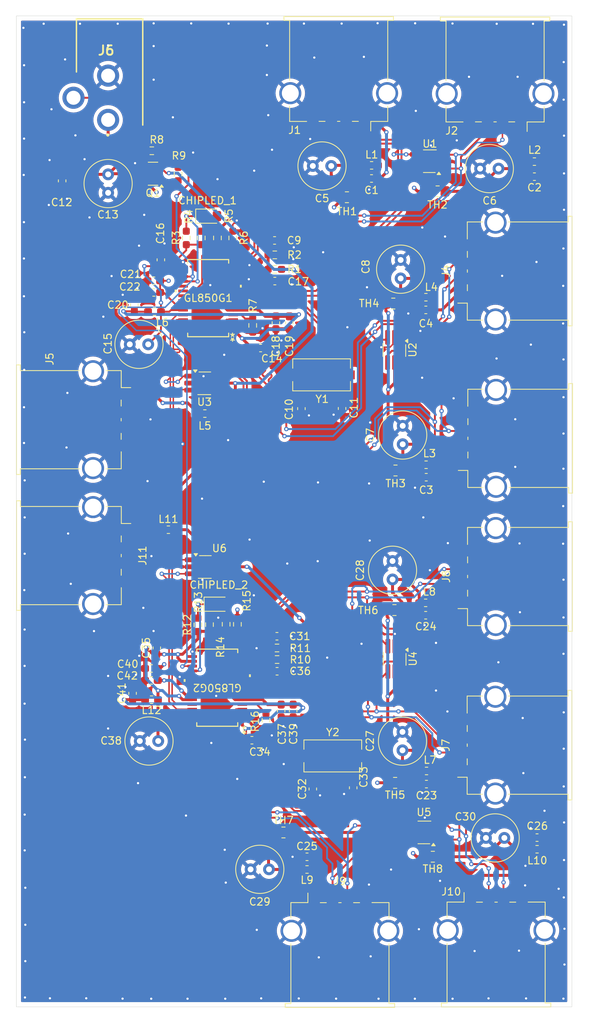
<source format=kicad_pcb>
(kicad_pcb (version 20241229) (generator "pcbnew") (generator_version "9.0")
  (layers (0 "F.Cu" signal "GórnaSygnałowa.Cu") (4 "In1.Cu" power "GórnaZasilająca.Cu") (6 "In2.Cu" power "DolnaMasowa.Cu") (2 "B.Cu" signal "DolnaSygnałowa.Cu") (13 "F.Paste" user) (15 "B.Paste" user) (5 "F.SilkS" user "F.Silkscreen") (7 "B.SilkS" user "B.Silkscreen") (1 "F.Mask" user) (3 "B.Mask" user) (25 "Edge.Cuts" user))
  (net 0 "")
  (net 1 "GND")
  (net 2 "DP2")
  (net 3 "Net-(J2-VBUS)")
  (net 4 "Net-(J3-VBUS)")
  (net 5 "Net-(J4-VBUS)")
  (net 6 "Net-(J5-VBUS)")
  (net 7 "X1")
  (net 8 "X2")
  (net 9 "RESET#")
  (net 10 "VCC")
  (net 11 "AVDD")
  (net 12 "Net-(J7-VBUS)")
  (net 13 "Net-(J8-VBUS)")
  (net 14 "Net-(J9-VBUS)")
  (net 15 "Net-(J10-VBUS)")
  (net 16 "Net-(C27-Pad1)")
  (net 17 "Net-(C29-Pad1)")
  (net 18 "Net-(C28-Pad1)")
  (net 19 "Net-(CHIPLED_1-A)")
  (net 20 "PGANG")
  (net 21 "DM4")
  (net 23 "OVCURR1#")
  (net 24 "Net-(GL850G1-RREF)")
  (net 25 "DM0")
  (net 26 "DM2")
  (net 28 "DP1")
  (net 29 "DP0")
  (net 30 "DM1")
  (net 31 "DM3")
  (net 33 "DP4")
  (net 34 "DP3")
  (net 36 "PSELF")
  (net 41 "Net-(GL850G2-RREF)")
  (net 42 "Net-(J1-VBUS)")
  (net 43 "Net-(J11-VBUS)")
  (net 44 "+5V")
  (net 45 "Net-(Q1-G)")
  (net 48 "DP7")
  (net 49 "X3")
  (net 50 "X4")
  (net 51 "DM9")
  (net 52 "DP5")
  (net 53 "DM6")
  (net 54 "DM8")
  (net 55 "DM5")
  (net 56 "DM7")
  (net 57 "DP8")
  (net 58 "DP6")
  (net 59 "DP9")
  (net 60 "RESET#2")
  (net 61 "AVDD2")
  (net 62 "PGANG2")
  (net 63 "OVCURR1#2")
  (net 64 "Net-(C30-Pad1)")
  (net 65 "Net-(C5-Pad1)")
  (net 66 "Net-(C6-Pad1)")
  (net 67 "Net-(C7-Pad1)")
  (net 68 "Net-(C8-Pad1)")
  (net 69 "Net-(CHIPLED_2-A)")
  (net 72 "DVDD")
  (net 73 "DVDD2")
  (footprint "Connector_USB:USB_A_TE_292303-7_Horizontal" (layer "F.Cu") (at 74.93 160.83)
    (property "Reference" "J9")
    (property "Value" "USB_A")
  )
  (footprint "Inductor_SMD:L_0603_1608Metric_Pad1.05x0.95mm_HandSolder" (layer "F.Cu") (at 86.565 113.65 180)
    (property "Reference" "L8")
    (property "Value" "L" (hide yes))
  )
  (footprint "Connector_USB:USB_A_TE_292303-7_Horizontal" (layer "F.Cu") (at 38.71 88.81 -90)
    (property "Reference" "J5")
    (property "Value" "USB_A" (hide yes))
  )
  (footprint "Capacitor_SMD:C_0603_1608Metric_Pad1.08x0.95mm_HandSolder" (layer "F.Cu") (at 71.25 138.895 90)
    (property "Reference" "C32")
    (property "Value" "33pF" (hide yes))
  )
  (footprint "Capacitor_THT:C_Radial_D6.3mm_H11.0mm_P2.50mm" (layer "F.Cu") (at 82.07 110.48 90)
    (property "Reference" "C28")
    (property "Value" "100uF" (hide yes))
  )
  (footprint "Package_TO_SOT_SMD:TSOT-23-6_HandSoldering" (layer "F.Cu") (at 87.14 53.778749 180)
    (property "Reference" "U1")
    (property "Value" "SRV05-4" (hide yes))
  )
  (footprint "Package_TO_SOT_SMD:TSOT-23-6_HandSoldering" (layer "F.Cu") (at 56.51 83.85)
    (property "Reference" "U3")
    (property "Value" "SRV05-4" (hide yes))
  )
  (footprint "Resistor_SMD:R_0603_1608Metric_Pad0.98x0.95mm_HandSolder" (layer "F.Cu") (at 66.0875 66.46)
    (property "Reference" "R2")
    (property "Value" "47k" (hide yes))
  )
  (footprint "Capacitor_SMD:C_0603_1608Metric_Pad1.08x0.95mm_HandSolder" (layer "F.Cu") (at 66.395 122.93)
    (property "Reference" "C36")
    (property "Value" "0.1uF" (hide yes))
  )
  (footprint "Resistor_SMD:R_0603_1608Metric_Pad0.98x0.95mm_HandSolder" (layer "F.Cu") (at 57.22 116.6025 90)
    (property "Reference" "R13")
    (property "Value" "470R" (hide yes))
  )
  (footprint "Capacitor_SMD:C_0603_1608Metric_Pad1.08x0.95mm_HandSolder" (layer "F.Cu") (at 46.78 125.92 -90)
    (property "Reference" "C41")
    (property "Value" "0.1uF" (hide yes))
  )
  (footprint "Resistor_SMD:R_0805_2012Metric_Pad1.20x1.40mm_HandSolder" (layer "F.Cu") (at 82.17 73.06 180)
    (property "Reference" "TH4")
    (property "Value" "Thermistor_NTC" (hide yes))
  )
  (footprint "Resistor_SMD:R_0603_1608Metric_Pad0.98x0.95mm_HandSolder" (layer "F.Cu") (at 58.3 64.16 -90)
    (property "Reference" "R5")
    (property "Value" "10k" (hide yes))
  )
  (footprint "Capacitor_SMD:C_0603_1608Metric_Pad1.08x0.95mm_HandSolder" (layer "F.Cu") (at 86.6725 138.23 180)
    (property "Reference" "C23")
    (property "Value" "0.1uF" (hide yes))
  )
  (footprint "Connector_USB:USB_A_TE_292303-7_Horizontal" (layer "F.Cu") (at 98.82 91.34 90)
    (property "Reference" "J3" (hide yes))
    (property "Value" "USB_A")
  )
  (footprint "Resistor_SMD:R_0603_1608Metric_Pad0.98x0.95mm_HandSolder" (layer "F.Cu") (at 54.07 64.16 90)
    (property "Reference" "R3")
    (property "Value" "100k" (hide yes))
  )
  (footprint "Capacitor_THT:C_Radial_D6.3mm_H11.0mm_P2.50mm" (layer "F.Cu") (at 48.9 78.59 180)
    (property "Reference" "C15")
    (property "Value" "10uF" (hide yes))
  )
  (footprint "Inductor_SMD:L_0603_1608Metric_Pad1.05x0.95mm_HandSolder" (layer "F.Cu") (at 70.46 149.81 180)
    (property "Reference" "L9")
    (property "Value" "L" (hide yes))
  )
  (footprint "Resistor_SMD:R_0805_2012Metric_Pad1.20x1.40mm_HandSolder" (layer "F.Cu") (at 87.54 148.08 180)
    (property "Reference" "TH8")
    (property "Value" "Thermistor_NTC" (hide yes))
  )
  (footprint "Capacitor_SMD:C_0603_1608Metric_Pad1.08x0.95mm_HandSolder" (layer "F.Cu") (at 75.22 87.29 90)
    (property "Reference" "C11")
    (property "Value" "33pF" (hide yes))
  )
  (footprint "Package_TO_SOT_SMD:TSOT-23-6_HandSoldering" (layer "F.Cu") (at 86.4 144.81 180)
    (property "Reference" "U5")
    (property "Value" "SRV05-4" (hide yes))
  )
  (footprint "Inductor_SMD:L_0603_1608Metric_Pad1.05x0.95mm_HandSolder" (layer "F.Cu") (at 51.64 103.73)
    (property "Reference" "L11")
    (property "Value" "L" (hide yes))
  )
  (footprint "Capacitor_THT:C_Radial_D6.3mm_H11.0mm_P2.50mm" (layer "F.Cu") (at 83.42 133.65 90)
    (property "Reference" "C27")
    (property "Value" "100uF" (hide yes))
  )
  (footprint "Diode_SMD:D_0805_2012Metric_Pad1.15x1.40mm_HandSolder" (layer "F.Cu") (at 57.21 61.205)
    (property "Reference" "CHIPLED_1")
    (property "Value" "LED" (hide yes))
  )
  (footprint "Inductor_SMD:L_0603_1608Metric_Pad1.05x0.95mm_HandSolder" (layer "F.Cu") (at 56.59 87.98)
    (property "Reference" "L5")
    (property "Value" "L" (hide yes))
  )
  (footprint "Capacitor_THT:C_Radial_D6.3mm_H11.0mm_P2.50mm" (layer "F.Cu") (at 43.46 55.54 -90)
    (property "Reference" "C13")
    (property "Value" "100uF" (hide yes))
  )
  (footprint "Capacitor_THT:C_Radial_D6.3mm_H11.0mm_P2.50mm" (layer "F.Cu") (at 83.17 69.65 90)
    (property "Reference" "C8")
    (property "Value" "100uF" (hide yes))
  )
  (footprint "Diode_SMD:D_0805_2012Metric_Pad1.15x1.40mm_HandSolder" (layer "F.Cu") (at 58.34 113.8325)
    (property "Reference" "CHIPLED_2")
    (property "Value" "LED" (hide yes))
  )
  (footprint "Capacitor_SMD:C_0603_1608Metric_Pad1.08x0.95mm_HandSolder" (layer "F.Cu") (at 101.33 55.85)
    (property "Reference" "C2")
    (property "Value" "0.1uF" (hide yes))
  )
  (footprint "Capacitor_SMD:C_0603_1608Metric_Pad1.08x0.95mm_HandSolder" (layer "F.Cu") (at 66.24 75.6625 -90)
    (property "Reference" "C18")
    (property "Value" "0.1uF" (hide yes))
  )
  (footprint "Resistor_SMD:R_0805_2012Metric_Pad1.20x1.40mm_HandSolder" (layer "F.Cu") (at 75.8775 58.63875 180)
    (property "Reference" "TH1")
    (property "Value" "Thermistor_NTC" (hide yes))
  )
  (footprint "Capacitor_THT:C_Radial_D6.3mm_H11.0mm_P2.50mm" (layer "F.Cu") (at 83.45 92.14 90)
    (property "Reference" "C7")
    (property "Value" "100uF" (hide yes))
  )
  (footprint "Capacitor_SMD:C_0603_1608Metric_Pad1.08x0.95mm_HandSolder" (layer "F.Cu") (at 47.02 73.25 -90)
    (property "Reference" "C20")
    (property "Value" "0.1uF" (hide yes))
  )
  (footprint "Inductor_SMD:L_0603_1608Metric_Pad1.05x0.95mm_HandSolder" (layer "F.Cu") (at 101.69 147.0675 180)
    (property "Reference" "L10")
    (property "Value" "L" (hide yes))
  )
  (footprint "Resistor_SMD:R_0603_1608Metric_Pad0.98x0.95mm_HandSolder" (layer "F.Cu") (at 60.38 64.16 90)
    (property "Reference" "R6")
    (property "Value" "20k" (hide yes))
  )
  (footprint "Inductor_SMD:L_0603_1608Metric_Pad1.05x0.95mm_HandSolder" (layer "F.Cu") (at 86.685 136.45 180)
    (property "Reference" "L7")
    (property "Value" "L" (hide yes))
  )
  (footprint "Resistor_SMD:R_0805_2012Metric_Pad1.20x1.40mm_HandSolder" (layer "F.Cu") (at 82.33 114.63 180)
    (property "Reference" "TH6")
    (property "Value" "Thermistor_NTC" (hide yes))
  )
  (footprint "Capacitor_THT:C_Radial_D6.3mm_H11.0mm_P2.50mm" (layer "F.Cu") (at 65.3 149.79 180)
    (property "Reference" "C29")
    (property "Value" "100uF" (hide yes))
  )
  (footprint "Capacitor_SMD:C_0603_1608Metric_Pad1.08x0.95mm_HandSolder" (layer "F.Cu") (at 79.2175 56.09875 180)
    (property "Reference" "C1")
    (property "Value" "0.1uF" (hide yes))
  )
  (footprint "Capacitor_SMD:C_0603_1608Metric_Pad1.08x0.95mm_HandSolder" (layer "F.Cu") (at 49.66 69.97 180)
    (property "Reference" "C21")
    (property "Value" "0.1uF" (hide yes))
  )
  (footprint "Resistor_SMD:R_0603_1608Metric_Pad0.98x0.95mm_HandSolder" (layer "F.Cu") (at 66.3975 121.34 180)
    (property "Reference" "R10")
    (property "Value" "10k" (hide yes))
  )
  (footprint "Capacitor_SMD:C_0603_1608Metric_Pad1.08x0.95mm_HandSolder" (layer "F.Cu") (at 66.95 128.31 -90)
    (property "Reference" "C37")
    (property "Value" "0.1uF" (hide yes))
  )
  (footprint "Capacitor_SMD:C_0603_1608Metric_Pad1.08x0.95mm_HandSolder" (layer "F.Cu") (at 64.16 79.09)
    (property "Reference" "C14")
    (property "Value" "0.1uF" (hide yes))
  )
  (footprint "Capacitor_SMD:C_0603_1608Metric_Pad1.08x0.95mm_HandSolder" (layer "F.Cu") (at 50.62 67.13 90)
    (property "Reference" "C16")
    (property "Value" "0.1uF" (hide yes))
  )
  (footprint "Resistor_SMD:R_0603_1608Metric_Pad0.98x0.95mm_HandSolder" (layer "F.Cu") (at 64.89 129.57 -90)
    (property "Reference" "R16")
    (property "Value" "680R" (hide yes))
  )
  (footprint "Package_TO_SOT_SMD:TSOT-23-6_HandSoldering" (layer "F.Cu") (at 82.39 121.24 -90)
    (property "Reference" "U4")
    (property "Value" "SRV05-4")
  )
  (footprint "Resistor_SMD:R_0603_1608Metric_Pad0.98x0.95mm_HandSolder" (layer "F.Cu") (at 66.085 68.42 180)
    (property "Reference" "R1")
    (property "Value" "10k" (hide yes))
  )
  (footprint "Package_TO_SOT_SMD:TSOT-23-6_HandSoldering" (layer "F.Cu") (at 82.35 79.35 -90)
    (property "Reference" "U2")
    (property "Value" "SRV05-4" (hide yes))
  )
  (footprint "Crystal:Crystal_SMD_ECS_CSM3X-2Pin_7.6x4.1mm" (layer "F.Cu") (at 72.44 82.73)
    (property "Reference" "Y1")
    (property "Value" "Crystal" (hide yes))
  )
  (footprint "Inductor_SMD:L_0603_1608Metric_Pad1.05x0.95mm_HandSolder" (layer "F.Cu") (at 86.625 94.92 180)
    (property "Reference" "L3")
    (property "Value" "L" (hide yes))
  )
  (footprint "Capacitor_THT:C_Radial_D6.3mm_H11.0mm_P2.50mm" (layer "F.Cu") (at 96.46 54.76 180)
    (property "Reference" "C6")
    (property "Value" "100uF" (hide yes))
  )
  (footprint "Resistor_SMD:R_0603_1608Metric_Pad0.98x0.95mm_HandSolder" (layer "F.Cu") (at 49.39 52.34)
    (property "Reference" "R8")
    (property "Value" "470k" (hide yes))
  )
  (footprint "Resistor_SMD:R_0603_1608Metric_Pad0.98x0.95mm_HandSolder" (layer "F.Cu") (at 61.01 116.56 -90)
    (property "Reference" "R14")
    (property "Value" "10k" (hide yes))
  )
  (footprint "Capacitor_SMD:C_0603_1608Metric_Pad1.08x0.95mm_HandSolder" (layer "F.Cu") (at 68.06 75.6625 -90)
    (property "Reference" "C19")
    (property "Value" "1uF" (hide yes))
  )
  (footprint "Capacitor_SMD:C_0603_1608Metric_Pad1.08x0.95mm_HandSolder" (layer "F.Cu") (at 86.645 96.61)
    (property "Reference" "C3")
    (property "Value" "0.1uF" (hide yes))
  )
  (footprint "Connector_USB:USB_A_TE_292303-7_Horizontal" (layer "F.Cu") (at 98.73 132.95 90)
    (property "Reference" "J7")
    (property "Value" "USB_A")
  )
  (footprint "KiCadDcCon:PJ-102AH" (layer "F.Cu") (at 39.16 45.15)
    (property "Reference" "J6")
    (property "Value" "Barrel_Jack_Switch" (hide yes))
  )
  (footprint "Resistor_SMD:R_0603_1608Metric_Pad0.98x0.95mm_HandSolder" (layer "F.Cu") (at 59.48 116.55 90)
    (property "Reference" "R15")
    (property "Value" "20k" (hide yes))
  )
  (footprint "Resistor_SMD:R_0805_2012Metric_Pad1.20x1.40mm_HandSolder" (layer "F.Cu") (at 82.42 138.06 180)
    (property "Reference" "TH5")
    (property "Value" "Thermistor_NTC" (hide yes))
  )
  (footprint "Resistor_SMD:R_0603_1608Metric_Pad0.98x0.95mm_HandSolder" (layer "F.Cu") (at 56.1 64.16 90)
    (property "Reference" "R4")
    (property "Value" "470R" (hide yes))
  )
  (footprint "Resistor_SMD:R_0603_1608Metric_Pad0.98x0.95mm_HandSolder" (layer "F.Cu") (at 63.09 76.02 -90)
    (property "Reference" "R7")
    (property "Value" "680R" (hide yes))
  )
  (footprint "Capacitor_SMD:C_0603_1608Metric_Pad1.08x0.95mm_HandSolder" (layer "F.Cu") (at 66.3775 118.18)
    (property "Reference" "C31")
    (property "Value" "0.1uF" (hide yes))
  )
  (footprint "Connector_USB:USB_A_TE_292303-7_Horizontal" (layer "F.Cu") (at 74.76 41.83 180)
    (property "Reference" "J1")
    (property "Value" "USB_A")
  )
  (footprint "footprints:SSOP28_GL850G_GEN-L" (layer "F.Cu") (at 58.2764 125.155007 180)
    (property "Reference" "GL850G2")
    (property "Value" "GL850G" (hide yes))
  )
  (footprint "Resistor_SMD:R_0805_2012Metric_Pad1.20x1.40mm_HandSolder" (layer "F.Cu") (at 88.19 57.841249 180)
    (property "Reference" "TH2")
    (property "Value" "Thermistor_NTC" (hide yes))
  )
  (footprint "Package_TO_SOT_SMD:SOT-23" (layer "F.Cu") (at 49.5525 55.45 180)
    (property "Reference" "Q1")
    (property "Value" "PBSS4032NT" (hide yes))
  )
  (footprint "Inductor_SMD:L_0603_1608Metric_Pad1.05x0.95mm_HandSolder" (layer "F.Cu") (at 49.755 74.16 180)
    (property "Reference" "L6")
    (property "Value" "L" (hide yes))
  )
  (footprint "Capacitor_SMD:C_0603_1608Metric_Pad1.08x0.95mm_HandSolder" (layer "F.Cu") (at 86.57 115.33)
    (property "Reference" "C24")
    (property "Value" "0.1uF" (hide yes))
  )
  (footprint "Capacitor_SMD:C_0603_1608Metric_Pad1.08x0.95mm_HandSolder" (layer "F.Cu") (at 49.33 124.17 180)
    (property "Reference" "C42")
    (property "Value" "0.1uF" (hide yes))
  )
  (footprint "Connector_USB:USB_A_TE_292303-7_Horizontal" (layer "F.Cu") (at 38.72 107.24 -90)
    (property "Reference" "J11")
    (property "Value" "USB_A")
  )
  (footprint "Resistor_SMD:R_0603_1608Metric_Pad0.98x0.95mm_HandSolder" (layer "F.Cu") (at 52.96 55.4975 90)
    (property "Reference" "R9")
    (property "Value" "4.7k" (hide yes))
  )
  (footprint "Capacitor_SMD:C_0603_1608Metric_Pad1.08x0.95mm_HandSolder" (layer "F.Cu") (at 37.22 56.4225 90)
    (property "Reference" "C12")
    (property "Value" "0.1uF" (hide yes))
  )
  (footprint "Capacitor_SMD:C_0603_1608Metric_Pad1.08x0.95mm_HandSolder" (layer "F.Cu") (at 68.58 128.31 -90)
    (property "Reference" "C39")
    (property "Value" "1uF" (hide yes))
  )
  (footprint "Capacitor_SMD:C_0603_1608Metric_Pad1.08x0.95mm_HandSolder" (layer "F.Cu") (at 49.66 71.55 180)
    (property "Reference" "C22")
    (property "Value" "0.1uF" (hide yes))
  )
  (footprint "Resistor_SMD:R_0603_1608Metric_Pad0.98x0.95mm_HandSolder" (layer "F.Cu") (at 66.3875 119.77)
    (property "Reference" "R11")
    (property "Value" "47k" (hide yes))
  )
  (footprint "Capacitor_SMD:C_0603_1608Metric_Pad1.08x0.95mm_HandSolder" (layer "F.Cu") (at 101.6875 145.4875)
    (property "Reference" "C26")
    (property "Value" "0.1uF" (hide yes))
  )
  (footprint "Inductor_SMD:L_0603_1608Metric_Pad1.05x0.95mm_HandSolder" (layer "F.Cu") (at 86.6 72.2 180)
    (property "Reference" "L4")
    (property "Value" "L" (hide yes))
  )
  (footprint "Resistor_SMD:R_0603_1608Metric_Pad0.98x0.95mm_HandSolder" (layer "F.Cu") (at 55.65 116.6325 90)
    (property "Reference" "R12")
    (property "Value" "100k" (hide yes))
  )
  (footprint "Capacitor_SMD:C_0603_1608Metric_Pad1.08x0.95mm_HandSolder" (layer "F.Cu") (at 70.46 148.09)
    (property "Reference" "C25")
    (property "Value" "0.1uF" (hide yes))
  )
  (footprint "Connector_USB:USB_A_TE_292303-7_Horizontal" (layer "F.Cu") (at 95.99 41.9 180)
    (property "Reference" "J2")
    (property "Value" "USB_A")
  )
  (footprint "Capacitor_SMD:C_0603_1608Metric_Pad1.08x0.95mm_HandSolder" (layer "F.Cu") (at 62.98 132.28)
    (property "Reference" "C34")
    (property "Value" "0.1uF" (hide yes))
  )
  (footprint "Package_TO_SOT_SMD:TSOT-23-6_HandSoldering" (layer "F.Cu") (at 56.58 108.76)
    (property "Reference" "U6")
    (property "Value" "SRV05-4" (hide yes))
  )
  (footprint "Connector_USB:USB_A_TE_292303-7_Horizontal" (layer "F.Cu") (at 98.75 68.65 90)
    (property "Reference" "J4")
    (property "Value" "USB_A")
  )
  (footprint "Capacitor_THT:C_Radial_D6.3mm_H11.0mm_P2.50mm" (layer "F.Cu") (at 73.7475 54.39875 180)
    (property "Reference" "C5")
    (property "Value" "100uF" (hide yes))
  )
  (footprint "footprints:SSOP28_GL850G_GEN-L" (layer "F.Cu") (at 57.0436 72.325091 180)
    (property "Reference" "GL850G1")
    (property "Value" "GL850G" (hide yes))
  )
  (footprint "Capacitor_THT:C_Radial_D6.3mm_H11.0mm_P2.50mm" (layer "F.Cu") (at 97.25 145.53 180)
    (property "Reference" "C30")
    (property "Value" "100uF" (hide yes))
  )
  (footprint "Capacitor_THT:C_Radial_D6.3mm_H11.0mm_P2.50mm" (layer "F.Cu") (at 50.26 132.39 180)
    (property "Reference" "C38")
    (property "Value" "10uF" (hide yes))
  )
  (footprint "Resistor_SMD:R_0805_2012Metric_Pad1.20x1.40mm_HandSolder" (layer "F.Cu") (at 67.26 144.79)
    (property "Reference" "TH7")
    (property "Value" "Thermistor_NTC" (hide yes))
  )
  (footprint "Connector_USB:USB_A_TE_292303-7_Horizontal" (layer "F.Cu") (at 98.78 110.08 90)
    (property "Reference" "J8")
    (property "Value" "USB_A")
  )
  (footprint "Capacitor_SMD:C_0603_1608Metric_Pad1.08x0.95mm_HandSolder" (layer "F.Cu") (at 86.59 73.92)
    (property "Reference" "C4")
    (property "Value" "0.1uF" (hide yes))
  )
  (footprint "Crystal:Crystal_SMD_ECS_CSM3X-2Pin_7.6x4.1mm" (layer "F.Cu") (at 73.96 134.41)
    (property "Reference" "Y2")
    (property "Value" "Crystal" (hide yes))
  )
  (footprint "Capacitor_SMD:C_0603_1608Metric_Pad1.08x0.95mm_HandSolder" (layer "F.Cu") (at 76.73 138.7325 90)
    (property "Reference" "C33")
    (property "Value" "33pF" (hide yes))
  )
  (footprint "Capacitor_SMD:C_0603_1608Metric_Pad1.08x0.95mm_HandSolder" (layer "F.Cu") (at 66.0575 64.5)
    (property "Reference" "C9")
    (property "Value" "0.1uF" (hide yes))
  )
  (footprint "Inductor_SMD:L_0603_1608Metric_Pad1.05x0.95mm_HandSolder" (layer "F.Cu") (at 49.355 126.78 180)
    (property "Reference" "L12")
    (property "Value" "L" (hide yes))
  )
  (footprint "Capacitor_SMD:C_0603_1608Metric_Pad1.08x0.95mm_HandSolder" (layer "F.Cu") (at 66.09 70.01)
    (property "Reference" "C17")
    (property "Value" "0.1uF" (hide yes))
  )
  (footprint "Inductor_SMD:L_0603_1608Metric_Pad1.05x0.95mm_HandSolder" (layer "F.Cu") (at 101.33 53.81 180)
    (property "Reference" "L2")
    (property "Value" "L" (hide yes))
  )
  (footprint "Inductor_SMD:L_0603_1608Metric_Pad1.05x0.95mm_HandSolder" (layer "F.Cu") (at 79.2275 54.31875 180)
    (property "Reference" "L1")
    (property "Value" "L" (hide yes))
  )
  (footprint "Capacitor_SMD:C_0603_1608Metric_Pad1.08x0.95mm_HandSolder" (layer "F.Cu") (at 50.07 119.76 90)
    (property "Reference" "C35")
    (property "Value" "0.1uF" (hide yes))
  )
  (footprint "Connector_USB:USB_A_TE_292303-7_Horizontal" (layer "F.Cu") (at 96.13 160.76)
    (property "Reference" "J10")
    (property "Value" "USB_A")
  )
  (footprint "Capacitor_SMD:C_0603_1608Metric_Pad1.08x0.95mm_HandSolder" (layer "F.Cu") (at 49.33 122.55 180)
    (property "Reference" "C40")
    (property "Value" "0.1uF" (hide yes))
  )
  (footprint "Capacitor_SMD:C_0603_1608Metric_Pad1.08x0.95mm_HandSolder" (layer "F.Cu") (at 69.7 87.31 90)
    (property "Reference" "C10")
    (property "Value" "33pF" (hide yes))
  )
  (footprint "Resistor_SMD:R_0805_2012Metric_Pad1.20x1.40mm_HandSolder" (layer "F.Cu") (at 82.47 95.7 180)
    (property "Reference" "TH3")
    (property "Value" "Thermistor_NTC" (hide yes))
  )
  (gr_rect (start 31 34.05) (end 106.42 168.44) (stroke (width 0.05)) (fill no) (layer "Edge.Cuts"))
  (segment (start 67.24 118.18) (end 68.35 118.18) (width 0.254) (layer "F.Cu") (net 1))
  (segment (start 78.43 152.3) (end 78.87 151.86) (width 0.254) (layer "F.Cu") (net 1))
  (segment (start 48.7975 69.97) (end 48.03 69.97) (width 0.2) (layer "F.Cu") (net 1))
  (segment (start 55.799999 83.85) (end 56.41 83.239999) (width 0.2) (layer "F.Cu") (net 1))
  (segment (start 63.09 76.9325) (end 63.8875 76.9325) (width 0.2) (layer "F.Cu") (net 1))
  (segment (start 84.7 73.92) (end 84.21 74.41) (width 0.2) (layer "F.Cu") (net 1))
  (segment (start 99.63 152.41) (end 100.07 151.97) (width 0.254) (layer "F.Cu") (net 1))
  (segment (start 64.89 130.84) (end 65.68 131.63) (width 0.254) (layer "F.Cu") (net 1))
  (segment (start 71.26 50.37) (end 70.89 50.74) (width 0.2) (layer "F.Cu") (net 1))
  (segment (start 60.38 62.34) (end 60.92 61.8) (width 0.2) (layer "F.Cu") (net 1))
  (segment (start 92.49 49.23) (end 90.79 50.93) (width 0.2) (layer "F.Cu") (net 1))
  (segment (start 86.45 144.149999) (end 86.45 142.78) (width 0.254) (layer "F.Cu") (net 1))
  (segment (start 71.25 139.7575) (end 72.2275 139.7575) (width 0.254) (layer "F.Cu") (net 1))
  (segment (start 66.24 76.525) (end 66.24 77.33) (width 0.2) (layer "F.Cu") (net 1))
  (segment (start 48 71.55) (end 47.44 70.99) (width 0.2) (layer "F.Cu") (net 1))
  (segment (start 50.62 66.2675) (end 50.62 65.4) (width 0.2) (layer "F.Cu") (net 1))
  (segment (start 100.825 145.4875) (end 100.825 144.205) (width 0.254) (layer "F.Cu") (net 1))
  (segment (start 85.7075 115.9675) (end 85.7075 115.33) (width 0.4) (layer "F.Cu") (net 1))
  (segment (start 68.58 122.93) (end 68.59 122.92) (width 0.254) (layer "F.Cu") (net 1))
  (segment (start 69.7225 88.23) (end 69.72 88.2325) (width 0.2) (layer "F.Cu") (net 1))
  (segment (start 88.11 144.81) (end 87.110001 144.81) (width 0.254) (layer "F.Cu") (net 1))
  (segment (start 99.63 154.38) (end 99.63 152.41) (width 0.254) (layer "F.Cu") (net 1))
  (segment (start 92.49 48.28) (end 92.49 49.23) (width 0.2) (layer "F.Cu") (net 1))
  (segment (start 92.35 129.45) (end 90.59 129.45) (width 0.254) (layer "F.Cu") (net 1))
  (segment (start 54.8 83.85) (end 55.799999 83.85) (width 0.2) (layer "F.Cu") (net 1))
  (segment (start 50.07 117.91) (end 49.63 117.47) (width 0.254) (layer "F.Cu") (net 1))
  (segment (start 68.06 76.525) (end 68.06 77.44) (width 0.2) (layer "F.Cu") (net 1))
  (segment (start 87.850001 53.778749) (end 87.28 53.208748) (width 0.2) (layer "F.Cu") (net 1))
  (segment (start 86.41 116.67) (end 85.7075 115.9675) (width 0.4) (layer "F.Cu") (net 1))
  (segment (start 70.72 88.23) (end 69.7225 88.23) (width 0.2) (layer "F.Cu") (net 1))
  (segment (start 53.64 67.73) (end 53.64 67.45) (width 0.2) (layer "F.Cu") (net 1))
  (segment (start 71.26 48.21) (end 71.26 50.37) (width 0.2) (layer "F.Cu") (net 1))
  (segment (start 66.92 64.5) (end 67.73 64.5) (width 0.2) (layer "F.Cu") (net 1))
  (segment (start 54.8728 120.2328) (end 54.904975 120.264975) (width 0.254) (layer "F.Cu") (net 1))
  (segment (start 68.35 118.18) (end 68.36 118.17) (width 0.254) (layer "F.Cu") (net 1))
  (segment (start 58.4325 115.6375) (end 59.48 115.6375) (width 0.254) (layer "F.Cu") (net 1))
  (segment (start 85.7275 73.92) (end 84.7 73.92) (width 0.2) (layer "F.Cu") (net 1))
  (segment (start 90.59 129.45) (end 89.52 128.38) (width 0.254) (layer "F.Cu") (net 1))
  (segment (start 53.64 67.45) (end 53.62 67.43) (width 0.2) (layer "F.Cu") (net 1))
  (segment (start 65.85 79.09) (end 65.0225 79.09) (width 0.2) (layer "F.Cu") (net 1))
  (segment (start 54.8728 120.930098) (end 54.8728 120.2328) (width 0.254) (layer "F.Cu") (net 1))
  (segment (start 76.73 139.595) (end 75.515 139.595) (width 0.254) (layer "F.Cu") (net 1))
  (segment (start 82.35 77.64) (end 82.35 78.348576) (width 0.2) (layer "F.Cu") (net 1))
  (segment (start 56.41 83.239999) (end 56.41 82.91) (width 0.2) (layer "F.Cu") (net 1))
  (segment (start 67.73 64.5) (end 68.66 65.43) (width 0.2) (layer "F.Cu") (net 1))
  (segment (start 48.03 69.97) (end 47.455 69.395) (width 0.2) (layer "F.Cu") (net 1))
  (segment (start 55.869999 108.76) (end 56.26 109.150001) (width 0.254) (layer "F.Cu") (net 1))
  (segment (start 90.61 106.58) (end 89.58 105.55) (width 0.4) (layer "F.Cu") (net 1))
  (segment (start 82.39 119.53) (end 82.39 117.86) (width 0.254) (layer "F.Cu") (net 1))
  (segment (start 46.78 125.0575) (end 45.8125 125.0575) (width 0.254) (layer "F.Cu") (net 1))
  (segment (start 85.7825 96.61) (end 85.7825 97.3675) (width 0.2) (layer "F.Cu") (net 1))
  (segment (start 68.37 119.77) (end 68.39 119.75) (width 0.254) (layer "F.Cu") (net 1))
  (segment (start 67.94 70.01) (end 68.39 70.46) (width 0.2) (layer "F.Cu") (net 1))
  (segment (start 69.5975 148.09) (end 68.5 148.09) (width 0.254) (layer "F.Cu") (net 1))
  (segment (start 66.9525 70.01) (end 67.94 70.01) (width 0.2) (layer "F.Cu") (net 1))
  (segment (start 63.8425 132.9125) (end 64.5 133.57) (width 0.254) (layer "F.Cu") (net 1))
  (segment (start 50.62 65.4) (end 51.11 64.91) (width 0.2) (layer "F.Cu") (net 1))
  (segment (start 100.825 144.205) (end 100.83 144.2) (width 0.254) (layer "F.Cu") (net 1))
  (segment (start 64.89 130.4825) (end 64.89 130.84) (width 0.254) (layer "F.Cu") (net 1))
  (segment (start 92.37 65.15) (end 90.38 65.15) (width 0.2) (layer "F.Cu") (net 1))
  (segment (start 48.4675 121.6175) (end 47.68 120.83) (width 0.254) (layer "F.Cu") (net 1))
  (segment (start 88.85 53.778749) (end 87.850001 53.778749) (width 0.2) (layer "F.Cu") (net 1))
  (segment (start 48.01 124.17) (end 47.24 123.4) (width 0.254) (layer "F.Cu") (net 1))
  (segment (start 90.38 65.15) (end 89.2 63.97) (width 0.2) (layer "F.Cu") (net 1))
  (segment (start 72.2275 139.7575) (end 72.23 139.76) (width 0.254) (layer "F.Cu") (net 1))
  (segment (start 48.4675 122.55) (end 48.4675 121.6175) (width 0.254) (layer "F.Cu") (net 1))
  (segment (start 87.110001 144.81) (end 86.45 144.149999) (width 0.254) (layer "F.Cu") (net 1))
  (segment (start 67.2575 122.93) (end 68.58 122.93) (width 0.254) (layer "F.Cu") (net 1))
  (segment (start 74.07 88.13) (end 75.2275 88.13) (width 0.2) (layer "F.Cu") (net 1))
  (segment (start 68.58 129.95) (end 68.865 130.235) (width 0.254) (layer "F.Cu") (net 1))
  (segment (start 67.3 119.77) (end 68.37 119.77) (width 0.254) (layer "F.Cu") (net 1))
  (segment (start 58.41 115.66) (end 58.4325 115.6375) (width 0.254) (layer "F.Cu") (net 1))
  (segment (start 82.35 78.348576) (end 81.718576 78.98) (width 0.2) (layer "F.Cu") (net 1))
  (segment (start 50.07 118.8975) (end 50.07 117.91) (width 0.254) (layer "F.Cu") (net 1))
  (segment (start 68.06 77.44) (end 68.65 78.03) (width 0.2) (layer "F.Cu") (net 1))
  (segment (start 85.7825 97.3675) (end 85.12 98.03) (width 0.2) (layer "F.Cu") (net 1))
  (segment (start 37.22 57.285) (end 37.22 58.19) (width 0.2) (layer "F.Cu") (net 1))
  (segment (start 47.455 69.395) (end 47.45 69.39) (width 0.2) (layer "F.Cu") (net 1))
  (segment (start 78.355 57.055) (end 78.9 57.6) (width 0.2) (layer "F.Cu") (net 1))
  (segment (start 92.4 106.58) (end 90.61 106.58) (width 0.4) (layer "F.Cu") (net 1))
  (segment (start 47.02 72.3875) (end 45.9575 72.3875) (width 0.2) (layer "F.Cu") (net 1))
  (segment (start 75.515 139.595) (end 75.49 139.57) (width 0.254) (layer "F.Cu") (net 1))
  (segment (start 48.7975 71.55) (end 48 71.55) (width 0.2) (layer "F.Cu") (net 1))
  (segment (start 45.44 71.87) (end 45.43 71.86) (width 0.2) (layer "F.Cu") (net 1))
  (segment (start 87.28 53.208748) (end 87.28 51.62) (width 0.2) (layer "F.Cu") (net 1))
  (segment (start 56.26 109.150001) (end 56.26 110.52) (width 0.254) (layer "F.Cu") (net 1))
  (segment (start 85.81 139.12) (end 86.11 139.42) (width 0.254) (layer "F.Cu") (net 1))
  (segment (start 53.64 68.100182) (end 53.64 67.73) (width 0.2) (layer "F.Cu") (net 1))
  (segment (start 66.95 129.1725) (end 66.95 130.08) (width 0.254) (layer "F.Cu") (net 1))
  (segment (start 78.43 154.45) (end 78.43 152.3) (width 0.254) (layer "F.Cu") (net 1))
  (segment (start 63.8875 76.9325) (end 64.42 76.4) (width 0.2) (layer "F.Cu") (net 1))
  (segment (start 85.81 138.23) (end 85.81 139.12) (width 0.254) (layer "F.Cu") (net 1))
  (segment (start 66.44 79.68) (end 65.85 79.09) (width 0.2) (layer "F.Cu") (net 1))
  (segment (start 45.9575 72.3875) (end 45.44 71.87) (width 0.2) (layer "F.Cu") (net 1))
  (segment (start 45.81 125.06) (end 45.8125 125.0575) (width 0.254) (layer "F.Cu") (net 1))
  (segment (start 66.95 130.08) (end 67.25 130.38) (width 0.254) (layer "F.Cu") (net 1))
  (segment (start 66.24 77.33) (end 66.98 78.07) (width 0.2) (layer "F.Cu") (net 1))
  (segment (start 90.36 85.91) (end 92.29 87.84) (width 0.2) (layer "F.Cu") (net 1))
  (segment (start 75.2275 88.13) (end 75.25 88.1525) (width 0.2) (layer "F.Cu") (net 1))
  (segment (start 67 66.46) (end 68.02 66.46) (width 0.2) (layer "F.Cu") (net 1))
  (segment (start 63.8425 132.28) (end 63.8425 132.9125) (width 0.254) (layer "F.Cu") (net 1))
  (segment (start 68.02 66.46) (end 68.6 67.04) (width 0.2) (layer "F.Cu") (net 1))
  (segment (start 37.22 58.19) (end 37.88 58.85) (width 0.2) (layer "F.Cu") (net 1))
  (segment (start 48.4675 124.17) (end 48.01 124.17) (width 0.254) (layer "F.Cu") (net 1))
  (segment (start 92.29 87.84) (end 92.44 87.84) (width 0.2) (layer "F.Cu") (net 1))
  (segment (start 81.718576 78.98) (end 80.54 78.98) (width 0.2) (layer "F.Cu") (net 1))
  (segment (start 68.865 130.235) (end 68.87 130.24) (width 0.254) (layer "F.Cu") (net 1))
  (segment (start 78.355 56.09875) (end 78.355 57.055) (width 0.2) (layer "F.Cu") (net 1))
  (segment (start 68.58 129.1725) (end 68.58 129.95) (width 0.254) (layer "F.Cu") (net 1))
  (segment (start 60.38 63.2475) (end 60.38 62.34) (width 0.2) (layer "F.Cu") (net 1))
  (via (at 59.22 80.01) (size 0.6) (drill 0.3) (layers "F.Cu" "B.Cu") (net 1))
  (via (at 105.34 35.24) (size 0.6) (drill 0.3) (layers "F.Cu" "B.Cu") (net 1))
  (via (at 96.19 80.51) (size 0.6) (drill 0.3) (layers "F.Cu" "B.Cu") (net 1))
  (via (at 89.2 63.97) (size 0.6) (drill 0.3) (layers "F.Cu" "B.Cu") (net 1))
  (via (at 69.34 167.3) (size 0.6) (drill 0.3) (layers "F.Cu" "B.Cu") (net 1))
  (via (at 37.81 92.58) (size 0.6) (drill 0.3) (layers "F.Cu" "B.Cu") (net 1))
  (via (at 32.05 40.74) (size 0.6) (drill 0.3) (layers "F.Cu" "B.Cu") (net 1))
  (via (at 68.59 122.92) (size 0.6) (drill 0.3) (layers "F.Cu" "B.Cu") (net 1))
  (via (at 105.35 148.53) (size 0.6) (drill 0.3) (layers "F.Cu" "B.Cu") (net 1))
  (via (at 64.24 167.29) (size 0.6) (drill 0.3) (layers "F.Cu" "B.Cu") (net 1))
  (via (at 47.12 54.02) (size 0.6) (drill 0.3) (layers "F.Cu" "B.Cu") (net 1))
  (via (at 65.2 47.51) (size 0.6) (drill 0.3) (layers "F.Cu" "B.Cu") (net 1))
  (via (at 32.22 157.31) (size 0.6) (drill 0.3) (layers "F.Cu" "B.Cu") (net 1))
  (via (at 66.98 78.07) (size 0.6) (drill 0.3) (layers "F.Cu" "B.Cu") (net 1))
  (via (at 60.92 61.8) (size 0.6) (drill 0.3) (layers "F.Cu" "B.Cu") (net 1))
  (via (at 62.66 105.07) (size 0.6) (drill 0.3) (layers "F.Cu" "B.Cu") (net 1))
  (via (at 74.41 167.33) (size 0.6) (drill 0.3) (layers "F.Cu" "B.Cu") (net 1))
  (via (at 35.77 46.71) (size 0.6) (drill 0.3) (layers "F.Cu" "B.Cu") (net 1))
  (via (at 54.74 35.07) (size 0.6) (drill 0.3) (layers "F.Cu" "B.Cu") (net 1))
  (via (at 90.21 35.08) (size 0.6) (drill 0.3) (layers "F.Cu" "B.Cu") (net 1))
  (via (at 42.81 74.84) (size 0.6) (drill 0.3) (layers "F.Cu" "B.Cu") (net 1))
  (via (at 64.59 97.22) (size 0.6) (drill 0.3) (layers "F.Cu" "B.Cu") (net 1))
  (via (at 67.3 135.51) (size 0.6) (drill 0.3) (layers "F.Cu" "B.Cu") (net 1))
  (via (at 78.89 97.46) (size 0.6) (drill 0.3) (layers "F.Cu" "B.Cu") (net 1))
  (via (at 32.04 87.12) (size 0.6) (drill 0.3) (layers "F.Cu" "B.Cu") (net 1))
  (via (at 98.73 95.21) (size 0.6) (drill 0.3) (layers "F.Cu" "B.Cu") (net 1))
  (via (at 49.34 107.31) (size 0.6) (drill 0.3) (layers "F.Cu" "B.Cu") (net 1))
  (via (at 32.03 72.07) (size 0.6) (drill 0.3) (layers "F.Cu" "B.Cu") (net 1))
  (via (at 105.3 45.41) (size 0.6) (drill 0.3) (layers "F.Cu" "B.Cu") (net 1))
  (via (at 35.41 59.69) (size 0.6) (drill 0.3) (layers "F.Cu" "B.Cu") (net 1))
  (via (at 59.43 151.59) (size 0.6) (drill 0.3) (layers "F.Cu" "B.Cu") (net 1))
  (via (at 34.71 35.11) (size 0.6) (drill 0.3) (layers "F.Cu" "B.Cu") (net 1))
  (via (at 53.56 92.1) (size 0.6) (drill 0.3) (layers "F.Cu" "B.Cu") (net 1))
  (via (at 86.11 62.75) (size 0.6) (drill 0.3) (layers "F.Cu" "B.Cu") (net 1))
  (via (at 53.62 67.43) (size 0.6) (drill 0.3) (layers "F.Cu" "B.Cu") (net 1))
  (via (at 60.99 137.53) (size 0.6) (drill 0.3) (layers "F.Cu" "B.Cu") (net 1))
  (via (at 32.03 62.02) (size 0.6) (drill 0.3) (layers "F.Cu" "B.Cu") (net 1))
  (via (at 85.14 35.05) (size 0.6) (drill 0.3) (layers "F.Cu" "B.Cu") (net 1))
  (via (at 86.25 102.06) (size 0.6) (drill 0.3) (layers "F.Cu" "B.Cu") (net 1))
  (via (at 78.9 57.6) (size 0.6) (drill 0.3) (layers "F.Cu" "B.Cu") (net 1))
  (via (at 96.21 35.12) (size 0.6) (drill 0.3) (layers "F.Cu" "B.Cu") (net 1))
  (via (at 49.21 88.77) (size 0.6) (drill 0.3) (layers "F.Cu" "B.Cu") (net 1))
  (via (at 57.47 132.65) (size 0.6) (drill 0.3) (layers "F.Cu" "B.Cu") (net 1))
  (via (at 49.64 35.06) (size 0.6) (drill 0.3) (layers "F.Cu" "B.Cu") (net 1))
  (via (at 32.13 97.04) (size 0.6) (drill 0.3) (layers "F.Cu" "B.Cu") (net 1))
  (via (at 79.1 161.59) (size 0.6) (drill 0.3) (layers "F.Cu" "B.Cu") (net 1))
  (via (at 68.36 118.17) (size 0.6) (drill 0.3) (layers "F.Cu" "B.Cu") (net 1))
  (via (at 100.83 144.2) (size 0.6) (drill 0.3) (layers "F.Cu" "B.Cu") (net 1))
  (via (at 65.01 42.06) (size 0.6) (drill 0.3) (layers "F.Cu" "B.Cu") (net 1))
  (via (at 32.17 132.2) (size 0.6) (drill 0.3) (layers "F.Cu" "B.Cu") (net 1))
  (via (at 39.64 35.11) (size 0.6) (drill 0.3) (layers "F.Cu" "B.Cu") (net 1))
  (via (at 43.46 130.69) (size 0.6) (drill 0.3) (layers "F.Cu" "B.Cu") (net 1))
  (via (at 87.97 119.08) (size 0.6) (drill 0.3) (layers "F.Cu" "B.Cu") (net 1))
  (via (at 64.5 133.57) (size 0.6) (drill 0.3) (layers "F.Cu" "B.Cu") (net 1))
  (via (at 32.12 117.27) (size 0.6) (drill 0.3) (layers "F.Cu" "B.Cu") (net 1))
  (via (at 32.22 162.24) (size 0.6) (drill 0.3) (layers "F.Cu" "B.Cu") (net 1))
  (via (at 105.41 157.85) (size 0.6) (drill 0.3) (layers "F.Cu" "B.Cu") (net 1))
  (via (at 89.58 105.55) (size 0.6) (drill 0.3) (layers "F.Cu" "B.Cu") (net 1))
  (via (at 104.62 152.43) (size 0.6) (drill 0.3) (layers "F.Cu" "B.Cu") (net 1))
  (via (at 80.17 167.34) (size 0.6) (drill 0.3) (layers "F.Cu" "B.Cu") (net 1))
  (via (at 68.39 70.46) (size 0.6) (drill 0.3) (layers "F.Cu" "B.Cu") (net 1))
  (via (at 99.74 129.27) (size 0.6) (drill 0.3) (layers "F.Cu" "B.Cu") (net 1))
  (via (at 41.54 117.48) (size 0.6) (drill 0.3) (layers "F.Cu" "B.Cu") (net 1))
  (via (at 105.27 167.33) (size 0.6) (drill 0.3) (layers "F.Cu" "B.Cu") (net 1))
  (via (at 92.45 42.31) (size 0.6) (drill 0.3) (layers "F.Cu" "B.Cu") (net 1))
  (via (at 105.31 40.31) (size 0.6) (drill 0.3) (layers "F.Cu" "B.Cu") (net 1))
  (via (at 105.28 110.51) (size 0.6) (drill 0.3) (layers "F.Cu" "B.Cu") (net 1))
  (via (at 32.08 111.92) (size 0.6) (drill 0.3) (layers "F.Cu" "B.Cu") (net 1))
  (via (at 84.21 74.41) (size 0.6) (drill 0.3) (layers "F.Cu" "B.Cu") (net 1))
  (via (at 32.05 45.76) (size 0.6) (drill 0.3) (layers "F.Cu" "B.Cu") (net 1))
  (via (at 54.904975 120.264975) (size 0.6) (drill 0.3) (layers "F.Cu" "B.Cu") (net 1))
  (via (at 98.73 88.75) (size 0.6) (drill 0.3) (layers "F.Cu" "B.Cu") (net 1))
  (via (at 81.87 149.82) (size 0.6) (drill 0.3) (layers "F.Cu" "B.Cu") (net 1))
  (via (at 63.29 55.04) (size 0.6) (drill 0.3) (layers "F.Cu" "B.Cu") (net 1))
  (via (at 86.09 83.12) (size 0.6) (drill 0.3) (layers "F.Cu" "B.Cu") (net 1))
  (via (at 68.37 119.77) (size 0.6) (drill 0.3) (layers "F.Cu" "B.Cu") (net 1))
  (via (at 85.65 157.91) (size 0.6) (drill 0.3) (layers "F.Cu" "B.Cu") (net 1))
  (via (at 70.89 50.74) (size 0.6) (drill 0.3) (layers "F.Cu" "B.Cu") (net 1))
  (via (at 105.35 55.41) (size 0.6) (drill 0.3) (layers "F.Cu" "B.Cu") (net 1))
  (via (at 49.63 117.47) (size 0.6) (drill 0.3) (layers "F.Cu" "B.Cu") (net 1))
  (via (at 101.61 67.42) (size 0.6) (drill 0.3) (layers "F.Cu" "B.Cu") (net 1))
  (via (at 65.68 131.63) (size 0.6) (drill 0.3) (layers "F.Cu" "B.Cu") (net 1))
  (via (at 32.22 152.29) (size 0.6) (drill 0.3) (layers "F.Cu" "B.Cu") (net 1))
  (via (at 48.36 61.03) (size 0.6) (drill 0.3) (layers "F.Cu" "B.Cu") (net 1))
  (via (at 45.44 71.87) (size 0.6) (drill 0.3) (layers "F.Cu" "B.Cu") (net 1))
  (via (at 68.6 67.04) (size 0.6) (drill 0.3) (layers "F.Cu" "B.Cu") (net 1))
  (via (at 32.12 122.2) (size 0.6) (drill 0.3) (layers "F.Cu" "B.Cu") (net 1))
  (via (at 78.87 151.86) (size 0.6) (drill 0.3) (layers "F.Cu" "B.Cu") (net 1))
  (via (at 71.45 39.7) (size 0.6) (drill 0.3) (layers "F.Cu" "B.Cu") (net 1))
  (via (at 32.13 102.06) (size 0.6) (drill 0.3) (layers "F.Cu" "B.Cu") (net 1))
  (via (at 47.66 65.21) (size 0.6) (drill 0.3) (layers "F.Cu" "B.Cu") (net 1))
  (via (at 49.31 167.34) (size 0.6) (drill 0.3) (layers "F.Cu" "B.Cu") (net 1))
  (via (at 48.81 97.14) (size 0.6) (drill 0.3) (layers "F.Cu" "B.Cu") (net 1))
  (via (at 105.35 50.29) (size 0.6) (drill 0.3) (layers "F.Cu" "B.Cu") (net 1))
  (via (at 67.78 108.32) (size 0.6) (drill 0.3) (layers "F.Cu" "B.Cu") (net 1))
  (via (at 66.44 79.68) (size 0.6) (drill 0.3) (layers "F.Cu" "B.Cu") (net 1))
  (via (at 79.03 89.19) (size 0.6) (drill 0.3) (layers "F.Cu" "B.Cu") (net 1))
  (via (at 49.64 38.14) (size 0.6) (drill 0.3) (layers "F.Cu" "B.Cu") (net 1))
  (via (at 72.65 66.1) (size 0.6) (drill 0.3) (layers "F.Cu" "B.Cu") (net 1))
  (via (at 88.52 151.35) (size 0.6) (drill 0.3) (layers "F.Cu" "B.Cu") (net 1))
  (via (at 31.96 35.67) (size 0.6) (drill 0.3) (layers "F.Cu" "B.Cu") (net 1))
  (via (at 74.07 88.13) (size 0.6) (drill 0.3) (layers "F.Cu" "B.Cu") (net 1))
  (via (at 58.31 56.19) (size 0.6) (drill 0.3) (layers "F.Cu" "B.Cu") (net 1))
  (via (at 32.12 127.32) (size 0.6) (drill 0.3) (layers "F.Cu" "B.Cu") (net 1))
  (via (at 59.29 147.14) (size 0.6) (drill 0.3) (layers "F.Cu" "B.Cu") (net 1))
  (via (at 105.28 115.63) (size 0.6) (drill 0.3) (layers "F.Cu" "B.Cu") (net 1))
  (via (at 75.94 76.27) (size 0.6) (drill 0.3) (layers "F.Cu" "B.Cu") (net 1))
  (via (at 105.35 60.34) (size 0.6) (drill 0.3) (layers "F.Cu" "B.Cu") (net 1))
  (via (at 101.14 35.12) (size 0.6) (drill 0.3) (layers "F.Cu" "B.Cu") (net 1))
  (via (at 99.05 42.31) (size 0.6) (drill 0.3) (layers "F.Cu" "B.Cu") (net 1))
  (via (at 38.39 111.07) (size 0.6) (drill 0.3) (layers "F.Cu" "B.Cu") (net 1))
  (via (at 89.52 128.38) (size 0.6) (drill 0.3) (layers "F.Cu" "B.Cu") (net 1))
  (via (at 105.28 85.76) (size 0.6) (drill 0.3) (layers "F.Cu" "B.Cu") (net 1))
  (via (at 59.81 35.1) (size 0.6) (drill 0.3) (layers "F.Cu" "B.Cu") (net 1))
  (via (at 54.24 167.34) (size 0.6) (drill 0.3) (layers "F.Cu" "B.Cu") (net 1))
  (via (at 77.86 119.2) (size 0.6) (drill 0.3) (layers "F.Cu" "B.Cu") (net 1))
  (via (at 105.36 143.43) (size 0.6) (drill 0.3) (layers "F.Cu" "B.Cu") (net 1))
  (via (at 75.49 139.57) (size 0.6) (drill 0.3) (layers "F.Cu" "B.Cu") (net 1))
  (via (at 37.93 85.18) (size 0.6) (drill 0.3) (layers "F.Cu" "B.Cu") (net 1))
  (via (at 32.04 91.97) (size 0.6) (drill 0.3) (layers "F.Cu" "B.Cu") (net 1))
  (via (at 59.75 91.58) (size 0.6) (drill 0.3) (layers "F.Cu" "B.Cu") (net 1))
  (via (at 48.24 114.33) (size 0.6) (drill 0.3) (layers "F.Cu" "B.Cu") (net 1))
  (via (at 38.03 104.25) (size 0.6) (drill 0.3) (layers "F.Cu" "B.Cu") (net 1))
  (via (at 43.93 69.33) (size 0.6) (drill 0.3) (layers "F.Cu" "B.Cu") (net 1))
  (via (at 32.07 82.05) (size 0.6) (drill 0.3) (layers "F.Cu" "B.Cu") (net 1))
  (via (at 85.85 76.77) (size 0.6) (drill 0.3) (layers "F.Cu" "B.Cu") (net 1))
  (via (at 68.865 130.235) (size 0.6) (drill 0.3) (layers "F.Cu" "B.Cu") (net 1))
  (via (at 105.24 100.53) (size 0.6) (drill 0.3) (layers "F.Cu" "B.Cu") (net 1))
  (via (at 40.49 167.28) (size 0.6) (drill 0.3) (layers "F.Cu" "B.Cu") (net 1))
  (via (at 85.12 98.03) (size 0.6) (drill 0.3) (layers "F.Cu" "B.Cu") (net 1))
  (via (at 99.36 114.92) (size 0.6) (drill 0.3) (layers "F.Cu" "B.Cu") (net 1))
  (via (at 68.5 148.09) (size 0.6) (drill 0.3) (layers "F.Cu" "B.Cu") (net 1))
  (via (at 105.31 138.55) (size 0.6) (drill 0.3) (layers "F.Cu" "B.Cu") (net 1))
  (via (at 32 55.62) (size 0.6) (drill 0.3) (layers "F.Cu" "B.Cu") (net 1))
  (via (at 56.41 82.91) (size 0.6) (drill 0.3) (layers "F.Cu" "B.Cu") (net 1))
  (via (at 32.16 137.3) (size 0.6) (drill 0.3) (layers "F.Cu" "B.Cu") (net 1))
  (via (at 102.7 141.85) (size 0.6) (drill 0.3) (layers "F.Cu" "B.Cu") (net 1))
  (via (at 90.36 85.91) (size 0.6) (drill 0.3) (layers "F.Cu" "B.Cu") (net 1))
  (via (at 86.45 142.78) (size 0.6) (drill 0.3) (layers "F.Cu" "B.Cu") (net 1))
  (via (at 72.23 139.76) (size 0.6) (drill 0.3) (layers "F.Cu" "B.Cu") (net 1))
  (via (at 65.01 38.07) (size 0.6) (drill 0.3) (layers "F.Cu" "B.Cu") (net 1))
  (via (at 100.07 151.97) (size 0.6) (drill 0.3) (layers "F.Cu" "B.Cu") (net 1))
  (via (at 65.11 35.09) (size 0.6) (drill 0.3) (layers "F.Cu" "B.Cu") (net 1))
  (via (at 105.23 105.63) (size 0.6) (drill 0.3) (layers "F.Cu" "B.Cu") (net 1))
  (via (at 57.33 70.56) (size 0.6) (drill 0.3) (layers "F.Cu" "B.Cu") (net 1))
  (via (at 105.23 75.76) (size 0.6) (drill 0.3) (layers "F.Cu" "B.Cu") (net 1))
  (via (at 58.41 115.66) (size 0.6) (drill 0.3) (layers "F.Cu" "B.Cu") (net 1))
  (via (at 62.64 67.85) (size 0.6) (drill 0.3) (layers "F.Cu" "B.Cu") (net 1))
  (via (at 105.31 128.5) (size 0.6) (drill 0.3) (layers "F.Cu" "B.Cu") (net 1))
  (via (at 105.32 153.6) (size 0.6) (drill 0.3) (layers "F.Cu" "B.Cu") (net 1))
  (via (at 105.31 133.43) (size 0.6) (drill 0.3) (layers "F.Cu" "B.Cu") (net 1))
  (via (at 62.56 69.76) (size 0.6) (drill 0.3) (layers "F.Cu" "B.Cu") (net 1))
  (via (at 100.11 149.31) (size 0.6) (drill 0.3) (layers "F.Cu" "B.Cu") (net 1))
  (via (at 43.46 123.56) (size 0.6) (drill 0.3) (layers "F.Cu" "B.Cu") (net 1))
  (via (at 63.61 119.8) (size 0.6) (drill 0.3) (layers "F.Cu" "B.Cu") (net 1))
  (via (at 53.18 123.69) (size 0.6) (drill 0.3) (layers "F.Cu" "B.Cu") (net 1))
  (via (at 100.2 167.3) (size 0.6) (drill 0.3) (layers "F.Cu" "B.Cu") (net 1))
  (via (at 35.56 167.28) (size 0.6) (drill 0.3) (layers "F.Cu" "B.Cu") (net 1))
  (via (at 73.2 121.08) (size 0.6) (drill 0.3) (layers "F.Cu" "B.Cu") (net 1))
  (via (at 52.25 47.8) (size 0.6) (drill 0.3) (layers "F.Cu" "B.Cu") (net 1))
  (via (at 32.13 142.37) (size 0.6) (drill 0.3) (layers "F.Cu" "B.Cu") (net 1))
  (via (at 63.24 112.63) (size 0.6) (drill 0.3) (layers "F.Cu" "B.Cu") (net 1))
  (via (at 71.91 108) (size 0.6) (drill 0.3) (layers "F.Cu" "B.Cu") (net 1))
  (via (at 105.41 162.7) (size 0.6) (drill 0.3) (layers "F.Cu" "B.Cu") (net 1))
  (via (at 43.45 38.04) (size 0.6) (drill 0.3) (layers "F.Cu" "B.Cu") (net 1))
  (via (at 71.95 97.32) (size 0.6) (drill 0.3) (layers "F.Cu" "B.Cu") (net 1))
  (via (at 90.79 50.93) (size 0.6) (drill 0.3) (layers "F.Cu" "B.Cu") (net 1))
  (via (at 64.42 76.4) (size 0.6) (drill 0.3) (layers "F.Cu" "B.Cu") (net 1))
  (via (at 68.66 65.43) (size 0.6) (drill 0.3) (layers "F.Cu" "B.Cu") (net 1))
  (via (at 87.97 125.54) (size 0.6) (drill 0.3) (layers "F.Cu" "B.Cu") (net 1))
  (via (at 86.41 116.67) (size 0.6) (drill 0.3) (layers "F.Cu" "B.Cu") (net 1))
  (via (at 87.14 109.22) (size 0.6) (drill 0.3) (layers "F.Cu" "B.Cu") (net 1))
  (via (at 80.04 35.04) (size 0.6) (drill 0.3) (layers "F.Cu" "B.Cu") (net 1))
  (via (at 68.65 78.03) (size 0.6) (drill 0.3) (layers "F.Cu" "B.Cu") (net 1))
  (via (at 56.26 110.52) (size 0.6) (drill 0.3) (layers "F.Cu" "B.Cu") (net 1))
  (via (at 47.44 70.99) (size 0.6) (drill 0.3) (layers "F.Cu" "B.Cu") (net 1))
  (via (at 65.71 52.2) (size 0.6) (drill 0.3) (layers "F.Cu" "B.Cu") (net 1))
  (via (at 32.13 147.22) (size 0.6) (drill 0.3) (layers "F.Cu" "B.Cu") (net 1))
  (via (at 87.28 51.62) (size 0.6) (drill 0.3) (layers "F.Cu" "B.Cu") (net 1))
  (via (at 47.24 123.4) (size 0.6) (drill 0.3) (layers "F.Cu" "B.Cu") (net 1))
  (via (at 40.93 61.38) (size 0.6) (drill 0.3) (layers "F.Cu" "B.Cu") (net 1))
  (via (at 32.03 66.95) (size 0.6) (drill 0.3) (layers "F.Cu" "B.Cu") (net 1))
  (via (at 93.21 160.87) (size 0.6) (drill 0.3) (layers "F.Cu" "B.Cu") (net 1))
  (via (at 32.17 167.17) (size 0.6) (drill 0.3) (layers "F.Cu" "B.Cu") (net 1))
  (via (at 56.21 99.52) (size 0.6) (drill 0.3) (layers "F.Cu" "B.Cu") (net 1))
  (via (at 105.28 80.64) (size 0.6) (drill 0.3) (layers "F.Cu" "B.Cu") (net 1))
  (via (at 63.64 158) (size 0.6) (drill 0.3) (layers "F.Cu" "B.Cu") (net 1))
  (via (at 95.1 167.29) (size 0.6) (drill 0.3) (layers "F.Cu" "B.Cu") (net 1))
  (via (at 32.05 50.69) (size 0.6) (drill 0.3) (layers "F.Cu" "B.Cu") (net 1))
  (via (at 96.95 69.3) (size 0.6) (drill 0.3) (layers "F.Cu" "B.Cu") (net 1))
  (via (at 99.83 136.74) (size 0.6) (drill 0.3) (layers "F.Cu" "B.Cu") (net 1))
  (via (at 44.76 35.11) (size 0.6) (drill 0.3) (layers "F.Cu" "B.Cu") (net 1))
  (via (at 105.27 95.46) (size 0.6) (drill 0.3) (layers "F.Cu" "B.Cu") (net 1))
  (via (at 85.1 167.34) (size 0.6) (drill 0.3) (layers "F.Cu" "B.Cu") (net 1))
  (via (at 80.54 78.98) (size 0.6) (drill 0.3) (layers "F.Cu" "B.Cu") (net 1))
  (via (at 39.02 50.25) (size 0.6) (drill 0.3) (layers "F.Cu" "B.Cu") (net 1))
  (via (at 75.16 35.09) (size 0.6) (drill 0.3) (layers "F.Cu" "B.Cu") (net 1))
  (via (at 96.44 121.71) (size 0.6) (drill 0.3) (layers "F.Cu" "B.Cu") (net 1))
  (via (at 86.11 139.42) (size 0.6) (drill 0.3) (layers "F.Cu" "B.Cu") (net 1))
  (via (at 40.26 53.48) (size 0.6) (drill 0.3) (layers "F.Cu" "B.Cu") (net 1))
  (via (at 85.23 46.93) (size 0.6) (drill 0.3) (layers "F.Cu" "B.Cu") (net 1))
  (via (at 99.31 105.59) (size 0.6) (drill 0.3) (layers "F.Cu" "B.Cu") (net 1))
  (via (at 58.13 126.27) (size 0.6) (drill 0.3) (layers "F.Cu" "B.Cu") (net 1))
  (via (at 37.62 39.95) (size 0.6) (drill 0.3) (layers "F.Cu" "B.Cu") (net 1))
  (via (at 67.25 130.38) (size 0.6) (drill 0.3) (layers "F.Cu" "B.Cu") (net 1))
  (via (at 70.04 35.09) (size 0.6) (drill 0.3) (layers "F.Cu" "B.Cu") (net 1))
  (via (at 78.6 70.85) (size 0.6) (drill 0.3) (layers "F.Cu" "B.Cu") (net 1))
  (via (at 51.11 64.91) (size 0.6) (drill 0.3) (layers "F.Cu" "B.Cu") (net 1))
  (via (at 78.97 105.2) (size 0.6) (drill 0.3) (layers "F.Cu" "B.Cu") (net 1))
  (via (at 35.51 53.6) (size 0.6) (drill 0.3) (layers "F.Cu" "B.Cu") (net 1))
  (via (at 105.28 90.69) (size 0.6) (drill 0.3) (layers "F.Cu" "B.Cu") (net 1))
  (via (at 32.13 106.99) (size 0.6) (drill 0.3) (layers "F.Cu" "B.Cu") (net 1))
  (via (at 47.455 69.395) (size 0.6) (drill 0.3) (layers "F.Cu" "B.Cu") (net 1))
  (via (at 32.08 76.95) (size 0.6) (drill 0.3) (layers "F.Cu" "B.Cu") (net 1))
  (via (at 70.72 88.23) (size 0.6) (drill 0.3) (layers "F.Cu" "B.Cu") (net 1))
  (via (at 100.85 78.63) (size 0.6) (drill 0.3) (layers "F.Cu" "B.Cu") (net 1))
  (via (at 82.39 117.86) (size 0.6) (drill 0.3) (layers "F.Cu" "B.Cu") (net 1))
  (via (at 45.42 167.33) (size 0.6) (drill 0.3) (layers "F.Cu" "B.Cu") (net 1))
  (via (at 78.18 39.6) (size 0.6) (drill 0.3) (layers "F.Cu" "B.Cu") (net 1))
  (via (at 72.06 161.73) (size 0.6) (drill 0.3) (layers "F.Cu" "B.Cu") (net 1))
  (via (at 90.22 167.34) (size 0.6) (drill 0.3) (layers "F.Cu" "B.Cu") (net 1))
  (via (at 47.68 120.83) (size 0.6) (drill 0.3) (layers "F.Cu" "B.Cu") (net 1))
  (via (at 47.52 138.1) (size 0.6) (drill 0.3) (layers "F.Cu" "B.Cu") (net 1))
  (via (at 105.27 65.59) (size 0.6) (drill 0.3) (layers "F.Cu" "B.Cu") (net 1))
  (via (at 99.24 160.82) (size 0.6) (drill 0.3) (layers "F.Cu" "B.Cu") (net 1))
  (via (at 45.8125 125.0575) (size 0.6) (drill 0.3) (layers "F.Cu" "B.Cu") (net 1))
  (via (at 105.24 70.66) (size 0.6) (drill 0.3) (layers "F.Cu" "B.Cu") (net 1))
  (via (at 59.36 167.34) (size 0.6) (drill 0.3) (layers "F.Cu" "B.Cu") (net 1))
  (via (at 37.88 58.85) (size 0.6) (drill 0.3) (layers "F.Cu" "B.Cu") (net 1))
  (via (at 49.64 42.7) (size 0.6) (drill 0.3) (layers "F.Cu" "B.Cu") (net 1))
  (via (at 105.28 120.56) (size 0.6) (drill 0.3) (layers "F.Cu" "B.Cu") (net 1))
  (via (at 55 52.58) (size 0.6) (drill 0.3) (layers "F.Cu" "B.Cu") (net 1))
  (via (at 54.03 142.5) (size 0.6) (drill 0.3) (layers "F.Cu" "B.Cu") (net 1))
  (segment (start 59.0185 75.777028) (end 59.5455 75.250028) (width 0.254) (layer "F.Cu") (net 2))
  (segment (start 66.87 90.51) (end 66.87 85.93) (width 0.254) (layer "F.Cu") (net 2))
  (segment (start 89.76 68.39) (end 90.5 67.65) (width 0.254) (layer "F.Cu") (net 2))
  (segment (start 89.77 74.85) (end 88.766 75.854) (width 0.254) (layer "F.Cu") (net 2))
  (segment (start 89.77 74.85) (end 86.98 77.64) (width 0.254) (layer "F.Cu") (net 2))
  (segment (start 88.766 75.854) (end 80.742714 75.854) (width 0.254) (layer "F.Cu") (net 2))
  (segment (start 59.0185 78.0785) (end 59.0185 75.777028) (width 0.254) (layer "F.Cu") (net 2))
  (segment (start 59.5455 75.250028) (end 60.4472 75.250028) (width 0.254) (layer "F.Cu") (net 2))
  (segment (start 80.742714 75.854) (end 79.701857 76.894857) (width 0.254) (layer "F.Cu") (net 2))
  (segment (start 86.98 77.64) (end 83.3 77.64) (width 0.254) (layer "F.Cu") (net 2))
  (segment (start 66.87 85.93) (end 59.0185 78.0785) (width 0.254) (layer "F.Cu") (net 2))
  (segment (start 90.5 67.65) (end 92.37 67.65) (width 0.254) (layer "F.Cu") (net 2))
  (segment (start 67.4 91.04) (end 66.87 90.51) (width 0.254) (layer "F.Cu") (net 2))
  (via (at 89.77 74.85) (size 0.6) (drill 0.3) (layers "F.Cu" "B.Cu") (net 2))
  (via (at 67.4 91.04) (size 0.6) (drill 0.3) (layers "F.Cu" "B.Cu") (net 2))
  (via (at 89.76 68.39) (size 0.6) (drill 0.3) (layers "F.Cu" "B.Cu") (net 2))
  (via (at 79.701857 76.894857) (size 0.6) (drill 0.3) (layers "F.Cu" "B.Cu") (net 2))
  (segment (start 79.701857 76.938143) (end 79.701857 76.894857) (width 0.254) (layer "B.Cu") (net 2))
  (segment (start 77.81 87.222052) (end 77.81 78.83) (width 0.254) (layer "B.Cu") (net 2))
  (segment (start 67.4 91.04) (end 73.992052 91.04) (width 0.254) (layer "B.Cu") (net 2))
  (segment (start 73.992052 91.04) (end 77.81 87.222052) (width 0.254) (layer "B.Cu") (net 2))
  (segment (start 89.76 68.39) (end 89.77 68.4) (width 0.254) (layer "B.Cu") (net 2))
  (segment (start 77.81 78.83) (end 79.701857 76.938143) (width 0.254) (layer "B.Cu") (net 2))
  (segment (start 89.77 68.4) (end 89.77 74.85) (width 0.254) (layer "B.Cu") (net 2))
  (segment (start 103.8 49.03) (end 103.8 55.27) (width 0.4) (layer "F.Cu") (net 3))
  (segment (start 102.1925 53.8225) (end 102.205 53.81) (width 0.4) (layer "F.Cu") (net 3))
  (segment (start 103.05 48.28) (end 103.8 49.03) (width 0.4) (layer "F.Cu") (net 3))
  (segment (start 103.22 55.85) (end 102.1925 55.85) (width 0.4) (layer "F.Cu") (net 3))
  (segment (start 103.8 55.27) (end 103.22 55.85) (width 0.4) (layer "F.Cu") (net 3))
  (segment (start 102.1925 55.85) (end 102.1925 53.8225) (width 0.4) (layer "F.Cu") (net 3))
  (segment (start 99.49 48.28) (end 103.05 48.28) (width 0.4) (layer "F.Cu") (net 3))
  (segment (start 87.5075 94.9275) (end 87.5 94.92) (width 0.4) (layer "F.Cu") (net 4))
  (segment (start 91.77 96.61) (end 87.5075 96.61) (width 0.4) (layer "F.Cu") (net 4))
  (segment (start 87.5075 96.61) (end 87.5075 94.9275) (width 0.4) (layer "F.Cu") (net 4))
  (segment (start 92.44 94.84) (end 92.44 95.96) (width 0.4) (layer "F.Cu") (net 4))
  (segment (start 91.78 96.62) (end 91.77 96.61) (width 0.4) (layer "F.Cu") (net 4))
  (segment (start 92.44 95.96) (end 91.78 96.62) (width 0.4) (layer "F.Cu") (net 4))
  (segment (start 92.37 72.15) (end 90.54 72.15) (width 0.4) (layer "F.Cu") (net 5))
  (segment (start 88.77 73.92) (end 87.4525 73.92) (width 0.4) (layer "F.Cu") (net 5))
  (segment (start 87.4525 72.2225) (end 87.475 72.2) (width 0.4) (layer "F.Cu") (net 5))
  (segment (start 87.4525 73.92) (end 87.4525 72.2225) (width 0.4) (layer "F.Cu") (net 5))
  (segment (start 90.54 72.15) (end 88.77 73.92) (width 0.4) (layer "F.Cu") (net 5))
  (segment (start 45.09 85.31) (end 49.65 85.31) (width 0.4) (layer "F.Cu") (net 6))
  (segment (start 49.65 85.31) (end 50.88 86.54) (width 0.4) (layer "F.Cu") (net 6))
  (segment (start 54.275 86.54) (end 55.715 87.98) (width 0.4) (layer "F.Cu") (net 6))
  (segment (start 53.56 86.54) (end 54.275 86.54) (width 0.4) (layer "F.Cu") (net 6))
  (via (at 50.88 86.54) (size 0.6) (drill 0.3) (layers "F.Cu" "B.Cu") (net 6))
  (via (at 53.56 86.54) (size 0.6) (drill 0.3) (layers "F.Cu" "B.Cu") (net 6))
  (segment (start 53.56 86.54) (end 50.88 86.54) (width 0.4) (layer "B.Cu") (net 6))
  (segment (start 69.498018 73.30007) (end 72.26 76.062052) (width 0.254) (layer "F.Cu") (net 7))
  (segment (start 72.26 82.18) (end 71.71 82.73) (width 0.254) (layer "F.Cu") (net 7))
  (segment (start 71.71 82.73) (end 69.69 82.73) (width 0.254) (layer "F.Cu") (net 7))
  (segment (start 60.4472 73.30007) (end 69.498018 73.30007) (width 0.254) (layer "F.Cu") (net 7))
  (segment (start 72.26 76.062052) (end 72.26 82.18) (width 0.254) (layer "F.Cu") (net 7))
  (segment (start 69.69 82.73) (end 69.69 86.4375) (width 0.254) (layer "F.Cu") (net 7))
  (segment (start 71.144 74.304) (end 72.448053 75.608052) (width 0.254) (layer "F.Cu") (net 8))
  (segment (start 60.4472 72.650084) (end 69.490084 72.650084) (width 0.254) (layer "F.Cu") (net 8))
  (segment (start 73.28 82.73) (end 75.19 82.73) (width 0.254) (layer "F.Cu") (net 8))
  (segment (start 72.714 82.164) (end 73.28 82.73) (width 0.254) (layer "F.Cu") (net 8))
  (segment (start 72.714 75.873999) (end 72.714 82.164) (width 0.254) (layer "F.Cu") (net 8))
  (segment (start 75.22 86.4275) (end 75.22 82.76) (width 0.254) (layer "F.Cu") (net 8))
  (segment (start 72.448053 75.608052) (end 72.714 75.873999) (width 0.254) (layer "F.Cu") (net 8))
  (segment (start 69.490084 72.650084) (end 71.144 74.304) (width 0.254) (layer "F.Cu") (net 8))
  (segment (start 65.164832 68.470168) (end 65.215 68.42) (width 0.254) (layer "F.Cu") (net 9))
  (segment (start 65.195 66.44) (end 65.175 66.46) (width 0.4) (layer "F.Cu") (net 9))
  (segment (start 65.2475 66.4125) (end 65.2 66.46) (width 0.4) (layer "F.Cu") (net 9))
  (segment (start 63.18 68.73) (end 63.49 68.42) (width 0.254) (layer "F.Cu") (net 9))
  (segment (start 60.467368 68.73) (end 63.18 68.73) (width 0.254) (layer "F.Cu") (net 9))
  (segment (start 63.49 68.42) (end 65.1725 68.42) (width 0.254) (layer "F.Cu") (net 9))
  (segment (start 60.4472 68.750168) (end 60.467368 68.73) (width 0.254) (layer "F.Cu") (net 9))
  (segment (start 65.195 64.5) (end 65.195 66.44) (width 0.4) (layer "F.Cu") (net 9))
  (segment (start 65.175 66.46) (end 65.175 68.4175) (width 0.4) (layer "F.Cu") (net 9))
  (segment (start 65.175 68.4175) (end 65.1725 68.42) (width 0.4) (layer "F.Cu") (net 9))
  (segment (start 65.215 66.4875) (end 65.2425 66.46) (width 0.4) (layer "F.Cu") (net 9))
  (segment (start 70.02 57.67) (end 70.98875 58.63875) (width 0.4) (layer "F.Cu") (net 10))
  (segment (start 50.5 122.55) (end 51.07 121.98) (width 0.4) (layer "F.Cu") (net 10))
  (segment (start 51.67 69.97) (end 51.76 69.97) (width 0.254) (layer "F.Cu") (net 10))
  (segment (start 81.46 115.64) (end 81.46 116.04) (width 0.4) (layer "F.Cu") (net 10))
  (segment (start 52.7383 73.30007) (end 50.98823 71.55) (width 0.254) (layer "F.Cu") (net 10))
  (segment (start 81.47 84.72) (end 81.495 84.695) (width 0.4) (layer "F.Cu") (net 10))
  (segment (start 44.97 52.34) (end 48.4775 52.34) (width 0.4) (layer "F.Cu") (net 10))
  (segment (start 37.24 55.54) (end 37.22 55.56) (width 0.4) (layer "F.Cu") (net 10))
  (segment (start 50.5225 71.55) (end 50.5225 69.97) (width 0.254) (layer "F.Cu") (net 10))
  (segment (start 87.19 57.841249) (end 85.471249 57.841249) (width 0.4) (layer "F.Cu") (net 10))
  (segment (start 43.6 55.45) (end 48.615 55.45) (width 0.4) (layer "F.Cu") (net 10))
  (segment (start 74.8775 59.2625) (end 74.13 60.01) (width 0.4) (layer "F.Cu") (net 10))
  (segment (start 87.19 57.841249) (end 87.19 54.53875) (width 0.4) (layer "F.Cu") (net 10))
  (segment (start 61.01 115.6475) (end 61.01 114.57) (width 0.4) (layer "F.Cu") (net 10))
  (segment (start 50.02 57.96) (end 50 57.96) (width 0.4) (layer "F.Cu") (net 10))
  (segment (start 50.1925 124.17) (end 50.1925 122.55) (width 0.4) (layer "F.Cu") (net 10))
  (segment (start 54.8728 126.129986) (end 53.989986 126.129986) (width 0.4) (layer "F.Cu") (net 10))
  (segment (start 86.54 148.08) (end 85.34 148.08) (width 0.4) (layer "F.Cu") (net 10))
  (segment (start 81.46 116.04) (end 81.42 116.08) (width 0.4) (layer "F.Cu") (net 10))
  (segment (start 43.46 55.54) (end 43.51 55.54) (width 0.4) (layer "F.Cu") (net 10))
  (segment (start 86.54 145.660001) (end 85.689999 144.81) (width 0.4) (layer "F.Cu") (net 10))
  (segment (start 74.8775 58.63875) (end 74.8775 59.2625) (width 0.4) (layer "F.Cu") (net 10))
  (segment (start 43.51 55.54) (end 43.6 55.45) (width 0.4) (layer "F.Cu") (net 10))
  (segment (start 81.17 74.05) (end 81.17 73.06) (width 0.4) (layer "F.Cu") (net 10))
  (segment (start 81.42 138.06) (end 81.42 126.32) (width 0.4) (layer "F.Cu") (net 10))
  (segment (start 68.26 144.79) (end 84.67 144.79) (width 0.4) (layer "F.Cu") (net 10))
  (segment (start 46.66 52.34) (end 43.46 55.54) (width 0.4) (layer "F.Cu") (net 10))
  (segment (start 53.42 125.56) (end 53.421606 125.558394) (width 0.4) (layer "F.Cu") (net 10))
  (segment (start 70.98875 58.63875) (end 74.8775 58.63875) (width 0.4) (layer "F.Cu") (net 10))
  (segment (start 87.19 54.53875) (end 86.429999 53.778749) (width 0.4) (layer "F.Cu") (net 10))
  (segment (start 81.42 126.32) (end 82.39 125.35) (width 0.4) (layer "F.Cu") (net 10))
  (segment (start 50.1925 124.17) (end 51.07 124.17) (width 0.4) (layer "F.Cu") (net 10))
  (segment (start 50 57.96) (end 48.615 56.575) (width 0.4) (layer "F.Cu") (net 10))
  (segment (start 81.41 138.05) (end 81.42 138.06) (width 0.4) (layer "F.Cu") (net 10))
  (segment (start 81.33 115.51) (end 81.46 115.64) (width 0.4) (layer "F.Cu") (net 10))
  (segment (start 58.3 63.2475) (end 63.8775 57.67) (width 0.4) (layer "F.Cu") (net 10))
  (segment (start 43.46 50.83) (end 44.97 52.34) (width 0.4) (layer "F.Cu") (net 10))
  (segment (start 50.5225 69.97) (end 51.67 69.97) (width 0.254) (layer "F.Cu") (net 10))
  (segment (start 86.459999 53.82) (end 85.46 53.82) (width 0.4) (layer "F.Cu") (net 10))
  (segment (start 86.54 148.08) (end 86.54 145.660001) (width 0.4) (layer "F.Cu") (net 10))
  (segment (start 84.67 144.79) (end 84.69 144.81) (width 0.4) (layer "F.Cu") (net 10))
  (segment (start 50.98823 71.55) (end 50.5225 71.55) (width 0.254) (layer "F.Cu") (net 10))
  (segment (start 82.35 83.84) (end 82.35 81.06) (width 0.4) (layer "F.Cu") (net 10))
  (segment (start 43.46 55.54) (end 37.24 55.54) (width 0.4) (layer "F.Cu") (net 10))
  (segment (start 81.33 114.63) (end 81.33 115.51) (width 0.4) (layer "F.Cu") (net 10))
  (segment (start 85.689999 144.81) (end 84.69 144.81) (width 0.4) (layer "F.Cu") (net 10))
  (segment (start 85.34 148.08) (end 84.86 147.6) (width 0.4) (layer "F.Cu") (net 10))
  (segment (start 50.1925 122.55) (end 50.5 122.55) (width 0.4) (layer "F.Cu") (net 10))
  (segment (start 43.46 48.15) (end 43.46 50.83) (width 0.4) (layer "F.Cu") (net 10))
  (segment (start 81.5 74.38) (end 81.17 74.05) (width 0.4) (layer "F.Cu") (net 10))
  (segment (start 81.47 95.7) (end 81.47 84.72) (width 0.4) (layer "F.Cu") (net 10))
  (segment (start 80.01 138.05) (end 81.41 138.05) (width 0.4) (layer "F.Cu") (net 10))
  (segment (start 53.989986 126.129986) (end 53.42 125.56) (width 0.4) (layer "F.Cu") (net 10))
  (segment (start 53.421606 125.558394) (end 53.421606 125.556599) (width 0.4) (layer "F.Cu") (net 10))
  (segment (start 81.495 84.695) (end 82.35 83.84) (width 0.4) (layer "F.Cu") (net 10))
  (segment (start 63.8775 57.67) (end 70.02 57.67) (width 0.4) (layer "F.Cu") (net 10))
  (segment (start 53.64 73.30007) (end 52.7383 73.30007) (width 0.254) (layer "F.Cu") (net 10))
  (segment (start 82.39 125.35) (end 82.39 122.95) (width 0.4) (layer "F.Cu") (net 10))
  (segment (start 85.471249 57.841249) (end 85 57.37) (width 0.4) (layer "F.Cu") (net 10))
  (segment (start 48.615 56.575) (end 48.615 55.45) (width 0.4) (layer "F.Cu") (net 10))
  (segment (start 48.4775 52.34) (end 46.66 52.34) (width 0.4) (layer "F.Cu") (net 10))
  (via (at 74.13 60.01) (size 0.6) (drill 0.3) (layers "F.Cu" "B.Cu") (net 10))
  (via (at 81.495 84.695) (size 0.6) (drill 0.3) (layers "F.Cu" "B.Cu") (net 10))
  (via (at 84.86 147.6) (size 0.6) (drill 0.3) (layers "F.Cu" "B.Cu") (net 10))
  (via (at 53.421606 125.556599) (size 0.6) (drill 0.3) (layers "F.Cu" "B.Cu") (net 10))
  (via (at 51.67 69.97) (size 0.6) (drill 0.3) (layers "F.Cu" "B.Cu") (net 10))
  (via (at 81.42 116.08) (size 0.6) (drill 0.3) (layers "F.Cu" "B.Cu") (net 10))
  (via (at 81.5 74.38) (size 0.6) (drill 0.3) (layers "F.Cu" "B.Cu") (net 10))
  (via (at 80.01 138.05) (size 0.6) (drill 0.3) (layers "F.Cu" "B.Cu") (net 10))
  (via (at 50.02 57.96) (size 0.6) (drill 0.3) (layers "F.Cu" "B.Cu") (net 10))
  (via (at 85 57.37) (size 0.6) (drill 0.3) (layers "F.Cu" "B.Cu") (net 10))
  (via (at 61.01 114.57) (size 0.6) (drill 0.3) (layers "F.Cu" "B.Cu") (net 10))
  (via (at 81.42 126.32) (size 0.6) (drill 0.3) (layers "F.Cu" "B.Cu") (net 10))
  (via (at 51.07 121.98) (size 0.6) (drill 0.3) (layers "F.Cu" "B.Cu") (net 10))
  (via (at 51.07 124.17) (size 0.6) (drill 0.3) (layers "F.Cu" "B.Cu") (net 10))
  (segment (start 52.035007 124.17) (end 53.421606 125.556599) (width 0.4) (layer "B.Cu") (net 10))
  (segment (start 81.495 84.695) (end 81.495 74.385) (width 0.4) (layer "B.Cu") (net 10))
  (segment (start 51.07 124.17) (end 52.035007 124.17) (width 0.4) (layer "B.Cu") (net 10))
  (segment (start 81.42 116.08) (end 81.42 126.32) (width 0.4) (layer "B.Cu") (net 10))
  (segment (start 81.495 74.385) (end 81.5 74.38) (width 0.4) (layer "B.Cu") (net 10))
  (segment (start 60.4472 70.700126) (end 59.679874 70.700126) (width 0.4) (layer "F.Cu") (net 11))
  (segment (start 63.229874 70.700126) (end 63.92 70.01) (width 0.254) (layer "F.Cu") (net 11))
  (segment (start 62.95 79.09) (end 63.2975 79.09) (width 0.4) (layer "F.Cu") (net 11))
  (segment (start 61.64 77.78) (end 62.95 79.09) (width 0.4) (layer "F.Cu") (net 11))
  (segment (start 47.0675 74.16) (end 47.02 74.1125) (width 0.254) (layer "F.Cu") (net 11))
  (segment (start 60.4472 73.950056) (end 63.945056 73.950056) (width 0.4) (layer "F.Cu") (net 11))
  (segment (start 63.92 70.01) (end 65.2275 70.01) (width 0.254) (layer "F.Cu") (net 11))
  (segment (start 45.5425 74.1125) (end 45.54 74.11) (width 0.254) (layer "F.Cu") (net 11))
  (segment (start 63.945056 73.950056) (end 64.795 74.8) (width 0.4) (layer "F.Cu") (net 11))
  (segment (start 68.06 74.8) (end 69.09 74.8) (width 0.4) (layer "F.Cu") (net 11))
  (segment (start 60.4472 70.700126) (end 63.229874 70.700126) (width 0.254) (layer "F.Cu") (net 11))
  (segment (start 59.660056 73.950056) (end 60.4472 73.950056) (width 0.4) (layer "F.Cu") (net 11))
  (segment (start 66.24 74.8) (end 68.06 74.8) (width 0.4) (layer "F.Cu") (net 11))
  (segment (start 69.09 74.8) (end 69.35 74.54) (width 0.4) (layer "F.Cu") (net 11))
  (segment (start 59.21 71.17) (end 59.21 73.5) (width 0.4) (layer "F.Cu") (net 11))
  (segment (start 59.21 73.5) (end 59.660056 73.950056) (width 0.4) (layer "F.Cu") (net 11))
  (segment (start 60.45 76.59) (end 60.45 76.5528) (width 0.4) (layer "F.Cu") (net 11))
  (segment (start 61.64 77.78) (end 60.45 76.59) (width 0.4) (layer "F.Cu") (net 11))
  (segment (start 60.447326 70.7) (end 60.4472 70.700126) (width 0.254) (layer "F.Cu") (net 11))
  (segment (start 48.88 74.16) (end 47.0675 74.16) (width 0.254) (layer "F.Cu") (net 11))
  (segment (start 59.679874 70.700126) (end 59.21 71.17) (width 0.4) (layer "F.Cu") (net 11))
  (segment (start 64.795 74.8) (end 66.24 74.8) (width 0.4) (layer "F.Cu") (net 11))
  (segment (start 47.02 74.1125) (end 45.5425 74.1125) (width 0.254) (layer "F.Cu") (net 11))
  (segment (start 60.45 76.5528) (end 60.4472 76.55) (width 0.4) (layer "F.Cu") (net 11))
  (via (at 45.54 74.11) (size 0.6) (drill 0.3) (layers "F.Cu" "B.Cu") (net 11))
  (via (at 61.64 77.78) (size 0.6) (drill 0.3) (layers "F.Cu" "B.Cu") (net 11))
  (via (at 69.35 74.54) (size 0.6) (drill 0.3) (layers "F.Cu" "B.Cu") (net 11))
  (segment (start 69.35 74.54) (end 56.9 74.54) (width 0.4) (layer "B.Cu") (net 11))
  (segment (start 65.24 76.57) (end 67.32 76.57) (width 0.4) (layer "B.Cu") (net 11))
  (segment (start 45.97 74.54) (end 45.54 74.11) (width 0.4) (layer "B.Cu") (net 11))
  (segment (start 61.64 77.78) (end 64.03 77.78) (width 0.4) (layer "B.Cu") (net 11))
  (segment (start 67.32 76.57) (end 69.35 74.54) (width 0.4) (layer "B.Cu") (net 11))
  (segment (start 56.9 74.54) (end 45.97 74.54) (width 0.4) (layer "B.Cu") (net 11))
  (segment (start 57.39 74.54) (end 56.9 74.54) (width 0.4) (layer "B.Cu") (net 11))
  (segment (start 64.03 77.78) (end 65.24 76.57) (width 0.4) (layer "B.Cu") (net 11))
  (segment (start 87.535 136.475) (end 87.56 136.45) (width 0.4) (layer "F.Cu") (net 12))
  (segment (start 92.35 136.45) (end 92.35 137.6) (width 0.4) (layer "F.Cu") (net 12))
  (segment (start 92.35 137.6) (end 91.74 138.21) (width 0.4) (layer "F.Cu") (net 12))
  (segment (start 91.74 138.21) (end 91.74 138.23) (width 0.4) (layer "F.Cu") (net 12))
  (segment (start 91.74 138.23) (end 87.535 138.23) (width 0.4) (layer "F.Cu") (net 12))
  (segment (start 87.535 138.23) (end 87.535 136.475) (width 0.4) (layer "F.Cu") (net 12))
  (segment (start 92.4 113.58) (end 92.4 114.74) (width 0.4) (layer "F.Cu") (net 13))
  (segment (start 87.4325 113.6575) (end 87.44 113.65) (width 0.4) (layer "F.Cu") (net 13))
  (segment (start 87.4325 115.33) (end 87.4325 113.6575) (width 0.4) (layer "F.Cu") (net 13))
  (segment (start 92.4 114.74) (end 91.81 115.33) (width 0.4) (layer "F.Cu") (net 13))
  (segment (start 91.81 115.33) (end 87.4325 115.33) (width 0.4) (layer "F.Cu") (net 13))
  (segment (start 71.3225 148.09) (end 71.3225 149.7975) (width 0.4) (layer "F.Cu") (net 14))
  (segment (start 71.3225 149.7975) (end 71.335 149.81) (width 0.4) (layer "F.Cu") (net 14))
  (segment (start 71.43 149.905) (end 71.335 149.81) (width 0.4) (layer "F.Cu") (net 14))
  (segment (start 71.43 154.45) (end 71.43 149.905) (width 0.4) (layer "F.Cu") (net 14))
  (segment (start 102.72 150.61) (end 103.98 149.35) (width 0.4) (layer "F.Cu") (net 15))
  (segment (start 93.77 150.61) (end 102.72 150.61) (width 0.4) (layer "F.Cu") (net 15))
  (segment (start 103.98 146.13) (end 103.96 146.13) (width 0.4) (layer "F.Cu") (net 15))
  (segment (start 103.96 146.13) (end 103.3175 145.4875) (width 0.4) (layer "F.Cu") (net 15))
  (segment (start 103.98 149.35) (end 103.98 146.13) (width 0.4) (layer "F.Cu") (net 15))
  (segment (start 103.3175 145.4875) (end 102.55 145.4875) (width 0.4) (layer "F.Cu") (net 15))
  (segment (start 102.55 145.4875) (end 102.55 147.0525) (width 0.4) (layer "F.Cu") (net 15))
  (segment (start 92.63 151.75) (end 93.77 150.61) (width 0.4) (layer "F.Cu") (net 15))
  (segment (start 92.63 154.38) (end 92.63 151.75) (width 0.4) (layer "F.Cu") (net 15))
  (segment (start 102.55 147.0525) (end 102.565 147.0675) (width 0.4) (layer "F.Cu") (net 15))
  (segment (start 85.81 134.75) (end 84.71 133.65) (width 0.4) (layer "F.Cu") (net 16))
  (segment (start 84.71 133.65) (end 83.42 133.65) (width 0.4) (layer "F.Cu") (net 16))
  (segment (start 85.81 136.45) (end 85.81 134.75) (width 0.4) (layer "F.Cu") (net 16))
  (segment (start 83.42 138.06) (end 83.42 133.65) (width 0.4) (layer "F.Cu") (net 16))
  (segment (start 65.24 147.74) (end 66.2 146.78) (width 0.4) (layer "F.Cu") (net 17))
  (segment (start 66.2 146.78) (end 66.2 144.26) (width 0.4) (layer "F.Cu") (net 17))
  (segment (start 65.24 149.26) (end 65.24 147.74) (width 0.4) (layer "F.Cu") (net 17))
  (segment (start 69.585 149.81) (end 65.32 149.81) (width 0.4) (layer "F.Cu") (net 17))
  (segment (start 65.26 149.28) (end 65.24 149.26) (width 0.4) (layer "F.Cu") (net 17))
  (segment (start 83.91 110.48) (end 82.07 110.48) (width 0.4) (layer "F.Cu") (net 18))
  (segment (start 82.07 112.27) (end 82.07 110.48) (width 0.4) (layer "F.Cu") (net 18))
  (segment (start 83.33 113.53) (end 82.07 112.27) (width 0.4) (layer "F.Cu") (net 18))
  (segment (start 85.69 113.65) (end 85.69 112.26) (width 0.4) (layer "F.Cu") (net 18))
  (segment (start 83.33 114.63) (end 83.33 113.53) (width 0.4) (layer "F.Cu") (net 18))
  (segment (start 85.69 112.26) (end 83.91 110.48) (width 0.4) (layer "F.Cu") (net 18))
  (segment (start 83.38 114.58) (end 83.33 114.63) (width 0.4) (layer "F.Cu") (net 18))
  (segment (start 58.235 61.205) (end 58.1425 61.205) (width 0.254) (layer "F.Cu") (net 19))
  (segment (start 58.1425 61.205) (end 56.1 63.2475) (width 0.254) (layer "F.Cu") (net 19))
  (segment (start 54.08 63.2375) (end 54.07 63.2475) (width 0.254) (layer "F.Cu") (net 20))
  (segment (start 53.64 70.05014) (end 55.59986 70.05014) (width 0.254) (layer "F.Cu") (net 20))
  (segment (start 54.08 61.2) (end 56.18 61.2) (width 0.254) (layer "F.Cu") (net 20))
  (segment (start 56.18 61.2) (end 56.185 61.205) (width 0.254) (layer "F.Cu") (net 20))
  (segment (start 55.59986 70.05014) (end 55.6 70.05) (width 0.254) (layer "F.Cu") (net 20))
  (segment (start 54.08 61.2) (end 54.08 63.2375) (width 0.254) (layer "F.Cu") (net 20))
  (via (at 54.08 61.2) (size 0.6) (drill 0.3) (layers "F.Cu" "B.Cu") (net 20))
  (via (at 55.6 70.05) (size 0.6) (drill 0.3) (layers "F.Cu" "B.Cu") (net 20))
  (segment (start 55.6 70.05) (end 55.6 62.72) (width 0.254) (layer "B.Cu") (net 20))
  (segment (start 55.6 62.72) (end 54.08 61.2) (width 0.254) (layer "B.Cu") (net 20))
  (segment (start 62.678974 66.598974) (end 63.316 65.961948) (width 0.254) (layer "F.Cu") (net 21))
  (segment (start 60.4472 70.05014) (end 59.5455 70.05014) (width 0.254) (layer "F.Cu") (net 21))
  (segment (start 68.472 59.932) (end 68.472 60.598) (width 0.254) (layer "F.Cu") (net 21))
  (segment (start 58.586 69.09064) (end 58.586 67.451947) (width 0.254) (layer "F.Cu") (net 21))
  (segment (start 69.27 61.13) (end 70.39 61.13) (width 0.254) (layer "F.Cu") (net 21))
  (segment (start 67.674 59.4) (end 67.94 59.4) (width 0.254) (layer "F.Cu") (net 21))
  (segment (start 59.5455 70.05014) (end 58.586 69.09064) (width 0.254) (layer "F.Cu") (net 21))
  (segment (start 88.891251 52.87) (end 88.85 52.828749) (width 0.254) (layer "F.Cu") (net 21))
  (segment (start 64.87 61.13) (end 66.61 61.13) (width 0.254) (layer "F.Cu") (net 21))
  (segment (start 67.142 60.598) (end 67.142 59.932) (width 0.254) (layer "F.Cu") (net 21))
  (segment (start 90.66 52.87) (end 88.891251 52.87) (width 0.254) (layer "F.Cu") (net 21))
  (segment (start 58.586 67.451947) (end 59.438973 66.598974) (width 0.254) (layer "F.Cu") (net 21))
  (segment (start 63.316 62.684) (end 64.87 61.13) (width 0.254) (layer "F.Cu") (net 21))
  (segment (start 70.39 61.13) (end 78.23 61.13) (width 0.254) (layer "F.Cu") (net 21))
  (segment (start 59.438973 66.598974) (end 62.678974 66.598974) (width 0.254) (layer "F.Cu") (net 21))
  (segment (start 69.004 61.13) (end 69.27 61.13) (width 0.254) (layer "F.Cu") (net 21))
  (segment (start 63.316 65.961948) (end 63.316 62.684) (width 0.254) (layer "F.Cu") (net 21))
  (segment (start 96.99 50.85) (end 96.99 48.28) (width 0.2) (layer "F.Cu") (net 21))
  (via (at 90.66 52.87) (size 0.6) (drill 0.3) (layers "F.Cu" "B.Cu") (net 21))
  (via (at 78.23 61.13) (size 0.6) (drill 0.3) (layers "F.Cu" "B.Cu") (net 21))
  (via (at 96.99 50.85) (size 0.6) (drill 0.3) (layers "F.Cu" "B.Cu") (net 21))
  (arc (start 67.94 59.4) (mid 68.316181 59.555819) (end 68.472 59.932) (width 0.254) (layer "F.Cu") (net 21))
  (arc (start 66.61 61.13) (mid 66.986181 60.974181) (end 67.142 60.598) (width 0.254) (layer "F.Cu") (net 21))
  (arc (start 67.142 59.932) (mid 67.297819 59.555819) (end 67.674 59.4) (width 0.254) (layer "F.Cu") (net 21))
  (arc (start 68.472 60.598) (mid 68.627819 60.974181) (end 69.004 61.13) (width 0.254) (layer "F.Cu") (net 21))
  (segment (start 86.12 61.15) (end 78.25 61.15) (width 0.254) (layer "B.Cu") (net 21))
  (segment (start 90.66 52.87) (end 91.91 52.87) (width 0.2) (layer "B.Cu") (net 21))
  (segment (start 90.66 52.87) (end 90.66 56.61) (width 0.254) (layer "B.Cu") (net 21))
  (segment (start 91.91 52.87) (end 93.56 51.22) (width 0.2) (layer "B.Cu") (net 21))
  (segment (start 78.25 61.15) (end 78.23 61.13) (width 0.254) (layer "B.Cu") (net 21))
  (segment (start 93.56 51.22) (end 96.62 51.22) (width 0.2) (layer "B.Cu") (net 21))
  (segment (start 90.66 56.61) (end 86.12 61.15) (width 0.254) (layer "B.Cu") (net 21))
  (segment (start 96.62 51.22) (end 96.99 50.85) (width 0.2) (layer "B.Cu") (net 21))
  (segment (start 53.64 72.000098) (end 54.5417 72.000098) (width 0.254) (layer "F.Cu") (net 23))
  (segment (start 54.5417 72.000098) (end 56.227 70.314798) (width 0.254) (layer "F.Cu") (net 23))
  (segment (start 57.89 66.11) (end 58.3 65.7) (width 0.254) (layer "F.Cu") (net 23))
  (segment (start 56.227 70.314798) (end 56.227 66.593) (width 0.254) (layer "F.Cu") (net 23))
  (segment (start 58.3 65.0725) (end 60.38 65.0725) (width 0.254) (layer "F.Cu") (net 23))
  (segment (start 58.3 65.7) (end 58.3 65.0725) (width 0.254) (layer "F.Cu") (net 23))
  (segment (start 56.227 66.593) (end 56.71 66.11) (width 0.254) (layer "F.Cu") (net 23))
  (segment (start 56.71 66.11) (end 57.89 66.11) (width 0.254) (layer "F.Cu") (net 23))
  (segment (start 61.550042 74.600042) (end 62.06 75.11) (width 0.254) (layer "F.Cu") (net 24))
  (segment (start 60.4472 74.600042) (end 61.550042 74.600042) (width 0.254) (layer "F.Cu") (net 24))
  (segment (start 62.0625 75.1075) (end 63.09 75.1075) (width 0.254) (layer "F.Cu") (net 24))
  (segment (start 62.06 75.11) (end 62.0625 75.1075) (width 0.254) (layer "F.Cu") (net 24))
  (segment (start 53.64 74.600042) (end 52.7923 74.600042) (width 0.2) (layer "F.Cu") (net 25))
  (segment (start 52.7923 74.600042) (end 51.91 75.482342) (width 0.2) (layer "F.Cu") (net 25))
  (segment (start 54.8 82.9) (end 53.69 82.9) (width 0.2) (layer "F.Cu") (net 25))
  (segment (start 45.12 87.84) (end 45.09 87.81) (width 0.2) (layer "F.Cu") (net 25))
  (segment (start 51.91 82.32) (end 51.91 87.38) (width 0.2) (layer "F.Cu") (net 25))
  (segment (start 51.91 87.38) (end 51.45 87.84) (width 0.2) (layer "F.Cu") (net 25))
  (segment (start 51.31 83.67) (end 51.91 83.07) (width 0.2) (layer "F.Cu") (net 25))
  (segment (start 53.69 82.9) (end 52.91 83.68) (width 0.2) (layer "F.Cu") (net 25))
  (segment (start 51.91 83.07) (end 51.91 82.32) (width 0.2) (layer "F.Cu") (net 25))
  (segment (start 51.91 75.482342) (end 51.91 82.32) (width 0.2) (layer "F.Cu") (net 25))
  (segment (start 52.91 83.68) (end 52.91 83.65) (width 0.2) (layer "F.Cu") (net 25))
  (segment (start 51.45 87.84) (end 45.12 87.84) (width 0.2) (layer "F.Cu") (net 25))
  (via (at 52.91 83.68) (size 0.6) (drill 0.3) (layers "F.Cu" "B.Cu") (net 25))
  (via (at 51.31 83.67) (size 0.6) (drill 0.3) (layers "F.Cu" "B.Cu") (net 25))
  (segment (start 52.91 83.68) (end 52.9 83.69) (width 0.2) (layer "B.Cu") (net 25))
  (segment (start 51.33 83.69) (end 51.31 83.67) (width 0.2) (layer "B.Cu") (net 25))
  (segment (start 52.9 83.69) (end 51.33 83.69) (width 0.2) (layer "B.Cu") (net 25))
  (segment (start 63.619754 81.959754) (end 63.46965 81.80965) (width 0.254) (layer "F.Cu") (net 26))
  (segment (start 79.67 76.02) (end 78.99 76.7) (width 0.254) (layer "F.Cu") (net 26))
  (segment (start 89.12 71.12) (end 90.59 69.65) (width 0.254) (layer "F.Cu") (net 26))
  (segment (start 65.161247 82.624435) (end 64.892546 82.893135) (width 0.254) (layer "F.Cu") (net 26))
  (segment (start 79.824999 77.964999) (end 81.075001 77.964999) (width 0.254) (layer "F.Cu") (net 26))
  (segment (start 78.99 77.13) (end 79.824999 77.964999) (width 0.254) (layer "F.Cu") (net 26))
  (segment (start 64.736983 81.860759) (end 64.65213 81.775906) (width 0.254) (layer "F.Cu") (net 26))
  (segment (start 67.65 85.99) (end 66.165341 84.505341) (width 0.254) (layer "F.Cu") (net 26))
  (segment (start 88.92 74.84) (end 88.92 74.78) (width 0.254) (layer "F.Cu") (net 26))
  (segment (start 59.4725 76.0325) (end 59.604986 75.900014) (width 0.254) (layer "F.Cu") (net 26))
  (segment (start 78.99 76.7) (end 78.99 77.13) (width 0.254) (layer "F.Cu") (net 26))
  (segment (start 79.67 76.02) (end 80.29 75.4) (width 0.254) (layer "F.Cu") (net 26))
  (segment (start 90.59 69.65) (end 92.37 69.65) (width 0.254) (layer "F.Cu") (net 26))
  (segment (start 66.165341 84.165929) (end 66.434041 83.897228) (width 0.254) (layer "F.Cu") (net 26))
  (segment (start 63.46965 81.80965) (end 59.4725 77.8125) (width 0.254) (layer "F.Cu") (net 26))
  (segment (start 67.65 90.08) (end 67.65 85.99) (width 0.254) (layer "F.Cu") (net 26))
  (segment (start 65.585512 82.709288) (end 65.500659 82.624435) (width 0.254) (layer "F.Cu") (net 26))
  (segment (start 81.075001 77.964999) (end 81.4 77.64) (width 0.254) (layer "F.Cu") (net 26))
  (segment (start 66.009776 83.472964) (end 65.741075 83.741664) (width 0.254) (layer "F.Cu") (net 26))
  (segment (start 66.434041 83.557817) (end 66.349188 83.472964) (width 0.254) (layer "F.Cu") (net 26))
  (segment (start 80.29 75.4) (end 88.36 75.4) (width 0.254) (layer "F.Cu") (net 26))
  (segment (start 59.604986 75.900014) (end 60.4472 75.900014) (width 0.254) (layer "F.Cu") (net 26))
  (segment (start 65.401664 83.741664) (end 65.316812 83.656812) (width 0.254) (layer "F.Cu") (net 26))
  (segment (start 63.704606 82.044606) (end 63.619754 81.959754) (width 0.254) (layer "F.Cu") (net 26))
  (segment (start 65.316812 83.3174) (end 65.585512 83.048699) (width 0.254) (layer "F.Cu") (net 26))
  (segment (start 59.4725 77.8125) (end 59.4725 76.0325) (width 0.254) (layer "F.Cu") (net 26))
  (segment (start 64.468283 82.468871) (end 64.736983 82.20017) (width 0.254) (layer "F.Cu") (net 26))
  (segment (start 88.36 75.4) (end 88.92 74.84) (width 0.254) (layer "F.Cu") (net 26))
  (segment (start 64.312718 81.775906) (end 64.044017 82.044606) (width 0.254) (layer "F.Cu") (net 26))
  (segment (start 64.553135 82.893135) (end 64.468283 82.808283) (width 0.254) (layer "F.Cu") (net 26))
  (via (at 67.65 90.08) (size 0.6) (drill 0.3) (layers "F.Cu" "B.Cu") (net 26))
  (via (at 89.12 71.12) (size 0.6) (drill 0.3) (layers "F.Cu" "B.Cu") (net 26))
  (via (at 88.92 74.78) (size 0.6) (drill 0.3) (layers "F.Cu" "B.Cu") (net 26))
  (via (at 79.67 76.02) (size 0.6) (drill 0.3) (layers "F.Cu" "B.Cu") (net 26))
  (arc (start 65.316812 83.656812) (mid 65.246517 83.487106) (end 65.316812 83.3174) (width 0.254) (layer "F.Cu") (net 26))
  (arc (start 66.349188 83.472964) (mid 66.179482 83.402669) (end 66.009776 83.472964) (width 0.254) (layer "F.Cu") (net 26))
  (arc (start 64.044017 82.044606) (mid 63.874311 82.114901) (end 63.704606 82.044606) (width 0.254) (layer "F.Cu") (net 26))
  (arc (start 64.468283 82.808283) (mid 64.397988 82.638577) (end 64.468283 82.468871) (width 0.254) (layer "F.Cu") (net 26))
  (arc (start 65.500659 82.624435) (mid 65.330953 82.55414) (end 65.161247 82.624435) (width 0.254) (layer "F.Cu") (net 26))
  (arc (start 66.434041 83.897228) (mid 66.504336 83.727522) (end 66.434041 83.557817) (width 0.254) (layer "F.Cu") (net 26))
  (arc (start 64.736983 82.20017) (mid 64.807278 82.030464) (end 64.736983 81.860759) (width 0.254) (layer "F.Cu") (net 26))
  (arc (start 65.585512 83.048699) (mid 65.655807 82.878993) (end 65.585512 82.709288) (width 0.254) (layer "F.Cu") (net 26))
  (arc (start 64.892546 82.893135) (mid 64.72284 82.96343) (end 64.553135 82.893135) (width 0.254) (layer "F.Cu") (net 26))
  (arc (start 66.165341 84.505341) (mid 66.095046 84.335635) (end 66.165341 84.165929) (width 0.254) (layer "F.Cu") (net 26))
  (arc (start 65.741075 83.741664) (mid 65.571369 83.811959) (end 65.401664 83.741664) (width 0.254) (layer "F.Cu") (net 26))
  (arc (start 64.65213 81.775906) (mid 64.482424 81.705611) (end 64.312718 81.775906) (width 0.254) (layer "F.Cu") (net 26))
  (segment (start 74.31 90.08) (end 77.356 87.034) (width 0.254) (layer "B.Cu") (net 26))
  (segment (start 77.356 78.354) (end 79.67 76.04) (width 0.254) (layer "B.Cu") (net 26))
  (segment (start 89.12 71.12) (end 88.92 71.32) (width 0.254) (layer "B.Cu") (net 26))
  (segment (start 67.65 90.08) (end 74.31 90.08) (width 0.254) (layer "B.Cu") (net 26))
  (segment (start 88.92 71.32) (end 88.92 74.78) (width 0.254) (layer "B.Cu") (net 26))
  (segment (start 77.356 87.034) (end 77.356 78.354) (width 0.254) (layer "B.Cu") (net 26))
  (segment (start 79.67 76.04) (end 79.67 76.02) (width 0.254) (layer "B.Cu") (net 26))
  (segment (start 76.726181 95.09) (end 63.77 95.09) (width 0.254) (layer "F.Cu") (net 28))
  (segment (start 88.72 87.64) (end 88.728357 87.631643) (width 0.254) (layer "F.Cu") (net 28))
  (segment (start 56.45 77.87) (end 55.13 76.55) (width 0.254) (layer "F.Cu") (net 28))
  (segment (start 59.7 81.6) (end 57.28 81.6) (width 0.254) (layer "F.Cu") (net 28))
  (segment (start 81.4 81.06) (end 81.4 80.060001) (width 0.254) (layer "F.Cu") (net 28))
  (segment (start 81.4 80.060001) (end 81.990001 79.47) (width 0.254) (layer "F.Cu") (net 28))
  (segment (start 55.13 76.55) (end 53.64 76.55) (width 0.254) (layer "F.Cu") (net 28))
  (segment (start 85.05 79.47) (end 88.72 83.14) (width 0.254) (layer "F.Cu") (net 28))
  (segment (start 81.990001 79.47) (end 85.05 79.47) (width 0.254) (layer "F.Cu") (net 28))
  (segment (start 57.28 81.6) (end 56.45 80.77) (width 0.254) (layer "F.Cu") (net 28))
  (segment (start 61.84 93.16) (end 61.84 83.74) (width 0.254) (layer "F.Cu") (net 28))
  (segment (start 61.84 83.74) (end 59.7 81.6) (width 0.254) (layer "F.Cu") (net 28))
  (segment (start 88.72 83.14) (end 88.72 87.64) (width 0.254) (layer "F.Cu") (net 28))
  (segment (start 79.598947 92.217234) (end 76.726181 95.09) (width 0.254) (layer "F.Cu") (net 28))
  (segment (start 63.77 95.09) (end 61.84 93.16) (width 0.254) (layer "F.Cu") (net 28))
  (segment (start 89.7 90.34) (end 92.44 90.34) (width 0.254) (layer "F.Cu") (net 28))
  (segment (start 56.45 80.77) (end 56.45 77.87) (width 0.254) (layer "F.Cu") (net 28))
  (via (at 88.728357 87.631643) (size 0.6) (drill 0.3) (layers "F.Cu" "B.Cu") (net 28))
  (via (at 79.598947 92.217234) (size 0.6) (drill 0.3) (layers "F.Cu" "B.Cu") (net 28))
  (via (at 89.7 90.34) (size 0.6) (drill 0.3) (layers "F.Cu" "B.Cu") (net 28))
  (segment (start 80.154 88.866) (end 80.154 91.662181) (width 0.254) (layer "B.Cu") (net 28))
  (segment (start 89.7 90.34) (end 88.11 90.34) (width 0.254) (layer "B.Cu") (net 28))
  (segment (start 81.45 87.57) (end 80.154 88.866) (width 0.254) (layer "B.Cu") (net 28))
  (segment (start 88.710869 89.350869) (end 88.710869 87.649131) (width 0.254) (layer "B.Cu") (net 28))
  (segment (start 85.34 87.57) (end 81.45 87.57) (width 0.254) (layer "B.Cu") (net 28))
  (segment (start 80.154 91.662181) (end 79.598947 92.217234) (width 0.254) (layer "B.Cu") (net 28))
  (segment (start 88.11 90.34) (end 85.34 87.57) (width 0.254) (layer "B.Cu") (net 28))
  (segment (start 89.7 90.34) (end 88.710869 89.350869) (width 0.254) (layer "B.Cu") (net 28))
  (segment (start 88.710869 87.649131) (end 88.728357 87.631643) (width 0.254) (layer "B.Cu") (net 28))
  (segment (start 53.22 84.73) (end 52.31 85.64) (width 0.2) (layer "F.Cu") (net 29))
  (segment (start 53.19 81.159685) (end 53.19 81.077685) (width 0.2) (layer "F.Cu") (net 29))
  (segment (start 52.31 80.749685) (end 52.31 80.667685) (width 0.2) (layer "F.Cu") (net 29))
  (segment (start 52.31 79.027685) (end 52.31 78.74) (width 0.2) (layer "F.Cu") (net 29))
  (segment (start 54.8 84.8) (end 54.73 84.73) (width 0.2) (layer "F.Cu") (net 29))
  (segment (start 52.31 78.74) (end 52.31 75.732328) (width 0.2) (layer "F.Cu") (net 29))
  (segment (start 54.73 84.73) (end 53.22 84.73) (width 0.2) (layer "F.Cu") (net 29))
  (segment (start 52.31 85.64) (end 52.31 88.79) (width 0.2) (layer "F.Cu") (net 29))
  (segment (start 49.49 89.84) (end 49.46 89.81) (width 0.2) (layer "F.Cu") (net 29))
  (segment (start 52.31 79.929685) (end 52.31 79.847685) (width 0.2) (layer "F.Cu") (net 29))
  (segment (start 52.31 79.109685) (end 52.31 79.027685) (width 0.2) (layer "F.Cu") (net 29))
  (segment (start 52.31 88.79) (end 51.26 89.84) (width 0.2) (layer "F.Cu") (net 29))
  (segment (start 53.026 80.913685) (end 52.474 80.913685) (width 0.2) (layer "F.Cu") (net 29))
  (segment (start 52.7923 75.250028) (end 53.64 75.250028) (width 0.2) (layer "F.Cu") (net 29))
  (segment (start 53.026 79.273685) (end 52.474 79.273685) (width 0.2) (layer "F.Cu") (net 29))
  (segment (start 52.31 85.64) (end 52.31 81.487685) (width 0.2) (layer "F.Cu") (net 29))
  (segment (start 52.474 81.323685) (end 53.026 81.323685) (width 0.2) (layer "F.Cu") (net 29))
  (segment (start 52.31 75.732328) (end 52.7923 75.250028) (width 0.2) (layer "F.Cu") (net 29))
  (segment (start 53.19 79.519685) (end 53.19 79.437685) (width 0.2) (layer "F.Cu") (net 29))
  (segment (start 52.474 79.683685) (end 53.026 79.683685) (width 0.2) (layer "F.Cu") (net 29))
  (segment (start 49.46 89.81) (end 45.09 89.81) (width 0.2) (layer "F.Cu") (net 29))
  (segment (start 53.19 80.339685) (end 53.19 80.257685) (width 0.2) (layer "F.Cu") (net 29))
  (segment (start 53.026 80.093685) (end 52.474 80.093685) (width 0.2) (layer "F.Cu") (net 29))
  (segment (start 52.474 80.503685) (end 53.026 80.503685) (width 0.2) (layer "F.Cu") (net 29))
  (segment (start 51.26 89.84) (end 49.49 89.84) (width 0.2) (layer "F.Cu") (net 29))
  (arc (start 52.31 80.667685) (mid 52.358034 80.551719) (end 52.474 80.503685) (width 0.2) (layer "F.Cu") (net 29))
  (arc (start 52.31 79.847685) (mid 52.358034 79.731719) (end 52.474 79.683685) (width 0.2) (layer "F.Cu") (net 29))
  (arc (start 53.026 79.683685) (mid 53.141966 79.635651) (end 53.19 79.519685) (width 0.2) (layer "F.Cu") (net 29))
  (arc (start 53.19 81.077685) (mid 53.141966 80.961719) (end 53.026 80.913685) (width 0.2) (layer "F.Cu") (net 29))
  (arc (start 52.474 80.093685) (mid 52.358034 80.045651) (end 52.31 79.929685) (width 0.2) (layer "F.Cu") (net 29))
  (arc (start 52.31 81.487685) (mid 52.358034 81.371719) (end 52.474 81.323685) (width 0.2) (layer "F.Cu") (net 29))
  (arc (start 53.19 80.257685) (mid 53.141966 80.141719) (end 53.026 80.093685) (width 0.2) (layer "F.Cu") (net 29))
  (arc (start 52.474 80.913685) (mid 52.358034 80.865651) (end 52.31 80.749685) (width 0.2) (layer "F.Cu") (net 29))
  (arc (start 53.19 79.437685) (mid 53.141966 79.321719) (end 53.026 79.273685) (width 0.2) (layer "F.Cu") (net 29))
  (arc (start 53.026 81.323685) (mid 53.141966 81.275651) (end 53.19 81.159685) (width 0.2) (layer "F.Cu") (net 29))
  (arc (start 53.026 80.503685) (mid 53.141966 80.455651) (end 53.19 80.339685) (width 0.2) (layer "F.Cu") (net 29))
  (arc (start 52.474 79.273685) (mid 52.358034 79.225651) (end 52.31 79.109685) (width 0.2) (layer "F.Cu") (net 29))
  (segment (start 69.314 93.922) (end 69.314 94.16) (width 0.254) (layer "F.Cu") (net 30))
  (segment (start 63.544 86.184) (end 63.544 85.92) (width 0.254) (layer "F.Cu") (net 30))
  (segment (start 63.544 88.824) (end 63.544 88.56) (width 0.254) (layer "F.Cu") (net 30))
  (segment (start 62.294 84.864) (end 62.294 84.6) (width 0.254) (layer "F.Cu") (net 30))
  (segment (start 63.016 85.392) (end 62.822 85.392) (width 0.254) (layer "F.Cu") (net 30))
  (segment (start 72.884 94.16) (end 72.884 93.922) (width 0.254) (layer "F.Cu") (net 30))
  (segment (start 55.122067 75.900014) (end 53.64 75.900014) (width 0.254) (layer "F.Cu") (net 30))
  (segment (start 63.544 91.464) (end 63.544 91.2) (width 0.254) (layer "F.Cu") (net 30))
  (segment (start 66.22 94.636) (end 64.99 94.636) (width 0.254) (layer "F.Cu") (net 30))
  (segment (start 87.82 89.1) (end 87.82 91.49) (width 0.254) (layer "F.Cu") (net 30))
  (segment (start 57.468052 81.146) (end 56.904 80.581948) (width 0.254) (layer "F.Cu") (net 30))
  (segment (start 62.294 92.971948) (end 62.294 92.52) (width 0.254) (layer "F.Cu") (net 30))
  (segment (start 62.294 90.144) (end 62.294 89.88) (width 0.254) (layer "F.Cu") (net 30))
  (segment (start 64.99 94.636) (end 63.958052 94.636) (width 0.254) (layer "F.Cu") (net 30))
  (segment (start 62.028053 83.286) (end 59.888052 81.146) (width 0.254) (layer "F.Cu") (net 30))
  (segment (start 76.054 94.636) (end 73.36 94.636) (width 0.254) (layer "F.Cu") (net 30))
  (segment (start 62.822 89.352) (end 63.016 89.352) (width 0.254) (layer "F.Cu") (net 30))
  (segment (start 62.294 84.6) (end 62.294 84.55) (width 0.254) (layer "F.Cu") (net 30))
  (segment (start 83.3 83.09) (end 83.3 81.06) (width 0.254) (layer "F.Cu") (net 30))
  (segment (start 87.82 91.49) (end 88.67 92.34) (width 0.254) (layer "F.Cu") (net 30))
  (segment (start 88.67 92.34) (end 92.44 92.34) (width 0.254) (layer "F.Cu") (net 30))
  (segment (start 70.504 94.16) (end 70.504 93.922) (width 0.254) (layer "F.Cu") (net 30))
  (segment (start 71.694 93.922) (end 71.694 94.16) (width 0.254) (layer "F.Cu") (net 30))
  (segment (start 63.016 88.032) (end 62.822 88.032) (width 0.254) (layer "F.Cu") (net 30))
  (segment (start 68.838 94.636) (end 68.6 94.636) (width 0.254) (layer "F.Cu") (net 30))
  (segment (start 71.218 94.636) (end 70.98 94.636) (width 0.254) (layer "F.Cu") (net 30))
  (segment (start 63.016 90.672) (end 62.822 90.672) (width 0.254) (layer "F.Cu") (net 30))
  (segment (start 66.934 93.922) (end 66.934 94.16) (width 0.254) (layer "F.Cu") (net 30))
  (segment (start 59.888052 81.146) (end 57.468052 81.146) (width 0.254) (layer "F.Cu") (net 30))
  (segment (start 68.124 94.16) (end 68.124 93.922) (width 0.254) (layer "F.Cu") (net 30))
  (segment (start 62.294 87.504) (end 62.294 87.24) (width 0.254) (layer "F.Cu") (net 30))
  (segment (start 56.904 80.581948) (end 56.904 77.681947) (width 0.254) (layer "F.Cu") (net 30))
  (segment (start 62.822 91.992) (end 63.016 91.992) (width 0.254) (layer "F.Cu") (net 30))
  (segment (start 79.09 91.6) (end 76.054 94.636) (width 0.254) (layer "F.Cu") (net 30))
  (segment (start 87.82 87.61) (end 83.3 83.09) (width 0.254) (layer "F.Cu") (net 30))
  (segment (start 87.82 89.1) (end 87.82 87.61) (width 0.254) (layer "F.Cu") (net 30))
  (segment (start 62.294 84.55) (end 62.294 83.551947) (width 0.254) (layer "F.Cu") (net 30))
  (segment (start 63.958052 94.636) (end 62.294 92.971948) (width 0.254) (layer "F.Cu") (net 30))
  (segment (start 70.028 93.446) (end 69.79 93.446) (width 0.254) (layer "F.Cu") (net 30))
  (segment (start 62.294 83.551947) (end 62.028053 83.286) (width 0.254) (layer "F.Cu") (net 30))
  (segment (start 56.904 77.681947) (end 55.122067 75.900014) (width 0.254) (layer "F.Cu") (net 30))
  (segment (start 66.458 94.636) (end 66.22 94.636) (width 0.254) (layer "F.Cu") (net 30))
  (segment (start 72.408 93.446) (end 72.17 93.446) (width 0.254) (layer "F.Cu") (net 30))
  (segment (start 67.648 93.446) (end 67.41 93.446) (width 0.254) (layer "F.Cu") (net 30))
  (segment (start 62.822 86.712) (end 63.016 86.712) (width 0.254) (layer "F.Cu") (net 30))
  (via (at 79.09 91.6) (size 0.6) (drill 0.3) (layers "F.Cu" "B.Cu") (net 30))
  (via (at 87.82 89.1) (size 0.6) (drill 0.3) (layers "F.Cu" "B.Cu") (net 30))
  (arc (start 63.544 88.56) (mid 63.389352 88.186648) (end 63.016 88.032) (width 0.254) (layer "F.Cu") (net 30))
  (arc (start 63.544 91.2) (mid 63.389352 90.826648) (end 63.016 90.672) (width 0.254) (layer "F.Cu") (net 30))
  (arc (start 71.694 94.16) (mid 71.554583 94.496583) (end 71.218 94.636) (width 0.254) (layer "F.Cu") (net 30))
  (arc (start 68.6 94.636) (mid 68.263417 94.496583) (end 68.124 94.16) (width 0.254) (layer "F.Cu") (net 30))
  (arc (start 63.016 89.352) (mid 63.389352 89.197352) (end 63.544 88.824) (width 0.254) (layer "F.Cu") (net 30))
  (arc (start 69.79 93.446) (mid 69.453417 93.585417) (end 69.314 93.922) (width 0.254) (layer "F.Cu") (net 30))
  (arc (start 62.822 88.032) (mid 62.448648 87.877352) (end 62.294 87.504) (width 0.254) (layer "F.Cu") (net 30))
  (arc (start 68.124 93.922) (mid 67.984583 93.585417) (end 67.648 93.446) (width 0.254) (layer "F.Cu") (net 30))
  (arc (start 72.884 93.922) (mid 72.744583 93.585417) (end 72.408 93.446) (width 0.254) (layer "F.Cu") (net 30))
  (arc (start 62.294 87.24) (mid 62.448648 86.866648) (end 62.822 86.712) (width 0.254) (layer "F.Cu") (net 30))
  (arc (start 63.544 85.92) (mid 63.389352 85.546648) (end 63.016 85.392) (width 0.254) (layer "F.Cu") (net 30))
  (arc (start 62.294 92.52) (mid 62.448648 92.146648) (end 62.822 91.992) (width 0.254) (layer "F.Cu") (net 30))
  (arc (start 72.17 93.446) (mid 71.833417 93.585417) (end 71.694 93.922) (width 0.254) (layer "F.Cu") (net 30))
  (arc (start 63.016 91.992) (mid 63.389352 91.837352) (end 63.544 91.464) (width 0.254) (layer "F.Cu") (net 30))
  (arc (start 70.98 94.636) (mid 70.643417 94.496583) (end 70.504 94.16) (width 0.254) (layer "F.Cu") (net 30))
  (arc (start 62.822 85.392) (mid 62.448648 85.237352) (end 62.294 84.864) (width 0.254) (layer "F.Cu") (net 30))
  (arc (start 66.934 94.16) (mid 66.794583 94.496583) (end 66.458 94.636) (width 0.254) (layer "F.Cu") (net 30))
  (arc (start 69.314 94.16) (mid 69.174583 94.496583) (end 68.838 94.636) (width 0.254) (layer "F.Cu") (net 30))
  (arc (start 70.504 93.922) (mid 70.364583 93.585417) (end 70.028 93.446) (width 0.254) (layer "F.Cu") (net 30))
  (arc (start 62.822 90.672) (mid 62.448648 90.517352) (end 62.294 90.144) (width 0.254) (layer "F.Cu") (net 30))
  (arc (start 63.016 86.712) (mid 63.389352 86.557352) (end 63.544 86.184) (width 0.254) (layer "F.Cu") (net 30))
  (arc (start 73.36 94.636) (mid 73.023417 94.496583) (end 72.884 94.16) (width 0.254) (layer "F.Cu") (net 30))
  (arc (start 62.294 89.88) (mid 62.448648 89.506648) (end 62.822 89.352) (width 0.254) (layer "F.Cu") (net 30))
  (arc (start 67.41 93.446) (mid 67.073417 93.585417) (end 66.934 93.922) (width 0.254) (layer "F.Cu") (net 30))
  (segment (start 87.82 89.1) (end 85.836 87.116) (width 0.254) (layer "B.Cu") (net 30))
  (segment (start 79.7 88.677947) (end 79.7 90.99) (width 0.254) (layer "B.Cu") (net 30))
  (segment (start 79.7 90.99) (end 79.09 91.6) (width 0.254) (layer "B.Cu") (net 30))
  (segment (start 85.836 87.116) (end 81.261947 87.116) (width 0.254) (layer "B.Cu") (net 30))
  (segment (start 81.261947 87.116) (end 79.7 88.677947) (width 0.254) (layer "B.Cu") (net 30))
  (segment (start 83.284 51.911947) (end 82.212053 50.84) (width 0.254) (layer "F.Cu") (net 31))
  (segment (start 71.839902 72.000098) (end 83.284 60.556) (width 0.254) (layer "F.Cu") (net 31))
  (segment (start 75.76 49.9) (end 75.76 48.21) (width 0.254) (layer "F.Cu") (net 31))
  (segment (start 82.212053 50.84) (end 76.7 50.84) (width 0.254) (layer "F.Cu") (net 31))
  (segment (start 60.4472 72.000098) (end 71.839902 72.000098) (width 0.254) (layer "F.Cu") (net 31))
  (segment (start 85.43 54.728749) (end 83.922749 54.728749) (width 0.254) (layer "F.Cu") (net 31))
  (segment (start 83.284 54.09) (end 83.284 51.911947) (width 0.254) (layer "F.Cu") (net 31))
  (segment (start 76.7 50.84) (end 75.76 49.9) (width 0.254) (layer "F.Cu") (net 31))
  (segment (start 83.922749 54.728749) (end 83.284 54.09) (width 0.254) (layer "F.Cu") (net 31))
  (segment (start 83.284 60.556) (end 83.284 54.09) (width 0.254) (layer "F.Cu") (net 31))
  (segment (start 91.36 54.75) (end 91.36 53.16) (width 0.254) (layer "F.Cu") (net 33))
  (segment (start 78.207474 61.929685) (end 78.207159 61.93) (width 0.254) (layer "F.Cu") (net 33))
  (segment (start 59.04 67.64) (end 59.04 68.894654) (width 0.254) (layer "F.Cu") (net 33))
  (segment (start 91.36 54.75) (end 88.871251 54.75) (width 0.254) (layer "F.Cu") (net 33))
  (segment (start 62.86 67.06) (end 59.62 67.06) (width 0.254) (layer "F.Cu") (net 33))
  (segment (start 63.77 63.26) (end 63.77 66.15) (width 0.254) (layer "F.Cu") (net 33))
  (segment (start 94.99 49.53) (end 94.99 48.28) (width 0.254) (layer "F.Cu") (net 33))
  (segment (start 88.871251 54.75) (end 88.85 54.728749) (width 0.254) (layer "F.Cu") (net 33))
  (segment (start 91.36 53.16) (end 94.99 49.53) (width 0.254) (layer "F.Cu") (net 33))
  (segment (start 59.04 68.894654) (end 59.5455 69.400154) (width 0.254) (layer "F.Cu") (net 33))
  (segment (start 78.207159 61.93) (end 65.1 61.93) (width 0.254) (layer "F.Cu") (net 33))
  (segment (start 59.5455 69.400154) (end 60.4472 69.400154) (width 0.254) (layer "F.Cu") (net 33))
  (segment (start 59.62 67.06) (end 59.04 67.64) (width 0.254) (layer "F.Cu") (net 33))
  (segment (start 63.77 66.15) (end 62.86 67.06) (width 0.254) (layer "F.Cu") (net 33))
  (segment (start 65.1 61.93) (end 63.77 63.26) (width 0.254) (layer "F.Cu") (net 33))
  (via (at 91.36 54.75) (size 0.6) (drill 0.3) (layers "F.Cu" "B.Cu") (net 33))
  (via (at 78.207474 61.929685) (size 0.6) (drill 0.3) (layers "F.Cu" "B.Cu") (net 33))
  (segment (start 91.36 56.56) (end 91.36 54.75) (width 0.254) (layer "B.Cu") (net 33))
  (segment (start 85.99 61.93) (end 91.36 56.56) (width 0.254) (layer "B.Cu") (net 33))
  (segment (start 78.207789 61.93) (end 85.99 61.93) (width 0.254) (layer "B.Cu") (net 33))
  (segment (start 78.207474 61.929685) (end 78.207789 61.93) (width 0.254) (layer "B.Cu") (net 33))
  (segment (start 85.428749 52.83) (end 85.43 52.828749) (width 0.254) (layer "F.Cu") (net 34))
  (segment (start 77.458771 65.211818) (end 77.091076 64.844123) (width 0.254) (layer "F.Cu") (net 34))
  (segment (start 82.1 51.37) (end 75.13 51.37) (width 0.254) (layer "F.Cu") (net 34))
  (segment (start 71.659888 71.350112) (end 77.45877 65.55123) (width 0.254) (layer "F.Cu") (net 34))
  (segment (start 82.83 52.1) (end 82.1 51.37) (width 0.254) (layer "F.Cu") (net 34))
  (segment (start 82.75 52.32) (end 82.24 52.83) (width 0.254) (layer "F.Cu") (net 34))
  (segment (start 60.4472 71.350112) (end 71.659888 71.350112) (width 0.254) (layer "F.Cu") (net 34))
  (segment (start 83.911 52.83) (end 85.428749 52.83) (width 0.254) (layer "F.Cu") (net 34))
  (segment (start 82.83 52.32) (end 82.75 52.32) (width 0.254) (layer "F.Cu") (net 34))
  (segment (start 82.83 52.32) (end 82.83 52.1) (width 0.254) (layer "F.Cu") (net 34))
  (segment (start 78.782109 64.227891) (end 82.83 60.18) (width 0.254) (layer "F.Cu") (net 34))
  (segment (start 73.76 50) (end 73.76 48.21) (width 0.254) (layer "F.Cu") (net 34))
  (segment (start 78.222447 64.787557) (end 78.3073 64.702701) (width 0.254) (layer "F.Cu") (net 34))
  (segment (start 77.515341 64.41986) (end 77.883037 64.787556) (width 0.254) (layer "F.Cu") (net 34))
  (segment (start 77.091075 64.504713) (end 77.175929 64.41986) (width 0.254) (layer "F.Cu") (net 34))
  (segment (start 82.83 60.18) (end 82.83 52.32) (width 0.254) (layer "F.Cu") (net 34))
  (segment (start 78.766919 64.243081) (end 78.782109 64.227891) (width 0.254) (layer "F.Cu") (net 34))
  (segment (start 75.13 51.37) (end 73.76 50) (width 0.254) (layer "F.Cu") (net 34))
  (segment (start 78.3073 64.702701) (end 78.766919 64.243081) (width 0.254) (layer "F.Cu") (net 34))
  (via (at 82.24 52.83) (size 0.6) (drill 0.3) (layers "F.Cu" "B.Cu") (net 34))
  (via (at 83.911 52.83) (size 0.6) (drill 0.3) (layers "F.Cu" "B.Cu") (net 34))
  (arc (start 77.883037 64.787556) (mid 78.052742 64.857851) (end 78.222447 64.787557) (width 0.254) (layer "F.Cu") (net 34))
  (arc (start 77.45877 65.55123) (mid 77.529065 65.381524) (end 77.458771 65.211818) (width 0.254) (layer "F.Cu") (net 34))
  (arc (start 77.175929 64.41986) (mid 77.345634 64.349566) (end 77.515341 64.41986) (width 0.254) (layer "F.Cu") (net 34))
  (arc (start 77.091076 64.844123) (mid 77.020782 64.674417) (end 77.091075 64.504713) (width 0.254) (layer "F.Cu") (net 34))
  (segment (start 82.24 52.83) (end 83.911 52.83) (width 0.254) (layer "B.Cu") (net 34))
  (segment (start 52.96 54.585) (end 54.105 54.585) (width 0.254) (layer "F.Cu") (net 36))
  (segment (start 54.105 54.585) (end 54.37 54.85) (width 0.254) (layer "F.Cu") (net 36))
  (segment (start 38.76 45.15) (end 46.35 45.15) (width 0.254) (layer "F.Cu") (net 36))
  (segment (start 54.929846 69.400154) (end 54.93 69.4) (width 0.254) (layer "F.Cu") (net 36))
  (segment (start 54.37 56.89) (end 52.75 58.51) (width 0.254) (layer "F.Cu") (net 36))
  (segment (start 53.54 122.280084) (end 53.590014 122.23007) (width 0.2) (layer "F.Cu") (net 36))
  (segment (start 50.3025 49.1175) (end 50.3025 52.34) (width 0.254) (layer "F.Cu") (net 36))
  (segment (start 50.31 49.11) (end 50.3025 49.1175) (width 0.254) (layer "F.Cu") (net 36))
  (segment (start 50.3025 52.34) (end 50.715 52.34) (width 0.254) (layer "F.Cu") (net 36))
  (segment (start 46.35 45.15) (end 50.31 49.11) (width 0.254) (layer "F.Cu") (net 36))
  (segment (start 52.75 58.51) (end 52.84 58.42) (width 0.254) (layer "F.Cu") (net 36))
  (segment (start 54.37 54.85) (end 54.37 56.89) (width 0.254) (layer "F.Cu") (net 36))
  (segment (start 53.64 69.400154) (end 54.929846 69.400154) (width 0.254) (layer "F.Cu") (net 36))
  (segment (start 53.590014 122.23007) (end 54.8728 122.23007) (width 0.2) (layer "F.Cu") (net 36))
  (segment (start 50.715 52.34) (end 52.96 54.585) (width 0.254) (layer "F.Cu") (net 36))
  (via (at 54.93 69.4) (size 0.6) (drill 0.3) (layers "F.Cu" "B.Cu") (net 36))
  (via (at 52.75 58.51) (size 0.6) (drill 0.3) (layers "F.Cu" "B.Cu") (net 36))
  (via (at 53.54 122.280084) (size 0.6) (drill 0.3) (layers "F.Cu" "B.Cu") (net 36))
  (segment (start 52.75 65.58) (end 54.95 67.78) (width 0.254) (layer "B.Cu") (net 36))
  (segment (start 47.291471 76.71) (end 44.94 74.358529) (width 0.2) (layer "B.Cu") (net 36))
  (segment (start 54.95 67.78) (end 54.95 69.38) (width 0.254) (layer "B.Cu") (net 36))
  (segment (start 54.16 80.24) (end 50.63 76.71) (width 0.2) (layer "B.Cu") (net 36))
  (segment (start 44.94 74.358529) (end 44.94 73.861471) (width 0.2) (layer "B.Cu") (net 36))
  (segment (start 54.95 69.38) (end 54.93 69.4) (width 0.254) (layer "B.Cu") (net 36))
  (segment (start 45.291471 73.51) (end 45.788529 73.51) (width 0.2) (layer "B.Cu") (net 36))
  (segment (start 53.54 122.280084) (end 54.16 121.660084) (width 0.2) (layer "B.Cu") (net 36))
  (segment (start 44.94 73.861471) (end 45.291471 73.51) (width 0.2) (layer "B.Cu") (net 36))
  (segment (start 52.75 58.51) (end 52.75 65.58) (width 0.254) (layer "B.Cu") (net 36))
  (segment (start 51.2 73.57) (end 54.93 69.84) (width 0.2) (layer "B.Cu") (net 36))
  (segment (start 45.848529 73.57) (end 51.2 73.57) (width 0.2) (layer "B.Cu") (net 36))
  (segment (start 45.788529 73.51) (end 45.848529 73.57) (width 0.2) (layer "B.Cu") (net 36))
  (segment (start 50.63 76.71) (end 47.291471 76.71) (width 0.2) (layer "B.Cu") (net 36))
  (segment (start 54.16 121.660084) (end 54.16 80.24) (width 0.2) (layer "B.Cu") (net 36))
  (segment (start 54.93 69.84) (end 54.93 69.4) (width 0.2) (layer "B.Cu") (net 36))
  (segment (start 61.68 127.429958) (end 63.662458 127.429958) (width 0.254) (layer "F.Cu") (net 41))
  (segment (start 63.662458 127.429958) (end 64.89 128.6575) (width 0.254) (layer "F.Cu") (net 41))
  (segment (start 81.23 49.82) (end 79.62 48.21) (width 0.4) (layer "F.Cu") (net 42))
  (segment (start 81.25 55.25) (end 80.40125 56.09875) (width 0.4) (layer "F.Cu") (net 42))
  (segment (start 80.40125 56.09875) (end 80.08 56.09875) (width 0.4) (layer "F.Cu") (net 42))
  (segment (start 80.08 54.34125) (end 80.1025 54.31875) (width 0.4) (layer "F.Cu") (net 42))
  (segment (start 80.08 56.09875) (end 80.08 54.34125) (width 0.4) (layer "F.Cu") (net 42))
  (segment (start 79.62 48.21) (end 78.26 48.21) (width 0.4) (layer "F.Cu") (net 42))
  (via (at 81.25 55.25) (size 0.6) (drill 0.3) (layers "F.Cu" "B.Cu") (net 42))
  (via (at 81.23 49.82) (size 0.6) (drill 0.3) (layers "F.Cu" "B.Cu") (net 42))
  (segment (start 81.25 55.25) (end 81.25 49.84) (width 0.4) (layer "B.Cu") (net 42))
  (segment (start 81.25 49.84) (end 81.23 49.82) (width 0.4) (layer "B.Cu") (net 42))
  (segment (start 50.755 103.74) (end 50.765 103.73) (width 0.4) (layer "F.Cu") (net 43))
  (segment (start 45.1 103.74) (end 50.755 103.74) (width 0.4) (layer "F.Cu") (net 43))
  (segment (start 60.73 83.88) (end 60.715 83.865) (width 0.4) (layer "F.Cu") (net 44))
  (segment (start 52.515 98.555) (end 52.515 103.73) (width 0.4) (layer "F.Cu") (net 44))
  (segment (start 57.465 87.98) (end 59.07 87.98) (width 0.4) (layer "F.Cu") (net 44))
  (segment (start 59.07 87.98) (end 60.73 86.32) (width 0.4) (layer "F.Cu") (net 44))
  (segment (start 60.715 83.865) (end 60.7 83.85) (width 0.4) (layer "F.Cu") (net 44))
  (segment (start 69.42 121.33) (end 71.12 119.63) (width 0.4) (layer "F.Cu") (net 44))
  (segment (start 62.28 108.76) (end 62.29 108.75) (width 0.4) (layer "F.Cu") (net 44))
  (segment (start 68.6225 68.42) (end 68.6325 68.43) (width 0.4) (layer "F.Cu") (net 44))
  (segment (start 58.29 108.76) (end 62.28 108.76) (width 0.4) (layer "F.Cu") (net 44))
  (segment (start 57.465 93.605) (end 52.515 98.555) (width 0.4) (layer "F.Cu") (net 44))
  (segment (start 52.515 103.73) (end 54.21 103.73) (width 0.4) (layer "F.Cu") (net 44))
  (segment (start 57.05 108.76) (end 56.555 108.265) (width 0.4) (layer "F.Cu") (net 44))
  (segment (start 67.31 121.34) (end 67.7975 121.34) (width 0.4) (layer "F.Cu") (net 44))
  (segment (start 60.7 83.85) (end 58.22 83.85) (width 0.4) (layer "F.Cu") (net 44))
  (segment (start 56.555 108.265) (end 56.555 106.075) (width 0.4) (layer "F.Cu") (net 44))
  (segment (start 50.49 54.5) (end 51.36 55.37) (width 0.254) (layer "F.Cu") (net 44))
  (segment (start 60.73 86.32) (end 60.73 83.88) (width 0.4) (layer "F.Cu") (net 44))
  (segment (start 71.12 117.38) (end 69.43 115.69) (width 0.4) (layer "F.Cu") (net 44))
  (segment (start 67.7975 121.34) (end 67.8075 121.33) (width 0.4) (layer "F.Cu") (net 44))
  (segment (start 66.9975 68.42) (end 68.6225 68.42) (width 0.4) (layer "F.Cu") (net 44))
  (segment (start 71.12 119.63) (end 71.12 117.38) (width 0.4) (layer "F.Cu") (net 44))
  (segment (start 57.465 87.98) (end 57.465 93.605) (width 0.4) (layer "F.Cu") (net 44))
  (segment (start 54.21 103.73) (end 56.555 106.075) (width 0.4) (layer "F.Cu") (net 44))
  (segment (start 51.36 55.37) (end 51.71 55.37) (width 0.254) (layer "F.Cu") (net 44))
  (segment (start 67.8075 121.33) (end 69.42 121.33) (width 0.4) (layer "F.Cu") (net 44))
  (segment (start 58.29 108.76) (end 57.05 108.76) (width 0.4) (layer "F.Cu") (net 44))
  (via (at 51.71 55.37) (size 0.6) (drill 0.3) (layers "F.Cu" "B.Cu") (net 44))
  (via (at 60.715 83.865) (size 0.6) (drill 0.3) (layers "F.Cu" "B.Cu") (net 44))
  (via (at 62.29 108.75) (size 0.6) (drill 0.3) (layers "F.Cu" "B.Cu") (net 44))
  (via (at 69.43 115.69) (size 0.6) (drill 0.3) (layers "F.Cu" "B.Cu") (net 44))
  (via (at 68.6325 68.43) (size 0.6) (drill 0.3) (layers "F.Cu" "B.Cu") (net 44))
  (segment (start 68.6325 68.43) (end 65.97 68.43) (width 0.4) (layer "B.Cu") (net 44))
  (segment (start 71.15 76.78995) (end 71.15 70.9475) (width 0.4) (layer "B.Cu") (net 44))
  (segment (start 64.07495 83.865) (end 71.15 76.78995) (width 0.4) (layer "B.Cu") (net 44))
  (segment (start 71.15 70.9475) (end 68.6325 68.43) (width 0.4) (layer "B.Cu") (net 44))
  (segment (start 65.97 68.43) (end 52.91 55.37) (width 0.4) (layer "B.Cu") (net 44))
  (segment (start 62.49 108.75) (end 62.29 108.75) (width 0.4) (layer "B.Cu") (net 44))
  (segment (start 60.715 83.865) (end 64.07495 83.865) (width 0.4) (layer "B.Cu") (net 44))
  (segment (start 52.91 55.37) (end 51.71 55.37) (width 0.4) (layer "B.Cu") (net 44))
  (segment (start 69.43 115.69) (end 62.49 108.75) (width 0.4) (layer "B.Cu") (net 44))
  (segment (start 52.95 56.4) (end 52.96 56.41) (width 0.4) (layer "F.Cu") (net 45))
  (segment (start 50.49 56.4) (end 52.95 56.4) (width 0.4) (layer "F.Cu") (net 45))
  (segment (start 63.457132 137.839925) (end 63.372279 137.755072) (width 0.254) (layer "F.Cu") (net 48))
  (segment (start 64.517793 137.627793) (end 64.432942 137.542942) (width 0.254) (layer "F.Cu") (net 48))
  (segment (start 65.069337 139.112718) (end 65.366322 138.815734) (width 0.254) (layer "F.Cu") (net 48))
  (segment (start 64.09353 137.542942) (end 63.796544 137.839925) (width 0.254) (layer "F.Cu") (net 48))
  (segment (start 97.13 151.57) (end 97.13 154.38) (width 0.254) (layer "F.Cu") (net 48))
  (segment (start 64.220808 138.264189) (end 64.517793 137.967205) (width 0.254) (layer "F.Cu") (net 48))
  (segment (start 60.086 133.196) (end 60.086 128.83173) (width 0.254) (layer "F.Cu") (net 48))
  (segment (start 89.37 141.874) (end 68.764 141.874) (width 0.254) (layer "F.Cu") (net 48))
  (segment (start 91.11 145.76) (end 91.14 145.73) (width 0.254) (layer "F.Cu") (net 48))
  (segment (start 63.669264 136.779264) (end 63.584413 136.694413) (width 0.254) (layer "F.Cu") (net 48))
  (segment (start 64.305661 138.688454) (end 64.220808 138.603601) (width 0.254) (layer "F.Cu") (net 48))
  (segment (start 65.366322 138.476322) (end 65.281471 138.391471) (width 0.254) (layer "F.Cu") (net 48))
  (segment (start 91.14 145.74) (end 91.12 145.76) (width 0.254) (layer "F.Cu") (net 48))
  (segment (start 60.837786 128.079944) (end 61.68 128.079944) (width 0.254) (layer "F.Cu") (net 48))
  (segment (start 91.14 145.73) (end 91.14 145.74) (width 0.254) (layer "F.Cu") (net 48))
  (segment (start 64.942059 138.391471) (end 64.645073 138.688454) (width 0.254) (layer "F.Cu") (net 48))
  (segment (start 91.14 145.73) (end 91.14 143.644) (width 0.254) (layer "F.Cu") (net 48))
  (segment (start 63.372279 137.41566) (end 63.669264 137.118676) (width 0.254) (layer "F.Cu") (net 48))
  (segment (start 63.584413 136.694413) (end 63.431012 136.541012) (width 0.254) (layer "F.Cu") (net 48))
  (segment (start 65.15419 139.536983) (end 65.069337 139.45213) (width 0.254) (layer "F.Cu") (net 48))
  (segment (start 88.11 145.76) (end 91.11 145.76) (width 0.254) (layer "F.Cu") (net 48))
  (segment (start 97.14 151.56) (end 97.13 151.57) (width 0.254) (layer "F.Cu") (net 48))
  (segment (start 91.14 143.644) (end 89.37 141.874) (width 0.254) (layer "F.Cu") (net 48))
  (segment (start 65.790588 139.24) (end 65.493602 139.536983) (width 0.254) (layer "F.Cu") (net 48))
  (segment (start 68.764 141.874) (end 66.13 139.24) (width 0.254) (layer "F.Cu") (net 48))
  (segment (start 60.086 128.83173) (end 60.837786 128.079944) (width 0.254) (layer "F.Cu") (net 48))
  (segment (start 63.431012 136.541012) (end 60.086 133.196) (width 0.254) (layer "F.Cu") (net 48))
  (via (at 91.14 145.73) (size 0.6) (drill 0.3) (layers "F.Cu" "B.Cu") (net 48))
  (via (at 97.14 151.56) (size 0.6) (drill 0.3) (layers "F.Cu" "B.Cu") (net 48))
  (arc (start 64.645073 138.688454) (mid 64.475368 138.75875) (end 64.305661 138.688454) (width 0.254) (layer "F.Cu") (net 48))
  (arc (start 64.220808 138.603601) (mid 64.150514 138.433896) (end 64.220808 138.264189) (width 0.254) (layer "F.Cu") (net 48))
  (arc (start 63.669264 137.118676) (mid 63.739558 136.948969) (end 63.669264 136.779264) (width 0.254) (layer "F.Cu") (net 48))
  (arc (start 64.517793 137.967205) (mid 64.588087 137.797498) (end 64.517793 137.627793) (width 0.254) (layer "F.Cu") (net 48))
  (arc (start 66.13 139.24) (mid 65.960293 139.169704) (end 65.790588 139.24) (width 0.254) (layer "F.Cu") (net 48))
  (arc (start 65.366322 138.815734) (mid 65.436616 138.646027) (end 65.366322 138.476322) (width 0.254) (layer "F.Cu") (net 48))
  (arc (start 65.493602 139.536983) (mid 65.323897 139.607279) (end 65.15419 139.536983) (width 0.254) (layer "F.Cu") (net 48))
  (arc (start 63.796544 137.839925) (mid 63.626839 137.910221) (end 63.457132 137.839925) (width 0.254) (layer "F.Cu") (net 48))
  (arc (start 65.069337 139.45213) (mid 64.999043 139.282425) (end 65.069337 139.112718) (width 0.254) (layer "F.Cu") (net 48))
  (arc (start 63.372279 137.755072) (mid 63.301985 137.585367) (end 63.372279 137.41566) (width 0.254) (layer "F.Cu") (net 48))
  (arc (start 65.281471 138.391471) (mid 65.111764 138.321175) (end 64.942059 138.391471) (width 0.254) (layer "F.Cu") (net 48))
  (arc (start 64.432942 137.542942) (mid 64.263235 137.472646) (end 64.09353 137.542942) (width 0.254) (layer "F.Cu") (net 48))
  (segment (start 91.14 148.586712) (end 91.14 145.73) (width 0.254) (layer "B.Cu") (net 48))
  (segment (start 92.460288 149.907) (end 91.14 148.586712) (width 0.254) (layer "B.Cu") (net 48))
  (segment (start 96.07 148.59) (end 94.296712 148.59) (width 0.254) (layer "B.Cu") (net 48))
  (segment (start 97.14 149.66) (end 96.07 148.59) (width 0.254) (layer "B.Cu") (net 48))
  (segment (start 92.979712 149.907) (end 92.460288 149.907) (width 0.254) (layer "B.Cu") (net 48))
  (segment (start 97.14 151.56) (end 97.14 149.66) (width 0.254) (layer "B.Cu") (net 48))
  (segment (start 94.296712 148.59) (end 92.979712 149.907) (width 0.254) (layer "B.Cu") (net 48))
  (segment (start 71.21 134.41) (end 71.21 137.9925) (width 0.2) (layer "F.Cu") (net 49))
  (segment (start 61.68 126.129986) (end 72.037934 126.129986) (width 0.254) (layer "F.Cu") (net 49))
  (segment (start 73.73 127.822052) (end 73.73 133.75) (width 0.254) (layer "F.Cu") (net 49))
  (segment (start 73.07 134.41) (end 71.21 134.41) (width 0.254) (layer "F.Cu") (net 49))
  (segment (start 72.037934 126.129986) (end 73.73 127.822052) (width 0.254) (layer "F.Cu") (net 49))
  (segment (start 71.21 137.9925) (end 71.25 138.0325) (width 0.2) (layer "F.Cu") (net 49))
  (segment (start 73.73 133.75) (end 73.07 134.41) (width 0.254) (layer "F.Cu") (net 49))
  (segment (start 74.9 134.41) (end 76.71 134.41) (width 0.254) (layer "F.Cu") (net 50))
  (segment (start 76.71 134.41) (end 76.71 137.85) (width 0.2) (layer "F.Cu") (net 50))
  (segment (start 72.16 125.48) (end 74.184 127.504) (width 0.254) (layer "F.Cu") (net 50))
  (segment (start 74.184 133.694) (end 74.9 134.41) (width 0.254) (layer "F.Cu") (net 50))
  (segment (start 74.184 127.504) (end 74.184 133.694) (width 0.254) (layer "F.Cu") (net 50))
  (segment (start 76.71 137.85) (end 76.73 137.87) (width 0.2) (layer "F.Cu") (net 50))
  (segment (start 61.68 125.48) (end 72.16 125.48) (width 0.254) (layer "F.Cu") (net 50))
  (segment (start 85.84 111.08) (end 92.4 111.08) (width 0.254) (layer "F.Cu") (net 51))
  (segment (start 76.6 114.69) (end 76.6 113.75) (width 0.254) (layer "F.Cu") (net 51))
  (segment (start 81.44 119.53) (end 76.6 114.69) (width 0.254) (layer "F.Cu") (net 51))
  (segment (start 68.359845 112.116) (end 78.6 112.116) (width 0.254) (layer "F.Cu") (net 51))
  (segment (start 85.835 111.075) (end 85.84 111.08) (width 0.254) (layer "F.Cu") (net 51))
  (segment (start 60.2513 122.345123) (end 60.2513 120.224545) (width 0.254) (layer "F.Cu") (net 51))
  (segment (start 60.2513 120.224545) (end 68.359845 112.116) (width 0.254) (layer "F.Cu") (net 51))
  (segment (start 60.786233 122.880056) (end 60.2513 122.345123) (width 0.254) (layer "F.Cu") (net 51))
  (segment (start 61.68 122.880056) (end 60.786233 122.880056) (width 0.254) (layer "F.Cu") (net 51))
  (via (at 85.835 111.075) (size 0.6) (drill 0.3) (layers "F.Cu" "B.Cu") (net 51))
  (via (at 78.6 112.116) (size 0.6) (drill 0.3) (layers "F.Cu" "B.Cu") (net 51))
  (via (at 76.6 113.75) (size 0.6) (drill 0.3) (layers "F.Cu" "B.Cu") (net 51))
  (segment (start 84.794 112.116) (end 78.6 112.116) (width 0.254) (layer "B.Cu") (net 51))
  (segment (start 76.96 111.36) (end 78.28 111.36) (width 0.254) (layer "B.Cu") (net 51))
  (segment (start 76.6 111.72) (end 76.96 111.36) (width 0.254) (layer "B.Cu") (net 51))
  (segment (start 78.6 111.68) (end 78.6 112.116) (width 0.254) (layer "B.Cu") (net 51))
  (segment (start 78.28 111.36) (end 78.6 111.68) (width 0.254) (layer "B.Cu") (net 51))
  (segment (start 76.6 113.75) (end 76.6 111.72) (width 0.254) (layer "B.Cu") (net 51))
  (segment (start 85.835 111.075) (end 84.794 112.116) (width 0.254) (layer "B.Cu") (net 51))
  (segment (start 52.9 109.71) (end 54.87 109.71) (width 0.2) (layer "F.Cu") (net 52))
  (segment (start 52.773763 128.08) (end 51.73 127.036237) (width 0.2) (layer "F.Cu") (net 52))
  (segment (start 54.8728 128.079944) (end 53.420056 128.079944) (width 0.2) (layer "F.Cu") (net 52))
  (segment (start 51.47 108.24) (end 45.1 108.24) (width 0.2) (layer "F.Cu") (net 52))
  (segment (start 51.73 114.31) (end 51.73 108.5) (width 0.2) (layer "F.Cu") (net 52))
  (segment (start 53.42 128.08) (end 52.773763 128.08) (width 0.2) (layer "F.Cu") (net 52))
  (segment (start 51.73 114.07) (end 51.73 113.98) (width 0.2) (layer "F.Cu") (net 52))
  (segment (start 51.73 108.5) (end 51.47 108.24) (width 0.2) (layer "F.Cu") (net 52))
  (segment (start 51.73 110.7) (end 50.74 109.71) (width 0.2) (layer "F.Cu") (net 52))
  (segment (start 51.73 127.036237) (end 51.73 114.07) (width 0.2) (layer "F.Cu") (net 52))
  (segment (start 53.420056 128.079944) (end 53.42 128.08) (width 0.2) (layer "F.Cu") (net 52))
  (via (at 52.9 109.71) (size 0.6) (drill 0.3) (layers "F.Cu" "B.Cu") (net 52))
  (via (at 50.74 109.71) (size 0.6) (drill 0.3) (layers "F.Cu" "B.Cu") (net 52))
  (segment (start 50.74 109.71) (end 52.9 109.71) (width 0.2) (layer "B.Cu") (net 52))
  (segment (start 73.92 151) (end 79.12 145.8) (width 0.254) (layer "F.Cu") (net 53))
  (segment (start 53.096 129.461947) (end 53.828017 128.72993) (width 0.254) (layer "F.Cu") (net 53))
  (segment (start 62.047948 142.79) (end 60.429135 141.171187) (width 0.254) (layer "F.Cu") (net 53))
  (segment (start 60.089723 141.171187) (end 59.983655 141.277252) (width 0.254) (layer "F.Cu") (net 53))
  (segment (start 59.665458 140.40751) (end 59.580606 140.322658) (width 0.254) (layer "F.Cu") (net 53))
  (segment (start 58.971354 139.713406) (end 53.096 133.838052) (width 0.254) (layer "F.Cu") (net 53))
  (segment (start 73.91 151) (end 73.93 151.02) (width 0.254) (layer "F.Cu") (net 53))
  (segment (start 59.580606 140.322658) (end 58.971354 139.713406) (width 0.254) (layer "F.Cu") (net 53))
  (segment (start 66.359997 142.79) (end 62.047948 142.79) (width 0.254) (layer "F.Cu") (net 53))
  (segment (start 73.93 151.02) (end 73.93 154.45) (width 0.254) (layer "F.Cu") (net 53))
  (segment (start 53.096 133.838052) (end 53.096 129.461947) (width 0.254) (layer "F.Cu") (net 53))
  (segment (start 66.43 142.860003) (end 66.359997 142.79) (width 0.254) (layer "F.Cu") (net 53))
  (segment (start 59.644245 141.277253) (end 59.559392 141.1924) (width 0.254) (layer "F.Cu") (net 53))
  (segment (start 84.65 145.8) (end 84.69 145.76) (width 0.254) (layer "F.Cu") (net 53))
  (segment (start 53.828017 128.72993) (end 54.8728 128.72993) (width 0.254) (layer "F.Cu") (net 53))
  (segment (start 73.91 151) (end 73.92 151) (width 0.254) (layer "F.Cu") (net 53))
  (segment (start 79.12 145.8) (end 84.65 145.8) (width 0.254) (layer "F.Cu") (net 53))
  (segment (start 59.559392 140.852988) (end 59.665457 140.74692) (width 0.254) (layer "F.Cu") (net 53))
  (via (at 66.43 142.860003) (size 0.6) (drill 0.3) (layers "F.Cu" "B.Cu") (net 53))
  (via (at 73.91 151) (size 0.6) (drill 0.3) (layers "F.Cu" "B.Cu") (net 53))
  (arc (start 59.559392 141.1924) (mid 59.489096 141.022693) (end 59.559392 140.852988) (width 0.254) (layer "F.Cu") (net 53))
  (arc (start 59.983655 141.277252) (mid 59.81395 141.347548) (end 59.644245 141.277253) (width 0.254) (layer "F.Cu") (net 53))
  (arc (start 60.429135 141.171187) (mid 60.259428 141.100891) (end 60.089723 141.171187) (width 0.254) (layer "F.Cu") (net 53))
  (arc (start 59.665457 140.74692) (mid 59.735753 140.577215) (end 59.665458 140.40751) (width 0.254) (layer "F.Cu") (net 53))
  (segment (start 73.178974 146.841026) (end 69.197951 142.860003) (width 0.254) (layer "B.Cu") (net 53))
  (segment (start 73.91 149.02) (end 73.178974 148.288974) (width 0.254) (layer "B.Cu") (net 53))
  (segment (start 73.91 151) (end 73.91 149.02) (width 0.254) (layer "B.Cu") (net 53))
  (segment (start 69.197951 142.860003) (end 66.43 142.860003) (width 0.254) (layer "B.Cu") (net 53))
  (segment (start 73.178974 148.288974) (end 73.178974 146.841026) (width 0.254) (layer "B.Cu") (net 53))
  (segment (start 81.06 121.61) (end 78.73 123.94) (width 0.254) (layer "F.Cu") (net 54))
  (segment (start 77.939248 129.169248) (end 73.600014 124.830014) (width 0.254) (layer "F.Cu") (net 54))
  (segment (start 78.73 127.55) (end 78.73 127.743) (width 0.254) (layer "F.Cu") (net 54))
  (segment (start 79.22 129.169248) (end 77.939248 129.169248) (width 0.254) (layer "F.Cu") (net 54))
  (segment (start 73.600014 124.830014) (end 61.68 124.830014) (width 0.254) (layer "F.Cu") (net 54))
  (segment (start 82.999999 121.61) (end 81.06 121.61) (width 0.254) (layer "F.Cu") (net 54))
  (segment (start 78.73 123.94) (end 78.73 127.55) (width 0.254) (layer "F.Cu") (net 54))
  (segment (start 88.45 133.95) (end 92.35 133.95) (width 0.254) (layer "F.Cu") (net 54))
  (segment (start 83.34 122.95) (end 83.34 121.950001) (width 0.254) (layer "F.Cu") (net 54))
  (segment (start 83.34 121.950001) (end 82.999999 121.61) (width 0.254) (layer "F.Cu") (net 54))
  (via (at 79.22 129.169248) (size 0.6) (drill 0.3) (layers "F.Cu" "B.Cu") (net 54))
  (via (at 78.73 127.743) (size 0.6) (drill 0.3) (layers "F.Cu" "B.Cu") (net 54))
  (via (at 88.45 133.95) (size 0.6) (drill 0.3) (layers "F.Cu" "B.Cu") (net 54))
  (segment (start 88.45 133.95) (end 87.47 132.97) (width 0.254) (layer "B.Cu") (net 54))
  (segment (start 87.47 132.97) (end 87.47 131.35) (width 0.254) (layer "B.Cu") (net 54))
  (segment (start 78.73 128.71) (end 78.73 127.743) (width 0.254) (layer "B.Cu") (net 54))
  (segment (start 85.289248 129.169248) (end 79.22 129.169248) (width 0.254) (layer "B.Cu") (net 54))
  (segment (start 79.189248 129.169248) (end 78.73 128.71) (width 0.254) (layer "B.Cu") (net 54))
  (segment (start 79.22 129.169248) (end 79.189248 129.169248) (width 0.254) (layer "B.Cu") (net 54))
  (segment (start 87.47 131.35) (end 85.289248 129.169248) (width 0.254) (layer "B.Cu") (net 54))
  (segment (start 52.394 118.108454) (end 52.846 118.108454) (width 0.2) (layer "F.Cu") (net 55))
  (segment (start 52.15 114.56) (end 52.15 110.49) (width 0.2) (layer "F.Cu") (net 55))
  (segment (start 53.09 116.644454) (end 53.09 116.522454) (width 0.2) (layer "F.Cu") (net 55))
  (segment (start 52.15 114.692454) (end 52.15 114.56) (width 0.2) (layer "F.Cu") (net 55))
  (segment (start 52.15 117.254454) (end 52.15 117.132454) (width 0.2) (layer "F.Cu") (net 55))
  (segment (start 53.320042 127.429958) (end 53.32 127.43) (width 0.2) (layer "F.Cu") (net 55))
  (segment (start 52.15 116.034454) (end 52.15 115.912454) (width 0.2) (layer "F.Cu") (net 55))
  (segment (start 52.15 126.806251) (end 52.15 118.352454) (width 0.2) (layer "F.Cu") (net 55))
  (segment (start 53.09 117.864454) (end 53.09 117.742454) (width 0.2) (layer "F.Cu") (net 55))
  (segment (start 52.394 115.668454) (end 52.846 115.668454) (width 0.2) (layer "F.Cu") (net 55))
  (segment (start 52.773749 127.43) (end 52.15 126.806251) (width 0.2) (layer "F.Cu") (net 55))
  (segment (start 52.15 106.94) (end 51.45 106.24) (width 0.2) (layer "F.Cu") (net 55))
  (segment (start 54.87 107.81) (end 52.75 107.81) (width 0.2) (layer "F.Cu") (net 55))
  (segment (start 54.8728 127.429958) (end 53.320042 127.429958) (width 0.2) (layer "F.Cu") (net 55))
  (segment (start 52.846 117.498454) (end 52.394 117.498454) (width 0.2) (layer "F.Cu") (net 55))
  (segment (start 52.846 115.058454) (end 52.394 115.058454) (width 0.2) (layer "F.Cu") (net 55))
  (segment (start 52.75 107.81) (end 52.15 107.21) (width 0.2) (layer "F.Cu") (net 55))
  (segment (start 52.846 116.278454) (end 52.394 116.278454) (width 0.2) (layer "F.Cu") (net 55))
  (segment (start 51.45 106.24) (end 45.1 106.24) (width 0.2) (layer "F.Cu") (net 55))
  (segment (start 52.15 110.49) (end 52.15 106.94) (width 0.2) (layer "F.Cu") (net 55))
  (segment (start 52.394 116.888454) (end 52.846 116.888454) (width 0.2) (layer "F.Cu") (net 55))
  (segment (start 52.15 114.814454) (end 52.15 114.692454) (width 0.2) (layer "F.Cu") (net 55))
  (segment (start 53.09 115.424454) (end 53.09 115.302454) (width 0.2) (layer "F.Cu") (net 55))
  (segment (start 53.32 127.43) (end 52.773749 127.43) (width 0.2) (layer "F.Cu") (net 55))
  (arc (start 52.394 115.058454) (mid 52.221466 114.986988) (end 52.15 114.814454) (width 0.2) (layer "F.Cu") (net 55))
  (arc (start 52.15 117.132454) (mid 52.221466 116.95992) (end 52.394 116.888454) (width 0.2) (layer "F.Cu") (net 55))
  (arc (start 53.09 116.522454) (mid 53.018534 116.34992) (end 52.846 116.278454) (width 0.2) (layer "F.Cu") (net 55))
  (arc (start 52.846 116.888454) (mid 53.018534 116.816988) (end 53.09 116.644454) (width 0.2) (layer "F.Cu") (net 55))
  (arc (start 52.15 118.352454) (mid 52.221466 118.17992) (end 52.394 118.108454) (width 0.2) (layer "F.Cu") (net 55))
  (arc (start 52.846 118.108454) (mid 53.018534 118.036988) (end 53.09 117.864454) (width 0.2) (layer "F.Cu") (net 55))
  (arc (start 52.846 115.668454) (mid 53.018534 115.596988) (end 53.09 115.424454) (width 0.2) (layer "F.Cu") (net 55))
  (arc (start 52.15 115.912454) (mid 52.221466 115.73992) (end 52.394 115.668454) (width 0.2) (layer "F.Cu") (net 55))
  (arc (start 53.09 117.742454) (mid 53.018534 117.56992) (end 52.846 117.498454) (width 0.2) (layer "F.Cu") (net 55))
  (arc (start 53.09 115.302454) (mid 53.018534 115.12992) (end 52.846 115.058454) (width 0.2) (layer "F.Cu") (net 55))
  (arc (start 52.394 116.278454) (mid 52.221466 116.206988) (end 52.15 116.034454) (width 0.2) (layer "F.Cu") (net 55))
  (arc (start 52.394 117.498454) (mid 52.221466 117.426988) (end 52.15 117.254454) (width 0.2) (layer "F.Cu") (net 55))
  (segment (start 92.767499 149.08) (end 94.55 149.08) (width 0.254) (layer "F.Cu") (net 56))
  (segment (start 60.54 129.027716) (end 60.837786 128.72993) (width 0.254) (layer "F.Cu") (net 56))
  (segment (start 89.61 141.42) (end 68.952052 141.42) (width 0.254) (layer "F.Cu") (net 56))
  (segment (start 60.54 133.007948) (end 60.54 129.027716) (width 0.254) (layer "F.Cu") (net 56))
  (segment (start 94.55 149.08) (end 95.13 149.66) (width 0.254) (layer "F.Cu") (net 56))
  (segment (start 92.05 143.86) (end 89.61 141.42) (width 0.254) (layer "F.Cu") (net 56))
  (segment (start 92.05 145.3) (end 92.05 143.86) (width 0.254) (layer "F.Cu") (net 56))
  (segment (start 95.13 151.69) (end 95.13 154.38) (width 0.2) (layer "F.Cu") (net 56))
  (segment (start 68.952052 141.42) (end 60.54 133.007948) (width 0.254) (layer "F.Cu") (net 56))
  (segment (start 60.837786 128.72993) (end 61.68 128.72993) (width 0.254) (layer "F.Cu") (net 56))
  (segment (start 89.56 143.86) (end 90.12 144.42) (width 0.254) (layer "F.Cu") (net 56))
  (segment (start 88.11 143.86) (end 89.56 143.86) (width 0.254) (layer "F.Cu") (net 56))
  (via (at 92.767499 149.08) (size 0.6) (drill 0.3) (layers "F.Cu" "B.Cu") (net 56))
  (via (at 92.05 145.3) (size 0.6) (drill 0.3) (layers "F.Cu" "B.Cu") (net 56))
  (via (at 95.13 151.69) (size 0.6) (drill 0.3) (layers "F.Cu" "B.Cu") (net 56))
  (via (at 95.13 149.66) (size 0.6) (drill 0.3) (layers "F.Cu" "B.Cu") (net 56))
  (via (at 90.12 144.42) (size 0.6) (drill 0.3) (layers "F.Cu" "B.Cu") (net 56))
  (segment (start 92.05 147.93) (end 92.05 145.3) (width 0.254) (layer "B.Cu") (net 56))
  (segment (start 92.767499 148.647499) (end 92.05 147.93) (width 0.254) (layer "B.Cu") (net 56))
  (segment (start 92.05 145.3) (end 91.17 144.42) (width 0.254) (layer "B.Cu") (net 56))
  (segment (start 92.767499 149.08) (end 92.767499 148.647499) (width 0.254) (layer "B.Cu") (net 56))
  (segment (start 91.17 144.42) (end 90.12 144.42) (width 0.254) (layer "B.Cu") (net 56))
  (segment (start 95.13 149.66) (end 95.13 151.69) (width 0.2) (layer "B.Cu") (net 56))
  (segment (start 95.14 151.7) (end 95.13 151.69) (width 0.2) (layer "B.Cu") (net 56))
  (segment (start 73.920028 124.180028) (end 73.635 124.180028) (width 0.254) (layer "F.Cu") (net 57))
  (segment (start 70.555 123.900028) (end 70.555 123.310028) (width 0.254) (layer "F.Cu") (net 57))
  (segment (start 70.275 123.030028) (end 70.135 123.030028) (width 0.254) (layer "F.Cu") (net 57))
  (segment (start 72.375 124.180028) (end 72.235 124.180028) (width 0.254) (layer "F.Cu") (net 57))
  (segment (start 85.03 128.37) (end 88.61 131.95) (width 0.254) (layer "F.Cu") (net 57))
  (segment (start 69.435 124.180028) (end 68.64 124.180028) (width 0.254) (layer "F.Cu") (net 57))
  (segment (start 78.11 128.37) (end 73.920028 124.180028) (width 0.254) (layer "F.Cu") (net 57))
  (segment (start 71.675 123.030028) (end 71.535 123.030028) (width 0.254) (layer "F.Cu") (net 57))
  (segment (start 68.64 124.180028) (end 61.68 124.180028) (width 0.254) (layer "F.Cu") (net 57))
  (segment (start 73.355 123.900028) (end 73.355 123.310028) (width 0.254) (layer "F.Cu") (net 57))
  (segment (start 71.255 123.310028) (end 71.255 123.900028) (width 0.254) (layer "F.Cu") (net 57))
  (segment (start 79.9 124.49) (end 79.9 128.37) (width 0.254) (layer "F.Cu") (net 57))
  (segment (start 72.655 123.310028) (end 72.655 123.900028) (width 0.254) (layer "F.Cu") (net 57))
  (segment (start 69.575 124.180028) (end 69.435 124.180028) (width 0.254) (layer "F.Cu") (net 57))
  (segment (start 69.855 123.310028) (end 69.855 123.900028) (width 0.254) (layer "F.Cu") (net 57))
  (segment (start 71.955 123.900028) (end 71.955 123.310028) (width 0.254) (layer "F.Cu") (net 57))
  (segment (start 79.9 128.37) (end 78.11 128.37) (width 0.254) (layer "F.Cu") (net 57))
  (segment (start 88.61 131.95) (end 92.35 131.95) (width 0.254) (layer "F.Cu") (net 57))
  (segment (start 73.075 123.030028) (end 72.935 123.030028) (width 0.254) (layer "F.Cu") (net 57))
  (segment (start 70.975 124.180028) (end 70.835 124.180028) (width 0.254) (layer "F.Cu") (net 57))
  (segment (start 81.44 122.95) (end 79.9 124.49) (width 0.254) (layer "F.Cu") (net 57))
  (segment (start 82.87 128.37) (end 85.03 128.37) (width 0.254) (layer "F.Cu") (net 57))
  (via (at 82.87 128.37) (size 0.6) (drill 0.3) (layers "F.Cu" "B.Cu") (net 57))
  (via (at 79.9 128.37) (size 0.6) (drill 0.3) (layers "F.Cu" "B.Cu") (net 57))
  (arc (start 72.935 123.030028) (mid 72.73701 123.112038) (end 72.655 123.310028) (width 0.254) (layer "F.Cu") (net 57))
  (arc (start 70.835 124.180028) (mid 70.63701 124.098018) (end 70.555 123.900028) (width 0.254) (layer "F.Cu") (net 57))
  (arc (start 71.535 123.030028) (mid 71.33701 123.112038) (end 71.255 123.310028) (width 0.254) (layer "F.Cu") (net 57))
  (arc (start 70.135 123.030028) (mid 69.93701 123.112038) (end 69.855 123.310028) (width 0.254) (layer "F.Cu") (net 57))
  (arc (start 72.235 124.180028) (mid 72.03701 124.098018) (end 71.955 123.900028) (width 0.254) (layer "F.Cu") (net 57))
  (arc (start 70.555 123.310028) (mid 70.47299 123.112038) (end 70.275 123.030028) (width 0.254) (layer "F.Cu") (net 57))
  (arc (start 72.655 123.900028) (mid 72.57299 124.098018) (end 72.375 124.180028) (width 0.254) (layer "F.Cu") (net 57))
  (arc (start 73.355 123.310028) (mid 73.27299 123.112038) (end 73.075 123.030028) (width 0.254) (layer "F.Cu") (net 57))
  (arc (start 69.855 123.900028) (mid 69.77299 124.098018) (end 69.575 124.180028) (width 0.254) (layer "F.Cu") (net 57))
  (arc (start 71.955 123.310028) (mid 71.87299 123.112038) (end 71.675 123.030028) (width 0.254) (layer "F.Cu") (net 57))
  (arc (start 71.255 123.900028) (mid 71.17299 124.098018) (end 70.975 124.180028) (width 0.254) (layer "F.Cu") (net 57))
  (arc (start 73.635 124.180028) (mid 73.43701 124.098018) (end 73.355 123.900028) (width 0.254) (layer "F.Cu") (net 57))
  (segment (start 79.9 128.37) (end 82.87 128.37) (width 0.254) (layer "B.Cu") (net 57))
  (segment (start 66.43 142.06) (end 66.41 142.04) (width 0.254) (layer "F.Cu") (net 58))
  (segment (start 66.41 142.04) (end 61.94 142.04) (width 0.254) (layer "F.Cu") (net 58))
  (segment (start 53.820084 129.379916) (end 54.8728 129.379916) (width 0.254) (layer "F.Cu") (net 58))
  (segment (start 77.01 143.86) (end 76.98 143.83) (width 0.254) (layer "F.Cu") (net 58))
  (segment (start 53.55 133.65) (end 53.55 129.65) (width 0.254) (layer "F.Cu") (net 58))
  (segment (start 61.94 142.04) (end 53.55 133.65) (width 0.254) (layer "F.Cu") (net 58))
  (segment (start 75.94 151.69) (end 75.93 151.7) (width 0.254) (layer "F.Cu") (net 58))
  (segment (start 53.55 129.65) (end 53.820084 129.379916) (width 0.254) (layer "F.Cu") (net 58))
  (segment (start 84.69 143.86) (end 77.01 143.86) (width 0.254) (layer "F.Cu") (net 58))
  (segment (start 75.93 151.7) (end 75.93 154.45) (width 0.254) (layer "F.Cu") (net 58))
  (via (at 66.43 142.06) (size 0.6) (drill 0.3) (layers "F.Cu" "B.Cu") (net 58))
  (via (at 76.98 143.83) (size 0.6) (drill 0.3) (layers "F.Cu" "B.Cu") (net 58))
  (via (at 75.94 151.69) (size 0.6) (drill 0.3) (layers "F.Cu" "B.Cu") (net 58))
  (segment (start 76 151.63) (end 76 144.81) (width 0.254) (layer "B.Cu") (net 58))
  (segment (start 76 144.81) (end 76.98 143.83) (width 0.254) (layer "B.Cu") (net 58))
  (segment (start 75.94 148.96) (end 69.04 142.06) (width 0.254) (layer "B.Cu") (net 58))
  (segment (start 75.94 151.69) (end 75.94 148.96) (width 0.254) (layer "B.Cu") (net 58))
  (segment (start 75.94 151.69) (end 76 151.63) (width 0.254) (layer "B.Cu") (net 58))
  (segment (start 69.04 142.06) (end 66.43 142.06) (width 0.254) (layer "B.Cu") (net 58))
  (segment (start 60.7783 122.23007) (end 61.68 122.23007) (width 0.254) (layer "F.Cu") (net 59))
  (segment (start 83.34 119.53) (end 83.34 117.68) (width 0.254) (layer "F.Cu") (net 59))
  (segment (start 89.08 109.08) (end 92.4 109.08) (width 0.254) (layer "F.Cu") (net 59))
  (segment (start 82.81 117.15) (end 81.24 117.15) (width 0.254) (layer "F.Cu") (net 59))
  (segment (start 68.207898 112.91) (end 60.7053 120.412598) (width 0.254) (layer "F.Cu") (net 59))
  (segment (start 78.612758 112.9159) (end 78.606858 112.91) (width 0.254) (layer "F.Cu") (net 59))
  (segment (start 78.612758 114.522758) (end 78.612758 112.9159) (width 0.254) (layer "F.Cu") (net 59))
  (segment (start 89.07 109.07) (end 89.08 109.08) (width 0.254) (layer "F.Cu") (net 59))
  (segment (start 81.24 117.15) (end 78.612758 114.522758) (width 0.254) (layer "F.Cu") (net 59))
  (segment (start 60.7053 120.412598) (end 60.7053 122.15707) (width 0.254) (layer "F.Cu") (net 59))
  (segment (start 78.606858 112.91) (end 68.207898 112.91) (width 0.254) (layer "F.Cu") (net 59))
  (segment (start 83.34 117.68) (end 82.81 117.15) (width 0.254) (layer "F.Cu") (net 59))
  (segment (start 60.7053 122.15707) (end 60.7783 122.23007) (width 0.254) (layer "F.Cu") (net 59))
  (via (at 89.07 109.07) (size 0.6) (drill 0.3) (layers "F.Cu" "B.Cu") (net 59))
  (via (at 78.612758 112.9159) (size 0.6) (drill 0.3) (layers "F.Cu" "B.Cu") (net 59))
  (segment (start 89.07 109.07) (end 88.81 109.07) (width 0.254) (layer "B.Cu") (net 59))
  (segment (start 84.9641 112.9159) (end 78.612758 112.9159) (width 0.254) (layer "B.Cu") (net 59))
  (segment (start 88.81 109.07) (end 84.9641 112.9159) (width 0.254) (layer "B.Cu") (net 59))
  (segment (start 65.475 121.35) (end 65.485 121.34) (width 0.254) (layer "F.Cu") (net 60))
  (segment (start 65.485 119.78) (end 65.475 119.77) (width 0.4) (layer "F.Cu") (net 60))
  (segment (start 63.589916 121.580084) (end 63.82 121.35) (width 0.254) (layer "F.Cu") (net 60))
  (segment (start 63.82 121.35) (end 65.475 121.35) (width 0.254) (layer "F.Cu") (net 60))
  (segment (start 65.515 118.18) (end 65.515 119.73) (width 0.4) (layer "F.Cu") (net 60))
  (segment (start 65.515 119.73) (end 65.475 119.77) (width 0.4) (layer "F.Cu") (net 60))
  (segment (start 61.68 121.580084) (end 63.589916 121.580084) (width 0.254) (layer "F.Cu") (net 60))
  (segment (start 65.485 121.34) (end 65.485 119.78) (width 0.4) (layer "F.Cu") (net 60))
  (segment (start 61.68 130.25) (end 62.1175 130.6875) (width 0.4) (layer "F.Cu") (net 61))
  (segment (start 65.5325 122.93) (end 64.34 122.93) (width 0.254) (layer "F.Cu") (net 61))
  (segment (start 60.29 124.160556) (end 60.920514 123.530042) (width 0.4) (layer "F.Cu") (net 61))
  (segment (start 61.68 126.779972) (end 60.691786 126.779972) (width 0.4) (layer "F.Cu") (net 61))
  (segment (start 66.95 127.4475) (end 68.58 127.4475) (width 0.4) (layer "F.Cu") (net 61))
  (segment (start 62.1175 130.6875) (end 62.1175 132.28) (width 0.4) (layer "F.Cu") (net 61))
  (segment (start 65.1075 127.4475) (end 66.95 127.4475) (width 0.4) (layer "F.Cu") (net 61))
  (segment (start 48.48 126.78) (end 46.7825 126.78) (width 0.4) (layer "F.Cu") (net 61))
  (segment (start 61.68 126.779972) (end 64.439972 126.779972) (width 0.4) (layer "F.Cu") (net 61))
  (segment (start 61.68 129.379916) (end 61.68 130.25) (width 0.4) (layer "F.Cu") (net 61))
  (segment (start 60.29 126.378186) (end 60.29 124.160556) (width 0.4) (layer "F.Cu") (net 61))
  (segment (start 63.739958 123.530042) (end 61.68 123.530042) (width 0.254) (layer "F.Cu") (net 61))
  (segment (start 46.78 126.7825) (end 45.6225 126.7825) (width 0.4) (layer "F.Cu") (net 61))
  (segment (start 64.439972 126.779972) (end 65.1075 127.4475) (width 0.4) (layer "F.Cu") (net 61))
  (segment (start 64.34 122.93) (end 63.739958 123.530042) (width 0.254) (layer "F.Cu") (net 61))
  (segment (start 60.920514 123.530042) (end 61.68 123.530042) (width 0.4) (layer "F.Cu") (net 61))
  (segment (start 46.7825 126.78) (end 46.78 126.7825) (width 0.4) (layer "F.Cu") (net 61))
  (segment (start 69.4775 127.4475) (end 68.58 127.4475) (width 0.4) (layer "F.Cu") (net 61))
  (segment (start 60.691786 126.779972) (end 60.29 126.378186) (width 0.4) (layer "F.Cu") (net 61))
  (segment (start 69.92 127.89) (end 69.4775 127.4475) (width 0.4) (layer "F.Cu") (net 61))
  (segment (start 45.6225 126.7825) (end 45.62 126.78) (width 0.4) (layer "F.Cu") (net 61))
  (via (at 62.1175 130.6875) (size 0.6) (drill 0.3) (layers "F.Cu" "B.Cu") (net 61))
  (via (at 45.62 126.78) (size 0.6) (drill 0.3) (layers "F.Cu" "B.Cu") (net 61))
  (via (at 69.92 127.89) (size 0.6) (drill 0.3) (layers "F.Cu" "B.Cu") (net 61))
  (segment (start 69.41 128.4) (end 69.92 127.89) (width 0.4) (layer "B.Cu") (net 61))
  (segment (start 66.46 128.4) (end 69.41 128.4) (width 0.4) (layer "B.Cu") (net 61))
  (segment (start 64.32 129.28) (end 65.58 129.28) (width 0.4) (layer "B.Cu") (net 61))
  (segment (start 46.19 127.35) (end 45.62 126.78) (width 0.4) (layer "B.Cu") (net 61))
  (segment (start 65.58 129.28) (end 66.46 128.4) (width 0.4) (layer "B.Cu") (net 61))
  (segment (start 62.1175 130.6875) (end 62.9125 130.6875) (width 0.4) (layer "B.Cu") (net 61))
  (segment (start 62.9125 130.6875) (end 64.32 129.28) (width 0.4) (layer "B.Cu") (net 61))
  (segment (start 69.38 127.35) (end 46.19 127.35) (width 0.4) (layer "B.Cu") (net 61))
  (segment (start 69.92 127.89) (end 69.38 127.35) (width 0.4) (layer "B.Cu") (net 61))
  (segment (start 55.6675 113.8325) (end 55.66 113.84) (width 0.254) (layer "F.Cu") (net 62))
  (segment (start 55.931115 122.7) (end 55.933509 122.702394) (width 0.254) (layer "F.Cu") (net 62))
  (segment (start 57.315 113.8325) (end 55.6675 113.8325) (width 0.254) (layer "F.Cu") (net 62))
  (segment (start 55.93 122.7) (end 55.931115 122.7) (width 0.254) (layer "F.Cu") (net 62))
  (segment (start 55.65 115.72) (end 55.65 113.85) (width 0.254) (layer "F.Cu") (net 62))
  (segment (start 55.65 113.85) (end 55.66 113.84) (width 0.254) (layer "F.Cu") (net 62))
  (segment (start 55.7745 122.880056) (end 55.93 122.724556) (width 0.254) (layer "F.Cu") (net 62))
  (segment (start 55.93 122.724556) (end 55.93 122.7) (width 0.254) (layer "F.Cu") (net 62))
  (segment (start 54.8728 122.880056) (end 55.7745 122.880056) (width 0.254) (layer "F.Cu") (net 62))
  (via (at 55.933509 122.702394) (size 0.6) (drill 0.3) (layers "F.Cu" "B.Cu") (net 62))
  (via (at 55.66 113.84) (size 0.6) (drill 0.3) (layers "F.Cu" "B.Cu") (net 62))
  (segment (start 55.94 122.695903) (end 55.94 114.12) (width 0.254) (layer "B.Cu") (net 62))
  (segment (start 55.94 114.12) (end 55.66 113.84) (width 0.254) (layer "B.Cu") (net 62))
  (segment (start 55.933509 122.702394) (end 55.94 122.695903) (width 0.254) (layer "B.Cu") (net 62))
  (segment (start 59.48 118.14) (end 56.86 120.76) (width 0.254) (layer "F.Cu") (net 63))
  (segment (start 55.7745 124.830014) (end 54.8728 124.830014) (width 0.254) (layer "F.Cu") (net 63))
  (segment (start 61.01 117.4725) (end 59.49 117.4725) (width 0.254) (layer "F.Cu") (net 63))
  (segment (start 59.48 117.4625) (end 59.48 118.14) (width 0.254) (layer "F.Cu") (net 63))
  (segment (start 59.49 117.4725) (end 59.48 117.4625) (width 0.254) (layer "F.Cu") (net 63))
  (segment (start 56.86 120.76) (end 56.86 123.744514) (width 0.254) (layer "F.Cu") (net 63))
  (segment (start 56.86 123.744514) (end 55.7745 124.830014) (width 0.254) (layer "F.Cu") (net 63))
  (segment (start 98.7875 147.0675) (end 97.25 145.53) (width 0.4) (layer "F.Cu") (net 64))
  (segment (start 94.7 148.08) (end 88.54 148.08) (width 0.4) (layer "F.Cu") (net 64))
  (segment (start 100.815 147.0675) (end 98.7875 147.0675) (width 0.4) (layer "F.Cu") (net 64))
  (segment (start 97.25 145.53) (end 94.7 148.08) (width 0.4) (layer "F.Cu") (net 64))
  (segment (start 97.25 145.53) (end 97.25 145.54) (width 0.4) (layer "F.Cu") (net 64))
  (segment (start 76.8775 57.10875) (end 76.0875 56.31875) (width 0.4) (layer "F.Cu") (net 65))
  (segment (start 78.3525 54.31875) (end 73.8275 54.31875) (width 0.4) (layer "F.Cu") (net 65))
  (segment (start 74.4175 56.31875) (end 73.7475 55.64875) (width 0.4) (layer "F.Cu") (net 65))
  (segment (start 73.7475 55.64875) (end 73.7475 54.39875) (width 0.4) (layer "F.Cu") (net 65))
  (segment (start 73.8275 54.31875) (end 73.7475 54.39875) (width 0.4) (layer "F.Cu") (net 65))
  (segment (start 76.0875 56.31875) (end 74.4175 56.31875) (width 0.4) (layer "F.Cu") (net 65))
  (segment (start 76.8775 58.63875) (end 76.8775 57.10875) (width 0.4) (layer "F.Cu") (net 65))
  (segment (start 99.08 54.76) (end 96.46 54.76) (width 0.4) (layer "F.Cu") (net 66))
  (segment (start 100.03 53.81) (end 99.08 54.76) (width 0.4) (layer "F.Cu") (net 66))
  (segment (start 93.378751 57.841249) (end 89.19 57.841249) (width 0.4) (layer "F.Cu") (net 66))
  (segment (start 96.46 54.76) (end 93.378751 57.841249) (width 0.4) (layer "F.Cu") (net 66))
  (segment (start 100.455 53.81) (end 100.03 53.81) (width 0.4) (layer "F.Cu") (net 66))
  (segment (start 85.75 93.06) (end 84.83 92.14) (width 0.4) (layer "F.Cu") (net 67))
  (segment (start 83.47 92.16) (end 83.45 92.14) (width 0.4) (layer "F.Cu") (net 67))
  (segment (start 84.83 92.14) (end 83.45 92.14) (width 0.4) (layer "F.Cu") (net 67))
  (segment (start 85.75 94.92) (end 85.75 93.06) (width 0.4) (layer "F.Cu") (net 67))
  (segment (start 83.47 95.7) (end 83.47 92.16) (width 0.4) (layer "F.Cu") (net 67))
  (segment (start 83.17 73.06) (end 83.17 69.65) (width 0.4) (layer "F.Cu") (net 68))
  (segment (start 85.725 70.415) (end 84.96 69.65) (width 0.4) (layer "F.Cu") (net 68))
  (segment (start 85.725 72.2) (end 85.725 70.415) (width 0.4) (layer "F.Cu") (net 68))
  (segment (start 84.96 69.65) (end 83.17 69.65) (width 0.4) (layer "F.Cu") (net 68))
  (segment (start 57.22 115.69) (end 59.0775 113.8325) (width 0.254) (layer "F.Cu") (net 69))
  (segment (start 59.0775 113.8325) (end 59.365 113.8325) (width 0.254) (layer "F.Cu") (net 69))
  (segment (start 50.63 74.16) (end 50.63 72.94) (width 0.254) (layer "F.Cu") (net 72))
  (segment (start 51.979944 73.950056) (end 53.64 73.950056) (width 0.254) (layer "F.Cu") (net 72))
  (segment (start 54.07 65.0725) (end 54.07 65.83) (width 0.254) (layer "F.Cu") (net 72))
  (segment (start 52.665168 68.750168) (end 51.9075 67.9925) (width 0.254) (layer "F.Cu") (net 72))
  (segment (start 51.77 74.16) (end 51.979944 73.950056) (width 0.254) (layer "F.Cu") (net 72))
  (segment (start 54.07 65.83) (end 51.9075 67.9925) (width 0.254) (layer "F.Cu") (net 72))
  (segment (start 48.3825 67.9925) (end 48.38 67.99) (width 0.254) (layer "F.Cu") (net 72))
  (segment (start 50.63 74.16) (end 51.77 74.16) (width 0.254) (layer "F.Cu") (net 72))
  (segment (start 50.63 76.86) (end 48.9 78.59) (width 0.254) (layer "F.Cu") (net 72))
  (segment (start 53.64 68.750168) (end 52.665168 68.750168) (width 0.254) (layer "F.Cu") (net 72))
  (segment (start 50.63 74.16) (end 50.63 76.86) (width 0.254) (layer "F.Cu") (net 72))
  (segment (start 56.1 65.0725) (end 54.07 65.0725) (width 0.254) (layer "F.Cu") (net 72))
  (segment (start 50.62 67.9925) (end 48.3825 67.9925) (width 0.254) (layer "F.Cu") (net 72))
  (segment (start 51.9075 67.9925) (end 50.62 67.9925) (width 0.254) (layer "F.Cu") (net 72))
  (via (at 50.63 72.94) (size 0.6) (drill 0.3) (layers "F.Cu" "B.Cu") (net 72))
  (via (at 48.38 67.99) (size 0.6) (drill 0.3) (layers "F.Cu" "B.Cu") (net 72))
  (segment (start 50.63 71.43) (end 48.38 69.18) (width 0.254) (layer "B.Cu") (net 72))
  (segment (start 50.63 72.94) (end 50.63 71.43) (width 0.254) (layer "B.Cu") (net 72))
  (segment (start 48.38 69.18) (end 48.38 67.99) (width 0.254) (layer "B.Cu") (net 72))
  (segment (start 49.5425 120.6225) (end 48.61 119.69) (width 0.4) (layer "F.Cu") (net 73))
  (segment (start 50.23 126.78) (end 50.23 132.36) (width 0.4) (layer "F.Cu") (net 73))
  (segment (start 50.23 132.36) (end 50.26 132.39) (width 0.4) (layer "F.Cu") (net 73))
  (segment (start 53.380084 121.580084) (end 54.8728 121.580084) (width 0.4) (layer "F.Cu") (net 73))
  (segment (start 52.93 121.13) (end 53.380084 121.580084) (width 0.4) (layer "F.Cu") (net 73))
  (segment (start 51.0625 120.6225) (end 50.07 120.6225) (width 0.4) (layer "F.Cu") (net 73))
  (segment (start 52.93 120.625498) (end 52.93 121.13) (width 0.4) (layer "F.Cu") (net 73))
  (segment (start 57.22 117.515) (end 55.68 117.515) (width 0.4) (layer "F.Cu") (net 73))
  (segment (start 54.8728 126.779972) (end 53.579972 126.779972) (width 0.4) (layer "F.Cu") (net 73))
  (segment (start 50.07 120.6225) (end 49.5425 120.6225) (width 0.4) (layer "F.Cu") (net 73))
  (segment (start 53.579972 126.779972) (end 53.08 126.28) (width 0.4) (layer "F.Cu") (net 73))
  (segment (start 53.554502 120.625498) (end 52.93 120.625498) (width 0.4) (layer "F.Cu") (net 73))
  (segment (start 55.68 117.515) (end 55.65 117.545) (width 0.4) (layer "F.Cu") (net 73))
  (segment (start 50.23 126.78) (end 50.23 125.54) (width 0.4) (layer "F.Cu") (net 73))
  (segment (start 55.65 118.53) (end 53.554502 120.625498) (width 0.4) (layer "F.Cu") (net 73))
  (segment (start 51.07 120.63) (end 51.0625 120.6225) (width 0.4) (layer "F.Cu") (net 73))
  (segment (start 55.65 117.545) (end 55.65 118.53) (width 0.4) (layer "F.Cu") (net 73))
  (via (at 50.23 125.54) (size 0.6) (drill 0.3) (layers "F.Cu" "B.Cu") (net 73))
  (via (at 48.61 119.69) (size 0.6) (drill 0.3) (layers "F.Cu" "B.Cu") (net 73))
  (via (at 51.07 120.63) (size 0.6) (drill 0.3) (layers "F.Cu" "B.Cu") (net 73))
  (via (at 52.93 120.625498) (size 0.6) (drill 0.3) (layers "F.Cu" "B.Cu") (net 73))
  (via (at 53.08 126.28) (size 0.6) (drill 0.3) (layers "F.Cu" "B.Cu") (net 73))
  (segment (start 52.925498 120.63) (end 52.93 120.625498) (width 0.4) (layer "B.Cu") (net 73))
  (segment (start 48.62 119.7) (end 48.61 119.69) (width 0.4) (layer "B.Cu") (net 73))
  (segment (start 50.23 125.54) (end 48.62 123.93) (width 0.4) (layer "B.Cu") (net 73))
  (segment (start 51.07 120.63) (end 52.925498 120.63) (width 0.4) (layer "B.Cu") (net 73))
  (segment (start 50.84 125.54) (end 50.23 125.54) (width 0.4) (layer "B.Cu") (net 73))
  (segment (start 53.08 126.28) (end 51.58 126.28) (width 0.4) (layer "B.Cu") (net 73))
  (segment (start 51.58 126.28) (end 50.84 125.54) (width 0.4) (layer "B.Cu") (net 73))
  (segment (start 48.62 123.93) (end 48.62 119.7) (width 0.4) (layer "B.Cu") (net 73))
  (zone (net 1) (net_name "GND") (layer "F.Cu") (priority 2) (connect_pads (clearance 0.5)) (min_thickness 0.25) (fill yes (thermal_gap 0.5) (thermal_bridge_width 0.5))
    (polygon (pts (xy 29.869997 33.207478) (xy 107.409997 33.237478) (xy 107.389997 169.247478) (xy 30.019997 169.317478)))
  )
  (zone (net 1) (net_name "GND") (layer "B.Cu") (priority 3) (connect_pads (clearance 0.5)) (min_thickness 0.25) (fill yes (thermal_gap 0.5) (thermal_bridge_width 0.5))
    (polygon (pts (xy 29.869997 33.207478) (xy 107.409997 33.237478) (xy 107.389997 169.247478) (xy 30.019997 169.317478)))
  )
)
</source>
